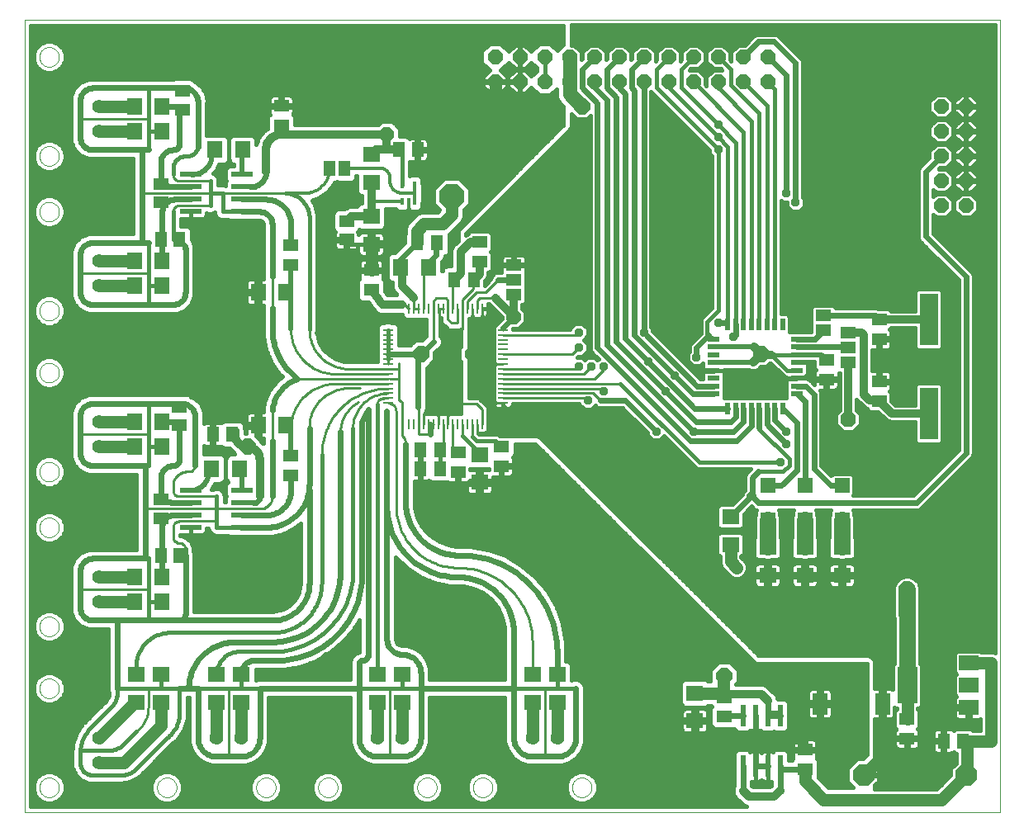
<source format=gtl>
G75*
G70*
%OFA0B0*%
%FSLAX24Y24*%
%IPPOS*%
%LPD*%
%AMOC8*
5,1,8,0,0,1.08239X$1,22.5*
%
%ADD10C,0.0000*%
%ADD11R,0.0394X0.0087*%
%ADD12R,0.0087X0.0394*%
%ADD13R,0.0512X0.0630*%
%ADD14R,0.0709X0.0630*%
%ADD15R,0.0630X0.0512*%
%ADD16C,0.0554*%
%ADD17R,0.0630X0.0710*%
%ADD18R,0.0236X0.0866*%
%ADD19R,0.0787X0.0591*%
%ADD20R,0.0787X0.1496*%
%ADD21OC8,0.0850*%
%ADD22R,0.0138X0.0315*%
%ADD23R,0.0710X0.0630*%
%ADD24R,0.0512X0.0591*%
%ADD25OC8,0.1000*%
%ADD26R,0.0500X0.0220*%
%ADD27R,0.0220X0.0500*%
%ADD28R,0.0760X0.2100*%
%ADD29OC8,0.0600*%
%ADD30R,0.0630X0.0460*%
%ADD31R,0.0591X0.0591*%
%ADD32OC8,0.0630*%
%ADD33R,0.0630X0.0866*%
%ADD34R,0.0591X0.0512*%
%ADD35R,0.0866X0.0236*%
%ADD36R,0.0460X0.0630*%
%ADD37C,0.0100*%
%ADD38C,0.0160*%
%ADD39C,0.0320*%
%ADD40C,0.0500*%
%ADD41C,0.0240*%
%ADD42C,0.0120*%
%ADD43C,0.0220*%
%ADD44OC8,0.0356*%
%ADD45C,0.0660*%
%ADD46C,0.0200*%
%ADD47OC8,0.0650*%
%ADD48C,0.0140*%
%ADD49OC8,0.0591*%
%ADD50C,0.0700*%
%ADD51C,0.0560*%
%ADD52C,0.0400*%
%ADD53C,0.1000*%
D10*
X010361Y010361D02*
X010361Y042357D01*
X049731Y042357D01*
X049731Y010361D01*
X010361Y010361D01*
X010967Y011361D02*
X010969Y011400D01*
X010975Y011439D01*
X010985Y011477D01*
X010998Y011514D01*
X011015Y011549D01*
X011035Y011583D01*
X011059Y011614D01*
X011086Y011643D01*
X011115Y011669D01*
X011147Y011692D01*
X011181Y011712D01*
X011217Y011728D01*
X011254Y011740D01*
X011293Y011749D01*
X011332Y011754D01*
X011371Y011755D01*
X011410Y011752D01*
X011449Y011745D01*
X011486Y011734D01*
X011523Y011720D01*
X011558Y011702D01*
X011591Y011681D01*
X011622Y011656D01*
X011650Y011629D01*
X011675Y011599D01*
X011697Y011566D01*
X011716Y011532D01*
X011731Y011496D01*
X011743Y011458D01*
X011751Y011420D01*
X011755Y011381D01*
X011755Y011341D01*
X011751Y011302D01*
X011743Y011264D01*
X011731Y011226D01*
X011716Y011190D01*
X011697Y011156D01*
X011675Y011123D01*
X011650Y011093D01*
X011622Y011066D01*
X011591Y011041D01*
X011558Y011020D01*
X011523Y011002D01*
X011486Y010988D01*
X011449Y010977D01*
X011410Y010970D01*
X011371Y010967D01*
X011332Y010968D01*
X011293Y010973D01*
X011254Y010982D01*
X011217Y010994D01*
X011181Y011010D01*
X011147Y011030D01*
X011115Y011053D01*
X011086Y011079D01*
X011059Y011108D01*
X011035Y011139D01*
X011015Y011173D01*
X010998Y011208D01*
X010985Y011245D01*
X010975Y011283D01*
X010969Y011322D01*
X010967Y011361D01*
X010967Y015361D02*
X010969Y015400D01*
X010975Y015439D01*
X010985Y015477D01*
X010998Y015514D01*
X011015Y015549D01*
X011035Y015583D01*
X011059Y015614D01*
X011086Y015643D01*
X011115Y015669D01*
X011147Y015692D01*
X011181Y015712D01*
X011217Y015728D01*
X011254Y015740D01*
X011293Y015749D01*
X011332Y015754D01*
X011371Y015755D01*
X011410Y015752D01*
X011449Y015745D01*
X011486Y015734D01*
X011523Y015720D01*
X011558Y015702D01*
X011591Y015681D01*
X011622Y015656D01*
X011650Y015629D01*
X011675Y015599D01*
X011697Y015566D01*
X011716Y015532D01*
X011731Y015496D01*
X011743Y015458D01*
X011751Y015420D01*
X011755Y015381D01*
X011755Y015341D01*
X011751Y015302D01*
X011743Y015264D01*
X011731Y015226D01*
X011716Y015190D01*
X011697Y015156D01*
X011675Y015123D01*
X011650Y015093D01*
X011622Y015066D01*
X011591Y015041D01*
X011558Y015020D01*
X011523Y015002D01*
X011486Y014988D01*
X011449Y014977D01*
X011410Y014970D01*
X011371Y014967D01*
X011332Y014968D01*
X011293Y014973D01*
X011254Y014982D01*
X011217Y014994D01*
X011181Y015010D01*
X011147Y015030D01*
X011115Y015053D01*
X011086Y015079D01*
X011059Y015108D01*
X011035Y015139D01*
X011015Y015173D01*
X010998Y015208D01*
X010985Y015245D01*
X010975Y015283D01*
X010969Y015322D01*
X010967Y015361D01*
X010967Y017861D02*
X010969Y017900D01*
X010975Y017939D01*
X010985Y017977D01*
X010998Y018014D01*
X011015Y018049D01*
X011035Y018083D01*
X011059Y018114D01*
X011086Y018143D01*
X011115Y018169D01*
X011147Y018192D01*
X011181Y018212D01*
X011217Y018228D01*
X011254Y018240D01*
X011293Y018249D01*
X011332Y018254D01*
X011371Y018255D01*
X011410Y018252D01*
X011449Y018245D01*
X011486Y018234D01*
X011523Y018220D01*
X011558Y018202D01*
X011591Y018181D01*
X011622Y018156D01*
X011650Y018129D01*
X011675Y018099D01*
X011697Y018066D01*
X011716Y018032D01*
X011731Y017996D01*
X011743Y017958D01*
X011751Y017920D01*
X011755Y017881D01*
X011755Y017841D01*
X011751Y017802D01*
X011743Y017764D01*
X011731Y017726D01*
X011716Y017690D01*
X011697Y017656D01*
X011675Y017623D01*
X011650Y017593D01*
X011622Y017566D01*
X011591Y017541D01*
X011558Y017520D01*
X011523Y017502D01*
X011486Y017488D01*
X011449Y017477D01*
X011410Y017470D01*
X011371Y017467D01*
X011332Y017468D01*
X011293Y017473D01*
X011254Y017482D01*
X011217Y017494D01*
X011181Y017510D01*
X011147Y017530D01*
X011115Y017553D01*
X011086Y017579D01*
X011059Y017608D01*
X011035Y017639D01*
X011015Y017673D01*
X010998Y017708D01*
X010985Y017745D01*
X010975Y017783D01*
X010969Y017822D01*
X010967Y017861D01*
X010967Y021861D02*
X010969Y021900D01*
X010975Y021939D01*
X010985Y021977D01*
X010998Y022014D01*
X011015Y022049D01*
X011035Y022083D01*
X011059Y022114D01*
X011086Y022143D01*
X011115Y022169D01*
X011147Y022192D01*
X011181Y022212D01*
X011217Y022228D01*
X011254Y022240D01*
X011293Y022249D01*
X011332Y022254D01*
X011371Y022255D01*
X011410Y022252D01*
X011449Y022245D01*
X011486Y022234D01*
X011523Y022220D01*
X011558Y022202D01*
X011591Y022181D01*
X011622Y022156D01*
X011650Y022129D01*
X011675Y022099D01*
X011697Y022066D01*
X011716Y022032D01*
X011731Y021996D01*
X011743Y021958D01*
X011751Y021920D01*
X011755Y021881D01*
X011755Y021841D01*
X011751Y021802D01*
X011743Y021764D01*
X011731Y021726D01*
X011716Y021690D01*
X011697Y021656D01*
X011675Y021623D01*
X011650Y021593D01*
X011622Y021566D01*
X011591Y021541D01*
X011558Y021520D01*
X011523Y021502D01*
X011486Y021488D01*
X011449Y021477D01*
X011410Y021470D01*
X011371Y021467D01*
X011332Y021468D01*
X011293Y021473D01*
X011254Y021482D01*
X011217Y021494D01*
X011181Y021510D01*
X011147Y021530D01*
X011115Y021553D01*
X011086Y021579D01*
X011059Y021608D01*
X011035Y021639D01*
X011015Y021673D01*
X010998Y021708D01*
X010985Y021745D01*
X010975Y021783D01*
X010969Y021822D01*
X010967Y021861D01*
X010967Y024111D02*
X010969Y024150D01*
X010975Y024189D01*
X010985Y024227D01*
X010998Y024264D01*
X011015Y024299D01*
X011035Y024333D01*
X011059Y024364D01*
X011086Y024393D01*
X011115Y024419D01*
X011147Y024442D01*
X011181Y024462D01*
X011217Y024478D01*
X011254Y024490D01*
X011293Y024499D01*
X011332Y024504D01*
X011371Y024505D01*
X011410Y024502D01*
X011449Y024495D01*
X011486Y024484D01*
X011523Y024470D01*
X011558Y024452D01*
X011591Y024431D01*
X011622Y024406D01*
X011650Y024379D01*
X011675Y024349D01*
X011697Y024316D01*
X011716Y024282D01*
X011731Y024246D01*
X011743Y024208D01*
X011751Y024170D01*
X011755Y024131D01*
X011755Y024091D01*
X011751Y024052D01*
X011743Y024014D01*
X011731Y023976D01*
X011716Y023940D01*
X011697Y023906D01*
X011675Y023873D01*
X011650Y023843D01*
X011622Y023816D01*
X011591Y023791D01*
X011558Y023770D01*
X011523Y023752D01*
X011486Y023738D01*
X011449Y023727D01*
X011410Y023720D01*
X011371Y023717D01*
X011332Y023718D01*
X011293Y023723D01*
X011254Y023732D01*
X011217Y023744D01*
X011181Y023760D01*
X011147Y023780D01*
X011115Y023803D01*
X011086Y023829D01*
X011059Y023858D01*
X011035Y023889D01*
X011015Y023923D01*
X010998Y023958D01*
X010985Y023995D01*
X010975Y024033D01*
X010969Y024072D01*
X010967Y024111D01*
X010967Y028111D02*
X010969Y028150D01*
X010975Y028189D01*
X010985Y028227D01*
X010998Y028264D01*
X011015Y028299D01*
X011035Y028333D01*
X011059Y028364D01*
X011086Y028393D01*
X011115Y028419D01*
X011147Y028442D01*
X011181Y028462D01*
X011217Y028478D01*
X011254Y028490D01*
X011293Y028499D01*
X011332Y028504D01*
X011371Y028505D01*
X011410Y028502D01*
X011449Y028495D01*
X011486Y028484D01*
X011523Y028470D01*
X011558Y028452D01*
X011591Y028431D01*
X011622Y028406D01*
X011650Y028379D01*
X011675Y028349D01*
X011697Y028316D01*
X011716Y028282D01*
X011731Y028246D01*
X011743Y028208D01*
X011751Y028170D01*
X011755Y028131D01*
X011755Y028091D01*
X011751Y028052D01*
X011743Y028014D01*
X011731Y027976D01*
X011716Y027940D01*
X011697Y027906D01*
X011675Y027873D01*
X011650Y027843D01*
X011622Y027816D01*
X011591Y027791D01*
X011558Y027770D01*
X011523Y027752D01*
X011486Y027738D01*
X011449Y027727D01*
X011410Y027720D01*
X011371Y027717D01*
X011332Y027718D01*
X011293Y027723D01*
X011254Y027732D01*
X011217Y027744D01*
X011181Y027760D01*
X011147Y027780D01*
X011115Y027803D01*
X011086Y027829D01*
X011059Y027858D01*
X011035Y027889D01*
X011015Y027923D01*
X010998Y027958D01*
X010985Y027995D01*
X010975Y028033D01*
X010969Y028072D01*
X010967Y028111D01*
X010967Y030611D02*
X010969Y030650D01*
X010975Y030689D01*
X010985Y030727D01*
X010998Y030764D01*
X011015Y030799D01*
X011035Y030833D01*
X011059Y030864D01*
X011086Y030893D01*
X011115Y030919D01*
X011147Y030942D01*
X011181Y030962D01*
X011217Y030978D01*
X011254Y030990D01*
X011293Y030999D01*
X011332Y031004D01*
X011371Y031005D01*
X011410Y031002D01*
X011449Y030995D01*
X011486Y030984D01*
X011523Y030970D01*
X011558Y030952D01*
X011591Y030931D01*
X011622Y030906D01*
X011650Y030879D01*
X011675Y030849D01*
X011697Y030816D01*
X011716Y030782D01*
X011731Y030746D01*
X011743Y030708D01*
X011751Y030670D01*
X011755Y030631D01*
X011755Y030591D01*
X011751Y030552D01*
X011743Y030514D01*
X011731Y030476D01*
X011716Y030440D01*
X011697Y030406D01*
X011675Y030373D01*
X011650Y030343D01*
X011622Y030316D01*
X011591Y030291D01*
X011558Y030270D01*
X011523Y030252D01*
X011486Y030238D01*
X011449Y030227D01*
X011410Y030220D01*
X011371Y030217D01*
X011332Y030218D01*
X011293Y030223D01*
X011254Y030232D01*
X011217Y030244D01*
X011181Y030260D01*
X011147Y030280D01*
X011115Y030303D01*
X011086Y030329D01*
X011059Y030358D01*
X011035Y030389D01*
X011015Y030423D01*
X010998Y030458D01*
X010985Y030495D01*
X010975Y030533D01*
X010969Y030572D01*
X010967Y030611D01*
X010967Y034611D02*
X010969Y034650D01*
X010975Y034689D01*
X010985Y034727D01*
X010998Y034764D01*
X011015Y034799D01*
X011035Y034833D01*
X011059Y034864D01*
X011086Y034893D01*
X011115Y034919D01*
X011147Y034942D01*
X011181Y034962D01*
X011217Y034978D01*
X011254Y034990D01*
X011293Y034999D01*
X011332Y035004D01*
X011371Y035005D01*
X011410Y035002D01*
X011449Y034995D01*
X011486Y034984D01*
X011523Y034970D01*
X011558Y034952D01*
X011591Y034931D01*
X011622Y034906D01*
X011650Y034879D01*
X011675Y034849D01*
X011697Y034816D01*
X011716Y034782D01*
X011731Y034746D01*
X011743Y034708D01*
X011751Y034670D01*
X011755Y034631D01*
X011755Y034591D01*
X011751Y034552D01*
X011743Y034514D01*
X011731Y034476D01*
X011716Y034440D01*
X011697Y034406D01*
X011675Y034373D01*
X011650Y034343D01*
X011622Y034316D01*
X011591Y034291D01*
X011558Y034270D01*
X011523Y034252D01*
X011486Y034238D01*
X011449Y034227D01*
X011410Y034220D01*
X011371Y034217D01*
X011332Y034218D01*
X011293Y034223D01*
X011254Y034232D01*
X011217Y034244D01*
X011181Y034260D01*
X011147Y034280D01*
X011115Y034303D01*
X011086Y034329D01*
X011059Y034358D01*
X011035Y034389D01*
X011015Y034423D01*
X010998Y034458D01*
X010985Y034495D01*
X010975Y034533D01*
X010969Y034572D01*
X010967Y034611D01*
X010967Y036861D02*
X010969Y036900D01*
X010975Y036939D01*
X010985Y036977D01*
X010998Y037014D01*
X011015Y037049D01*
X011035Y037083D01*
X011059Y037114D01*
X011086Y037143D01*
X011115Y037169D01*
X011147Y037192D01*
X011181Y037212D01*
X011217Y037228D01*
X011254Y037240D01*
X011293Y037249D01*
X011332Y037254D01*
X011371Y037255D01*
X011410Y037252D01*
X011449Y037245D01*
X011486Y037234D01*
X011523Y037220D01*
X011558Y037202D01*
X011591Y037181D01*
X011622Y037156D01*
X011650Y037129D01*
X011675Y037099D01*
X011697Y037066D01*
X011716Y037032D01*
X011731Y036996D01*
X011743Y036958D01*
X011751Y036920D01*
X011755Y036881D01*
X011755Y036841D01*
X011751Y036802D01*
X011743Y036764D01*
X011731Y036726D01*
X011716Y036690D01*
X011697Y036656D01*
X011675Y036623D01*
X011650Y036593D01*
X011622Y036566D01*
X011591Y036541D01*
X011558Y036520D01*
X011523Y036502D01*
X011486Y036488D01*
X011449Y036477D01*
X011410Y036470D01*
X011371Y036467D01*
X011332Y036468D01*
X011293Y036473D01*
X011254Y036482D01*
X011217Y036494D01*
X011181Y036510D01*
X011147Y036530D01*
X011115Y036553D01*
X011086Y036579D01*
X011059Y036608D01*
X011035Y036639D01*
X011015Y036673D01*
X010998Y036708D01*
X010985Y036745D01*
X010975Y036783D01*
X010969Y036822D01*
X010967Y036861D01*
X010967Y040861D02*
X010969Y040900D01*
X010975Y040939D01*
X010985Y040977D01*
X010998Y041014D01*
X011015Y041049D01*
X011035Y041083D01*
X011059Y041114D01*
X011086Y041143D01*
X011115Y041169D01*
X011147Y041192D01*
X011181Y041212D01*
X011217Y041228D01*
X011254Y041240D01*
X011293Y041249D01*
X011332Y041254D01*
X011371Y041255D01*
X011410Y041252D01*
X011449Y041245D01*
X011486Y041234D01*
X011523Y041220D01*
X011558Y041202D01*
X011591Y041181D01*
X011622Y041156D01*
X011650Y041129D01*
X011675Y041099D01*
X011697Y041066D01*
X011716Y041032D01*
X011731Y040996D01*
X011743Y040958D01*
X011751Y040920D01*
X011755Y040881D01*
X011755Y040841D01*
X011751Y040802D01*
X011743Y040764D01*
X011731Y040726D01*
X011716Y040690D01*
X011697Y040656D01*
X011675Y040623D01*
X011650Y040593D01*
X011622Y040566D01*
X011591Y040541D01*
X011558Y040520D01*
X011523Y040502D01*
X011486Y040488D01*
X011449Y040477D01*
X011410Y040470D01*
X011371Y040467D01*
X011332Y040468D01*
X011293Y040473D01*
X011254Y040482D01*
X011217Y040494D01*
X011181Y040510D01*
X011147Y040530D01*
X011115Y040553D01*
X011086Y040579D01*
X011059Y040608D01*
X011035Y040639D01*
X011015Y040673D01*
X010998Y040708D01*
X010985Y040745D01*
X010975Y040783D01*
X010969Y040822D01*
X010967Y040861D01*
X015717Y011361D02*
X015719Y011400D01*
X015725Y011439D01*
X015735Y011477D01*
X015748Y011514D01*
X015765Y011549D01*
X015785Y011583D01*
X015809Y011614D01*
X015836Y011643D01*
X015865Y011669D01*
X015897Y011692D01*
X015931Y011712D01*
X015967Y011728D01*
X016004Y011740D01*
X016043Y011749D01*
X016082Y011754D01*
X016121Y011755D01*
X016160Y011752D01*
X016199Y011745D01*
X016236Y011734D01*
X016273Y011720D01*
X016308Y011702D01*
X016341Y011681D01*
X016372Y011656D01*
X016400Y011629D01*
X016425Y011599D01*
X016447Y011566D01*
X016466Y011532D01*
X016481Y011496D01*
X016493Y011458D01*
X016501Y011420D01*
X016505Y011381D01*
X016505Y011341D01*
X016501Y011302D01*
X016493Y011264D01*
X016481Y011226D01*
X016466Y011190D01*
X016447Y011156D01*
X016425Y011123D01*
X016400Y011093D01*
X016372Y011066D01*
X016341Y011041D01*
X016308Y011020D01*
X016273Y011002D01*
X016236Y010988D01*
X016199Y010977D01*
X016160Y010970D01*
X016121Y010967D01*
X016082Y010968D01*
X016043Y010973D01*
X016004Y010982D01*
X015967Y010994D01*
X015931Y011010D01*
X015897Y011030D01*
X015865Y011053D01*
X015836Y011079D01*
X015809Y011108D01*
X015785Y011139D01*
X015765Y011173D01*
X015748Y011208D01*
X015735Y011245D01*
X015725Y011283D01*
X015719Y011322D01*
X015717Y011361D01*
X019717Y011361D02*
X019719Y011400D01*
X019725Y011439D01*
X019735Y011477D01*
X019748Y011514D01*
X019765Y011549D01*
X019785Y011583D01*
X019809Y011614D01*
X019836Y011643D01*
X019865Y011669D01*
X019897Y011692D01*
X019931Y011712D01*
X019967Y011728D01*
X020004Y011740D01*
X020043Y011749D01*
X020082Y011754D01*
X020121Y011755D01*
X020160Y011752D01*
X020199Y011745D01*
X020236Y011734D01*
X020273Y011720D01*
X020308Y011702D01*
X020341Y011681D01*
X020372Y011656D01*
X020400Y011629D01*
X020425Y011599D01*
X020447Y011566D01*
X020466Y011532D01*
X020481Y011496D01*
X020493Y011458D01*
X020501Y011420D01*
X020505Y011381D01*
X020505Y011341D01*
X020501Y011302D01*
X020493Y011264D01*
X020481Y011226D01*
X020466Y011190D01*
X020447Y011156D01*
X020425Y011123D01*
X020400Y011093D01*
X020372Y011066D01*
X020341Y011041D01*
X020308Y011020D01*
X020273Y011002D01*
X020236Y010988D01*
X020199Y010977D01*
X020160Y010970D01*
X020121Y010967D01*
X020082Y010968D01*
X020043Y010973D01*
X020004Y010982D01*
X019967Y010994D01*
X019931Y011010D01*
X019897Y011030D01*
X019865Y011053D01*
X019836Y011079D01*
X019809Y011108D01*
X019785Y011139D01*
X019765Y011173D01*
X019748Y011208D01*
X019735Y011245D01*
X019725Y011283D01*
X019719Y011322D01*
X019717Y011361D01*
X022217Y011361D02*
X022219Y011400D01*
X022225Y011439D01*
X022235Y011477D01*
X022248Y011514D01*
X022265Y011549D01*
X022285Y011583D01*
X022309Y011614D01*
X022336Y011643D01*
X022365Y011669D01*
X022397Y011692D01*
X022431Y011712D01*
X022467Y011728D01*
X022504Y011740D01*
X022543Y011749D01*
X022582Y011754D01*
X022621Y011755D01*
X022660Y011752D01*
X022699Y011745D01*
X022736Y011734D01*
X022773Y011720D01*
X022808Y011702D01*
X022841Y011681D01*
X022872Y011656D01*
X022900Y011629D01*
X022925Y011599D01*
X022947Y011566D01*
X022966Y011532D01*
X022981Y011496D01*
X022993Y011458D01*
X023001Y011420D01*
X023005Y011381D01*
X023005Y011341D01*
X023001Y011302D01*
X022993Y011264D01*
X022981Y011226D01*
X022966Y011190D01*
X022947Y011156D01*
X022925Y011123D01*
X022900Y011093D01*
X022872Y011066D01*
X022841Y011041D01*
X022808Y011020D01*
X022773Y011002D01*
X022736Y010988D01*
X022699Y010977D01*
X022660Y010970D01*
X022621Y010967D01*
X022582Y010968D01*
X022543Y010973D01*
X022504Y010982D01*
X022467Y010994D01*
X022431Y011010D01*
X022397Y011030D01*
X022365Y011053D01*
X022336Y011079D01*
X022309Y011108D01*
X022285Y011139D01*
X022265Y011173D01*
X022248Y011208D01*
X022235Y011245D01*
X022225Y011283D01*
X022219Y011322D01*
X022217Y011361D01*
X026217Y011361D02*
X026219Y011400D01*
X026225Y011439D01*
X026235Y011477D01*
X026248Y011514D01*
X026265Y011549D01*
X026285Y011583D01*
X026309Y011614D01*
X026336Y011643D01*
X026365Y011669D01*
X026397Y011692D01*
X026431Y011712D01*
X026467Y011728D01*
X026504Y011740D01*
X026543Y011749D01*
X026582Y011754D01*
X026621Y011755D01*
X026660Y011752D01*
X026699Y011745D01*
X026736Y011734D01*
X026773Y011720D01*
X026808Y011702D01*
X026841Y011681D01*
X026872Y011656D01*
X026900Y011629D01*
X026925Y011599D01*
X026947Y011566D01*
X026966Y011532D01*
X026981Y011496D01*
X026993Y011458D01*
X027001Y011420D01*
X027005Y011381D01*
X027005Y011341D01*
X027001Y011302D01*
X026993Y011264D01*
X026981Y011226D01*
X026966Y011190D01*
X026947Y011156D01*
X026925Y011123D01*
X026900Y011093D01*
X026872Y011066D01*
X026841Y011041D01*
X026808Y011020D01*
X026773Y011002D01*
X026736Y010988D01*
X026699Y010977D01*
X026660Y010970D01*
X026621Y010967D01*
X026582Y010968D01*
X026543Y010973D01*
X026504Y010982D01*
X026467Y010994D01*
X026431Y011010D01*
X026397Y011030D01*
X026365Y011053D01*
X026336Y011079D01*
X026309Y011108D01*
X026285Y011139D01*
X026265Y011173D01*
X026248Y011208D01*
X026235Y011245D01*
X026225Y011283D01*
X026219Y011322D01*
X026217Y011361D01*
X028467Y011361D02*
X028469Y011400D01*
X028475Y011439D01*
X028485Y011477D01*
X028498Y011514D01*
X028515Y011549D01*
X028535Y011583D01*
X028559Y011614D01*
X028586Y011643D01*
X028615Y011669D01*
X028647Y011692D01*
X028681Y011712D01*
X028717Y011728D01*
X028754Y011740D01*
X028793Y011749D01*
X028832Y011754D01*
X028871Y011755D01*
X028910Y011752D01*
X028949Y011745D01*
X028986Y011734D01*
X029023Y011720D01*
X029058Y011702D01*
X029091Y011681D01*
X029122Y011656D01*
X029150Y011629D01*
X029175Y011599D01*
X029197Y011566D01*
X029216Y011532D01*
X029231Y011496D01*
X029243Y011458D01*
X029251Y011420D01*
X029255Y011381D01*
X029255Y011341D01*
X029251Y011302D01*
X029243Y011264D01*
X029231Y011226D01*
X029216Y011190D01*
X029197Y011156D01*
X029175Y011123D01*
X029150Y011093D01*
X029122Y011066D01*
X029091Y011041D01*
X029058Y011020D01*
X029023Y011002D01*
X028986Y010988D01*
X028949Y010977D01*
X028910Y010970D01*
X028871Y010967D01*
X028832Y010968D01*
X028793Y010973D01*
X028754Y010982D01*
X028717Y010994D01*
X028681Y011010D01*
X028647Y011030D01*
X028615Y011053D01*
X028586Y011079D01*
X028559Y011108D01*
X028535Y011139D01*
X028515Y011173D01*
X028498Y011208D01*
X028485Y011245D01*
X028475Y011283D01*
X028469Y011322D01*
X028467Y011361D01*
X032467Y011361D02*
X032469Y011400D01*
X032475Y011439D01*
X032485Y011477D01*
X032498Y011514D01*
X032515Y011549D01*
X032535Y011583D01*
X032559Y011614D01*
X032586Y011643D01*
X032615Y011669D01*
X032647Y011692D01*
X032681Y011712D01*
X032717Y011728D01*
X032754Y011740D01*
X032793Y011749D01*
X032832Y011754D01*
X032871Y011755D01*
X032910Y011752D01*
X032949Y011745D01*
X032986Y011734D01*
X033023Y011720D01*
X033058Y011702D01*
X033091Y011681D01*
X033122Y011656D01*
X033150Y011629D01*
X033175Y011599D01*
X033197Y011566D01*
X033216Y011532D01*
X033231Y011496D01*
X033243Y011458D01*
X033251Y011420D01*
X033255Y011381D01*
X033255Y011341D01*
X033251Y011302D01*
X033243Y011264D01*
X033231Y011226D01*
X033216Y011190D01*
X033197Y011156D01*
X033175Y011123D01*
X033150Y011093D01*
X033122Y011066D01*
X033091Y011041D01*
X033058Y011020D01*
X033023Y011002D01*
X032986Y010988D01*
X032949Y010977D01*
X032910Y010970D01*
X032871Y010967D01*
X032832Y010968D01*
X032793Y010973D01*
X032754Y010982D01*
X032717Y010994D01*
X032681Y011010D01*
X032647Y011030D01*
X032615Y011053D01*
X032586Y011079D01*
X032559Y011108D01*
X032535Y011139D01*
X032515Y011173D01*
X032498Y011208D01*
X032485Y011245D01*
X032475Y011283D01*
X032469Y011322D01*
X032467Y011361D01*
D11*
X029684Y026885D03*
X029684Y027081D03*
X029684Y027278D03*
X029684Y027475D03*
X029684Y027672D03*
X029684Y027869D03*
X029684Y028066D03*
X029684Y028263D03*
X029684Y028459D03*
X029684Y028656D03*
X029684Y028853D03*
X029684Y029050D03*
X029684Y029247D03*
X029684Y029444D03*
X029684Y029640D03*
X029684Y029837D03*
X025038Y029837D03*
X025038Y029640D03*
X025038Y029444D03*
X025038Y029247D03*
X025038Y029050D03*
X025038Y028853D03*
X025038Y028656D03*
X025038Y028459D03*
X025038Y028263D03*
X025038Y028066D03*
X025038Y027869D03*
X025038Y027672D03*
X025038Y027475D03*
X025038Y027278D03*
X025038Y027081D03*
X025038Y026885D03*
D12*
X025885Y026038D03*
X026081Y026038D03*
X026278Y026038D03*
X026475Y026038D03*
X026672Y026038D03*
X026869Y026038D03*
X027066Y026038D03*
X027263Y026038D03*
X027459Y026038D03*
X027656Y026038D03*
X027853Y026038D03*
X028050Y026038D03*
X028247Y026038D03*
X028444Y026038D03*
X028640Y026038D03*
X028837Y026038D03*
X028837Y030684D03*
X028640Y030684D03*
X028444Y030684D03*
X028247Y030684D03*
X028050Y030684D03*
X027853Y030684D03*
X027656Y030684D03*
X027459Y030684D03*
X027263Y030684D03*
X027066Y030684D03*
X026869Y030684D03*
X026672Y030684D03*
X026475Y030684D03*
X026278Y030684D03*
X026081Y030684D03*
X025885Y030684D03*
D13*
X027717Y031861D03*
X028505Y031861D03*
X027005Y033361D03*
X026217Y033361D03*
X018755Y025611D03*
X017967Y025611D03*
X026342Y024986D03*
X026342Y024236D03*
X027130Y024236D03*
X027130Y024986D03*
X047467Y013236D03*
X048255Y013236D03*
D14*
X037423Y014060D03*
X037423Y015162D03*
X028736Y023685D03*
X028736Y024787D03*
D15*
X027861Y024880D03*
X027861Y024092D03*
X029611Y024342D03*
X029611Y025130D03*
X024361Y031467D03*
X024361Y032255D03*
X021111Y032467D03*
X021111Y033255D03*
X020736Y038092D03*
X020736Y038880D03*
X028736Y033380D03*
X028736Y032592D03*
X021111Y024755D03*
X021111Y023967D03*
X038611Y015005D03*
X038611Y014217D03*
X041861Y012880D03*
X041861Y012092D03*
X045986Y013342D03*
X045986Y014130D03*
X044861Y026967D03*
X044861Y027755D03*
X044861Y029467D03*
X044861Y030255D03*
X042736Y028630D03*
X042736Y027842D03*
D16*
X031861Y013361D03*
X030861Y013361D03*
X025611Y013361D03*
X024611Y013361D03*
X019111Y013361D03*
X018111Y013361D03*
X013361Y013361D03*
X013361Y012361D03*
X013361Y018861D03*
X013361Y019861D03*
X013361Y025111D03*
X013361Y026111D03*
X013361Y031611D03*
X013361Y032611D03*
X013361Y037861D03*
X013361Y038861D03*
D17*
X014801Y038861D03*
X015921Y038861D03*
X015921Y037861D03*
X014801Y037861D03*
X018051Y037111D03*
X019171Y037111D03*
X015921Y032611D03*
X015921Y031611D03*
X014801Y031611D03*
X014801Y032611D03*
X019801Y031361D03*
X020921Y031361D03*
X025551Y032361D03*
X026671Y032361D03*
X020921Y025986D03*
X019801Y025986D03*
X019046Y024236D03*
X017926Y024236D03*
X015921Y025111D03*
X015921Y026111D03*
X014801Y026111D03*
X014801Y025111D03*
X014801Y019861D03*
X014801Y018861D03*
X015921Y018861D03*
X015921Y019861D03*
D18*
X039361Y014260D03*
X039861Y014260D03*
X040361Y014260D03*
X040861Y014260D03*
X040861Y012212D03*
X040361Y012212D03*
X039861Y012212D03*
X039361Y012212D03*
D19*
X048476Y014580D03*
X048476Y015486D03*
X048476Y016391D03*
D20*
X045996Y015486D03*
D21*
X044236Y011861D03*
X048361Y011861D03*
D22*
X026117Y035026D03*
X025861Y035026D03*
X025605Y035026D03*
X025605Y035696D03*
X026117Y035696D03*
D23*
X024361Y035801D03*
X024361Y036921D03*
X024361Y034421D03*
X024361Y033301D03*
X038861Y022296D03*
X038861Y021176D03*
X040361Y021046D03*
X040361Y019926D03*
X041861Y019926D03*
X041861Y021046D03*
X043361Y021046D03*
X043361Y019926D03*
X031861Y015921D03*
X030861Y015921D03*
X030861Y014801D03*
X031861Y014801D03*
X025611Y014801D03*
X024611Y014801D03*
X024611Y015921D03*
X025611Y015921D03*
X019111Y015921D03*
X018111Y015921D03*
X018111Y014801D03*
X019111Y014801D03*
X015861Y014801D03*
X014861Y014801D03*
X014861Y015921D03*
X015861Y015921D03*
D24*
X015862Y020736D03*
X016610Y020736D03*
X016610Y033486D03*
X015862Y033486D03*
X025487Y037111D03*
X026235Y037111D03*
D25*
X027611Y035236D03*
D26*
X038171Y029463D03*
X038171Y029148D03*
X038171Y028833D03*
X038171Y028518D03*
X038171Y028203D03*
X038171Y027889D03*
X038171Y027574D03*
X038171Y027259D03*
X041551Y027259D03*
X041551Y027574D03*
X041551Y027889D03*
X041551Y028203D03*
X041551Y028518D03*
X041551Y028833D03*
X041551Y029148D03*
X041551Y029463D03*
D27*
X040963Y030051D03*
X040648Y030051D03*
X040333Y030051D03*
X040018Y030051D03*
X039703Y030051D03*
X039389Y030051D03*
X039074Y030051D03*
X038759Y030051D03*
X038759Y026671D03*
X039074Y026671D03*
X039389Y026671D03*
X039703Y026671D03*
X040018Y026671D03*
X040333Y026671D03*
X040648Y026671D03*
X040963Y026671D03*
D28*
X046861Y026461D03*
X046861Y030261D03*
D29*
X047361Y034861D03*
X048361Y034861D03*
X048361Y035861D03*
X048361Y036861D03*
X048361Y037861D03*
X047361Y037861D03*
X047361Y036861D03*
X047361Y035861D03*
X047361Y038861D03*
X048361Y038861D03*
X040361Y039861D03*
X039361Y039861D03*
X038361Y039861D03*
X037361Y039861D03*
X036361Y039861D03*
X035361Y039861D03*
X034361Y039861D03*
X033361Y039861D03*
X032361Y039861D03*
X031361Y039861D03*
X030361Y039861D03*
X029361Y039861D03*
X029361Y040861D03*
X030361Y040861D03*
X031361Y040861D03*
X032361Y040861D03*
X033361Y040861D03*
X034361Y040861D03*
X035361Y040861D03*
X036361Y040861D03*
X037361Y040861D03*
X038361Y040861D03*
X039361Y040861D03*
X040361Y040861D03*
D30*
X030111Y032461D03*
X030111Y031861D03*
X030111Y031261D03*
X042611Y030411D03*
X042611Y029811D03*
X043611Y029711D03*
X043611Y029111D03*
X043611Y028511D03*
D31*
X043361Y023550D03*
X043361Y022172D03*
X041861Y022172D03*
X041861Y023550D03*
X040361Y023550D03*
X040361Y022172D03*
D32*
X043611Y026236D03*
D33*
X042476Y014736D03*
X044996Y014736D03*
D34*
X023361Y033487D03*
X023361Y034235D03*
X016736Y038737D03*
X016736Y039485D03*
X015861Y035735D03*
X015861Y034987D03*
X016611Y026735D03*
X016611Y025987D03*
X015861Y022985D03*
X015861Y022237D03*
D35*
X017087Y022361D03*
X017087Y022861D03*
X017087Y023361D03*
X017087Y021861D03*
X019135Y021861D03*
X019135Y022361D03*
X019135Y022861D03*
X019135Y023361D03*
X019135Y034611D03*
X019135Y035111D03*
X019135Y035611D03*
X019135Y036111D03*
X017087Y036111D03*
X017087Y035611D03*
X017087Y035111D03*
X017087Y034611D03*
D36*
X022686Y036361D03*
X023286Y036361D03*
D37*
X025487Y037111D02*
X025605Y036816D01*
X025111Y034361D02*
X025111Y033611D01*
X024801Y033301D01*
X024361Y033301D01*
X026475Y032165D02*
X026475Y030684D01*
X026278Y030684D02*
X026081Y030684D01*
X026081Y031140D01*
X025707Y030861D02*
X025611Y030861D01*
X025707Y030861D02*
X025885Y030684D01*
X025885Y030711D01*
X026869Y030684D02*
X026869Y029369D01*
X027486Y029861D02*
X027111Y030236D01*
X027111Y030639D01*
X027066Y030684D01*
X027263Y030684D01*
X027459Y030684D02*
X027459Y031013D01*
X027361Y031111D01*
X026986Y031111D01*
X026869Y030994D01*
X026869Y030684D01*
X026861Y030986D02*
X026869Y030994D01*
X027459Y030684D02*
X027459Y030263D01*
X027611Y030111D01*
X027853Y030111D01*
X027853Y030684D01*
X027656Y030684D02*
X027656Y031800D01*
X027717Y031861D01*
X028486Y031842D02*
X028486Y031486D01*
X028050Y031050D01*
X028050Y030684D01*
X028050Y029861D01*
X027486Y029861D01*
X028361Y029486D02*
X028444Y029569D01*
X028444Y030236D01*
X028736Y030236D01*
X028837Y030337D01*
X028837Y030684D01*
X028640Y030684D02*
X028640Y031015D01*
X028736Y031111D01*
X029361Y031111D01*
X028986Y031361D02*
X029486Y031861D01*
X028986Y031361D02*
X028611Y031361D01*
X028247Y030997D01*
X028247Y030684D01*
X028444Y030684D02*
X028444Y030236D01*
X029660Y029861D02*
X029684Y029837D01*
X029684Y029934D01*
X029684Y029640D02*
X032640Y029640D01*
X032736Y029736D01*
X032736Y029111D02*
X032478Y028853D01*
X029684Y028853D01*
X029684Y028459D02*
X028861Y028459D01*
X028861Y027111D01*
X029087Y026885D01*
X029684Y026885D01*
X029684Y026788D01*
X029736Y026736D01*
X029684Y027081D02*
X033015Y027081D01*
X033111Y026986D01*
X033319Y027278D02*
X033611Y026986D01*
X033736Y027361D02*
X033600Y027475D01*
X029684Y027475D01*
X029684Y027278D02*
X033319Y027278D01*
X033369Y027869D02*
X033736Y028236D01*
X033736Y028361D01*
X033236Y028361D02*
X032941Y028066D01*
X029684Y028066D01*
X029684Y028263D02*
X032638Y028263D01*
X032736Y028361D01*
X033369Y027869D02*
X029684Y027869D01*
X029684Y027672D02*
X034425Y027672D01*
X038699Y030111D02*
X038759Y030051D01*
X040111Y028861D02*
X040139Y028833D01*
X041523Y027861D02*
X041551Y027889D01*
X042111Y028111D02*
X042111Y028361D01*
X044861Y030255D02*
X044887Y030261D01*
X040018Y025893D02*
X040018Y025828D01*
X040361Y019926D02*
X041861Y019926D01*
X041951Y019711D01*
X043270Y019711D01*
X043361Y019926D01*
X043236Y019801D01*
X038611Y015861D02*
X038578Y015828D01*
X040361Y014260D02*
X040462Y014361D01*
X040861Y012212D02*
X040981Y012092D01*
X045986Y014130D02*
X045996Y014139D01*
X047111Y014685D02*
X047310Y014486D01*
X047310Y014580D01*
X048476Y014580D01*
X047310Y014486D02*
X047467Y013236D01*
X047294Y013252D01*
X048412Y011912D02*
X048361Y011861D01*
X031361Y012611D02*
X031361Y015361D01*
X030861Y015921D02*
X030861Y017236D01*
X030858Y017379D01*
X030847Y017521D01*
X030830Y017663D01*
X030807Y017804D01*
X030776Y017943D01*
X030739Y018081D01*
X030696Y018217D01*
X030646Y018351D01*
X030590Y018482D01*
X030528Y018611D01*
X030459Y018736D01*
X030385Y018858D01*
X030305Y018976D01*
X030219Y019090D01*
X030128Y019201D01*
X030032Y019306D01*
X029931Y019407D01*
X029826Y019503D01*
X029715Y019594D01*
X029601Y019680D01*
X029483Y019760D01*
X029361Y019834D01*
X029236Y019903D01*
X029107Y019965D01*
X028976Y020021D01*
X028842Y020071D01*
X028706Y020114D01*
X028568Y020151D01*
X028429Y020182D01*
X028288Y020205D01*
X028146Y020222D01*
X028004Y020233D01*
X027861Y020236D01*
X027742Y020239D01*
X027623Y020247D01*
X027505Y020261D01*
X027388Y020281D01*
X027272Y020306D01*
X027157Y020337D01*
X027043Y020373D01*
X026932Y020415D01*
X026822Y020462D01*
X026715Y020514D01*
X026611Y020571D01*
X026509Y020633D01*
X026411Y020700D01*
X026316Y020771D01*
X026224Y020847D01*
X026136Y020927D01*
X026052Y021011D01*
X025972Y021099D01*
X025896Y021191D01*
X025825Y021286D01*
X025758Y021384D01*
X025696Y021486D01*
X025639Y021590D01*
X025587Y021697D01*
X025540Y021807D01*
X025498Y021918D01*
X025462Y022032D01*
X025431Y022147D01*
X025406Y022263D01*
X025386Y022380D01*
X025372Y022498D01*
X025364Y022617D01*
X025361Y022736D01*
X025361Y026562D01*
X025359Y026596D01*
X025354Y026629D01*
X025345Y026662D01*
X025333Y026693D01*
X025318Y026723D01*
X025299Y026752D01*
X025278Y026778D01*
X025254Y026802D01*
X025228Y026823D01*
X025199Y026842D01*
X025169Y026857D01*
X025138Y026869D01*
X025105Y026878D01*
X025072Y026883D01*
X025038Y026885D01*
X024845Y027078D02*
X024815Y027076D01*
X024785Y027071D01*
X024756Y027062D01*
X024729Y027049D01*
X024703Y027034D01*
X024679Y027015D01*
X024658Y026994D01*
X024639Y026970D01*
X024624Y026944D01*
X024611Y026917D01*
X024602Y026888D01*
X024597Y026858D01*
X024595Y026828D01*
X025028Y027278D02*
X025038Y027278D01*
X025038Y027672D02*
X022922Y027672D01*
X022906Y028066D02*
X025038Y028066D01*
X025038Y028263D02*
X025486Y028263D01*
X025486Y027861D01*
X025111Y027861D01*
X025038Y027869D02*
X021361Y027869D01*
X021361Y027861D01*
X020361Y026611D02*
X020361Y025361D01*
X020921Y025986D02*
X021111Y025861D01*
X021113Y025947D01*
X021119Y026033D01*
X021129Y026119D01*
X021144Y026204D01*
X021162Y026288D01*
X021184Y026371D01*
X021211Y026453D01*
X021241Y026534D01*
X021275Y026613D01*
X021312Y026691D01*
X021354Y026767D01*
X021398Y026840D01*
X021447Y026911D01*
X021498Y026980D01*
X021553Y027047D01*
X021611Y027111D01*
X021672Y027172D01*
X021736Y027230D01*
X021803Y027285D01*
X021872Y027336D01*
X021943Y027385D01*
X022016Y027429D01*
X022092Y027471D01*
X022170Y027508D01*
X022249Y027542D01*
X022330Y027572D01*
X022412Y027599D01*
X022495Y027621D01*
X022579Y027639D01*
X022664Y027654D01*
X022750Y027664D01*
X022836Y027670D01*
X022922Y027672D01*
X023361Y027486D02*
X023921Y027486D01*
X023829Y026940D02*
X023648Y026809D01*
X023360Y027486D02*
X023284Y027481D01*
X023208Y027472D01*
X023132Y027460D01*
X023057Y027444D01*
X022983Y027424D01*
X022910Y027400D01*
X022838Y027373D01*
X022767Y027343D01*
X022698Y027309D01*
X022631Y027272D01*
X022566Y027231D01*
X022503Y027188D01*
X022442Y027141D01*
X022383Y027091D01*
X022327Y027039D01*
X022274Y026984D01*
X022223Y026926D01*
X022175Y026866D01*
X022131Y026804D01*
X022089Y026739D01*
X022050Y026673D01*
X022015Y026605D01*
X021984Y026535D01*
X021955Y026463D01*
X021931Y026391D01*
X021909Y026317D01*
X021892Y026242D01*
X021878Y026167D01*
X021868Y026090D01*
X021862Y026014D01*
X021859Y025937D01*
X021860Y025861D01*
X023098Y025720D02*
X023104Y025793D01*
X023114Y025866D01*
X023127Y025939D01*
X023144Y026011D01*
X023164Y026082D01*
X023187Y026152D01*
X023214Y026220D01*
X023244Y026288D01*
X023277Y026354D01*
X023314Y026418D01*
X023353Y026480D01*
X023395Y026541D01*
X023440Y026599D01*
X023488Y026655D01*
X023539Y026709D01*
X023592Y026760D01*
X023647Y026809D01*
X023459Y028263D02*
X025038Y028263D01*
X025038Y028459D02*
X025038Y028656D01*
X025486Y028486D02*
X025486Y028263D01*
X025486Y027861D02*
X025486Y026986D01*
X025506Y026984D01*
X025525Y026980D01*
X025543Y026972D01*
X025559Y026962D01*
X025574Y026949D01*
X025587Y026934D01*
X025597Y026918D01*
X025605Y026900D01*
X025609Y026881D01*
X025611Y026861D01*
X025611Y025736D01*
X025611Y025735D02*
X025606Y025703D01*
X025604Y025669D01*
X025606Y025636D01*
X025613Y025603D01*
X025623Y025571D01*
X025636Y025541D01*
X025653Y025512D01*
X025673Y025486D01*
X025674Y025485D02*
X025694Y025459D01*
X025711Y025430D01*
X025724Y025400D01*
X025734Y025368D01*
X025741Y025335D01*
X025743Y025302D01*
X025741Y025268D01*
X025736Y025235D01*
X026278Y025611D02*
X026736Y025611D01*
X026736Y026038D02*
X026672Y026038D01*
X026869Y026038D01*
X027066Y026038D02*
X027066Y026656D01*
X027270Y026861D01*
X027361Y026861D01*
X027459Y026763D01*
X027459Y026038D01*
X027459Y026709D01*
X027611Y026861D01*
X028611Y026861D01*
X028837Y026635D01*
X028837Y026038D01*
X028640Y026038D02*
X028640Y025706D01*
X028736Y025611D01*
X028444Y025528D02*
X028444Y026038D01*
X028050Y026038D02*
X028050Y025547D01*
X027656Y025084D02*
X027656Y026038D01*
X027263Y026038D02*
X027263Y025119D01*
X026278Y025611D02*
X026278Y026038D01*
X026278Y026694D01*
X026277Y026705D01*
X026272Y026715D01*
X026266Y026724D01*
X026257Y026730D01*
X026247Y026735D01*
X026236Y026736D01*
X026475Y026475D02*
X026861Y026861D01*
X027066Y026656D01*
X026475Y026475D02*
X026475Y026038D01*
X026278Y026038D02*
X026278Y025944D01*
X025028Y027278D02*
X024954Y027276D01*
X024880Y027270D01*
X024806Y027261D01*
X024733Y027247D01*
X024661Y027230D01*
X024590Y027209D01*
X024520Y027184D01*
X024452Y027155D01*
X024385Y027124D01*
X024319Y027088D01*
X024256Y027049D01*
X024195Y027007D01*
X024136Y026962D01*
X024080Y026914D01*
X024026Y026863D01*
X023975Y026809D01*
X023927Y026753D01*
X023882Y026694D01*
X023840Y026633D01*
X023801Y026570D01*
X023765Y026504D01*
X023734Y026437D01*
X023705Y026369D01*
X023680Y026299D01*
X023659Y026228D01*
X023642Y026156D01*
X023628Y026083D01*
X023619Y026009D01*
X023613Y025935D01*
X023611Y025861D01*
X022361Y024798D02*
X022364Y024925D01*
X022373Y025052D01*
X022388Y025179D01*
X022409Y025305D01*
X022436Y025429D01*
X022469Y025552D01*
X022508Y025674D01*
X022553Y025793D01*
X022603Y025910D01*
X022659Y026025D01*
X022720Y026137D01*
X022786Y026245D01*
X022857Y026351D01*
X022934Y026453D01*
X023015Y026551D01*
X023101Y026645D01*
X023191Y026735D01*
X023285Y026821D01*
X023383Y026902D01*
X023485Y026979D01*
X023591Y027050D01*
X023699Y027116D01*
X023811Y027177D01*
X023926Y027233D01*
X024043Y027283D01*
X024162Y027328D01*
X024284Y027367D01*
X024407Y027400D01*
X024531Y027427D01*
X024657Y027448D01*
X024784Y027463D01*
X024911Y027472D01*
X025038Y027475D01*
X026236Y028736D02*
X026278Y028778D01*
X026203Y028853D01*
X026278Y028778D02*
X026361Y028861D01*
X028837Y028459D02*
X028861Y028459D01*
X028486Y031842D02*
X028505Y031861D01*
X026671Y032361D02*
X026671Y032546D01*
X026986Y033342D02*
X027005Y033361D01*
X028380Y033380D02*
X028736Y033380D01*
X023459Y028263D02*
X023381Y028265D01*
X023302Y028271D01*
X023225Y028280D01*
X023147Y028294D01*
X023071Y028311D01*
X022995Y028332D01*
X022921Y028356D01*
X022847Y028385D01*
X022776Y028416D01*
X022706Y028452D01*
X022637Y028490D01*
X022571Y028532D01*
X022507Y028577D01*
X022445Y028626D01*
X022386Y028677D01*
X022329Y028731D01*
X022275Y028788D01*
X022224Y028847D01*
X022175Y028909D01*
X022130Y028973D01*
X022088Y029039D01*
X022050Y029108D01*
X022014Y029178D01*
X021983Y029249D01*
X021954Y029323D01*
X021930Y029397D01*
X021909Y029473D01*
X021892Y029549D01*
X021878Y029627D01*
X021869Y029704D01*
X021863Y029783D01*
X021861Y029861D01*
X021111Y029861D02*
X021113Y029776D01*
X021119Y029690D01*
X021129Y029606D01*
X021143Y029521D01*
X021162Y029438D01*
X021184Y029355D01*
X021210Y029274D01*
X021240Y029194D01*
X021273Y029115D01*
X021311Y029038D01*
X021351Y028964D01*
X021396Y028891D01*
X021444Y028820D01*
X021495Y028751D01*
X021549Y028686D01*
X021607Y028622D01*
X021667Y028562D01*
X021731Y028504D01*
X021796Y028450D01*
X021865Y028399D01*
X021936Y028351D01*
X022008Y028306D01*
X022083Y028266D01*
X022160Y028228D01*
X022239Y028195D01*
X022319Y028165D01*
X022400Y028139D01*
X022483Y028117D01*
X022566Y028098D01*
X022651Y028084D01*
X022735Y028074D01*
X022821Y028068D01*
X022906Y028066D01*
X020361Y030736D02*
X020361Y031986D01*
X020921Y031361D02*
X021111Y031361D01*
X021111Y032467D01*
X021111Y033255D02*
X021111Y033361D01*
X020923Y035361D02*
X018361Y035361D01*
X017861Y035361D02*
X015111Y035361D01*
X015861Y034987D02*
X015861Y034671D01*
X015921Y034611D01*
X016361Y034611D02*
X016363Y034641D01*
X016368Y034671D01*
X016377Y034700D01*
X016390Y034727D01*
X016405Y034753D01*
X016424Y034777D01*
X016445Y034798D01*
X016469Y034817D01*
X016495Y034832D01*
X016522Y034845D01*
X016551Y034854D01*
X016581Y034859D01*
X016611Y034861D01*
X017861Y034861D01*
X017861Y035861D02*
X016611Y035861D01*
X016581Y035863D01*
X016551Y035868D01*
X016522Y035877D01*
X016495Y035890D01*
X016469Y035905D01*
X016445Y035924D01*
X016424Y035945D01*
X016405Y035969D01*
X016390Y035995D01*
X016377Y036022D01*
X016368Y036051D01*
X016363Y036081D01*
X016361Y036111D01*
X015861Y036111D02*
X015861Y035735D01*
X015862Y033486D02*
X015862Y033420D01*
X015921Y033361D01*
X016610Y033362D02*
X016611Y033361D01*
X016610Y033362D02*
X016610Y033486D01*
X015361Y032111D02*
X012611Y032111D01*
X016611Y026861D02*
X016611Y026735D01*
X016611Y025987D02*
X016611Y025861D01*
X015921Y025111D02*
X016111Y024921D01*
X016986Y024111D02*
X017016Y024113D01*
X017046Y024118D01*
X017075Y024127D01*
X017102Y024140D01*
X017128Y024155D01*
X017152Y024174D01*
X017173Y024195D01*
X017192Y024219D01*
X017207Y024245D01*
X017220Y024272D01*
X017229Y024301D01*
X017234Y024331D01*
X017236Y024361D01*
X016986Y024111D02*
X016939Y024114D01*
X016892Y024113D01*
X016846Y024109D01*
X016799Y024100D01*
X016754Y024088D01*
X016710Y024072D01*
X016668Y024053D01*
X016627Y024030D01*
X016588Y024004D01*
X016551Y023975D01*
X016517Y023943D01*
X016486Y023908D01*
X016458Y023871D01*
X016433Y023831D01*
X016411Y023790D01*
X016393Y023747D01*
X016378Y023702D01*
X016368Y023657D01*
X016360Y023610D01*
X016361Y023611D02*
X016361Y023361D01*
X016363Y023331D01*
X016368Y023301D01*
X016377Y023272D01*
X016390Y023245D01*
X016405Y023219D01*
X016424Y023195D01*
X016445Y023174D01*
X016469Y023155D01*
X016495Y023140D01*
X016522Y023127D01*
X016551Y023118D01*
X016581Y023113D01*
X016611Y023111D01*
X018111Y023111D01*
X018111Y022611D02*
X019861Y022611D01*
X019905Y022613D01*
X019948Y022619D01*
X019990Y022628D01*
X020032Y022641D01*
X020072Y022658D01*
X020111Y022678D01*
X020148Y022701D01*
X020182Y022728D01*
X020215Y022757D01*
X020244Y022790D01*
X020271Y022824D01*
X020294Y022861D01*
X020314Y022900D01*
X020331Y022940D01*
X020344Y022982D01*
X020353Y023024D01*
X020359Y023067D01*
X020361Y023111D01*
X018111Y022611D02*
X015236Y022611D01*
X015861Y022985D02*
X015861Y023361D01*
X015861Y022237D02*
X015921Y022177D01*
X015921Y021921D01*
X016361Y021861D02*
X016361Y021486D01*
X016363Y021456D01*
X016368Y021426D01*
X016377Y021397D01*
X016390Y021370D01*
X016405Y021344D01*
X016424Y021320D01*
X016445Y021299D01*
X016469Y021280D01*
X016495Y021265D01*
X016522Y021252D01*
X016551Y021243D01*
X016581Y021238D01*
X016611Y021236D01*
X016641Y021234D01*
X016671Y021229D01*
X016700Y021220D01*
X016727Y021207D01*
X016753Y021192D01*
X016777Y021173D01*
X016798Y021152D01*
X016817Y021128D01*
X016832Y021102D01*
X016845Y021075D01*
X016854Y021046D01*
X016859Y021016D01*
X016861Y020986D01*
X016361Y021861D02*
X016363Y021891D01*
X016368Y021921D01*
X016377Y021950D01*
X016390Y021977D01*
X016405Y022003D01*
X016424Y022027D01*
X016445Y022048D01*
X016469Y022067D01*
X016495Y022082D01*
X016522Y022095D01*
X016551Y022104D01*
X016581Y022109D01*
X016611Y022111D01*
X018111Y022111D01*
X015361Y019361D02*
X012611Y019361D01*
X015361Y015361D02*
X015361Y014611D01*
X014861Y014801D02*
X014801Y014801D01*
X015361Y014611D02*
X015359Y014543D01*
X015354Y014475D01*
X015344Y014407D01*
X015331Y014340D01*
X015315Y014274D01*
X015295Y014209D01*
X015271Y014145D01*
X015244Y014083D01*
X015213Y014022D01*
X015180Y013962D01*
X015143Y013905D01*
X015103Y013850D01*
X015060Y013797D01*
X015014Y013747D01*
X014965Y013699D01*
X014914Y013653D01*
X014861Y013611D01*
X018611Y012611D02*
X018611Y015361D01*
X019111Y015921D02*
X019301Y016111D01*
X025111Y015361D02*
X025111Y012611D01*
X024846Y027077D02*
X024942Y027081D01*
X025039Y027080D01*
X028611Y024986D02*
X028611Y024912D01*
X028736Y024787D01*
X015361Y025611D02*
X012611Y025611D01*
X020736Y037736D02*
X020736Y038092D01*
X016736Y038737D02*
X016611Y038612D01*
X016611Y038611D01*
X016736Y039485D02*
X016736Y039611D01*
X015361Y038361D02*
X012611Y038361D01*
X036111Y036935D02*
X036111Y036861D01*
X048361Y036861D02*
X048361Y035861D01*
X048361Y036861D02*
X048361Y037861D01*
X048361Y038861D01*
D38*
X048381Y038881D02*
X048341Y038881D01*
X048341Y039341D01*
X048162Y039341D01*
X047881Y039060D01*
X047881Y038881D01*
X048341Y038881D01*
X048341Y038841D01*
X047881Y038841D01*
X047881Y038662D01*
X048162Y038381D01*
X048341Y038381D01*
X048341Y038841D01*
X048381Y038841D01*
X048381Y038881D01*
X048381Y039341D01*
X048560Y039341D01*
X048841Y039060D01*
X048841Y038881D01*
X048381Y038881D01*
X048381Y038899D02*
X048341Y038899D01*
X048381Y038841D02*
X048841Y038841D01*
X048841Y038662D01*
X048560Y038381D01*
X048381Y038381D01*
X048381Y038841D01*
X048381Y038740D02*
X048341Y038740D01*
X048341Y038582D02*
X048381Y038582D01*
X048381Y038423D02*
X048341Y038423D01*
X048341Y038341D02*
X048162Y038341D01*
X047881Y038060D01*
X047881Y037881D01*
X048341Y037881D01*
X048341Y038341D01*
X048381Y038341D02*
X048381Y037881D01*
X048341Y037881D01*
X048341Y037841D01*
X047881Y037841D01*
X047881Y037662D01*
X048162Y037381D01*
X048341Y037381D01*
X048341Y037841D01*
X048381Y037841D01*
X048381Y037881D01*
X048841Y037881D01*
X048841Y038060D01*
X048560Y038341D01*
X048381Y038341D01*
X048381Y038265D02*
X048341Y038265D01*
X048341Y038106D02*
X048381Y038106D01*
X048381Y037947D02*
X048341Y037947D01*
X048381Y037841D02*
X048841Y037841D01*
X048841Y037662D01*
X048560Y037381D01*
X048381Y037381D01*
X048381Y037841D01*
X048381Y037789D02*
X048341Y037789D01*
X048341Y037630D02*
X048381Y037630D01*
X048381Y037472D02*
X048341Y037472D01*
X048341Y037341D02*
X048162Y037341D01*
X047881Y037060D01*
X047881Y036881D01*
X048341Y036881D01*
X048341Y037341D01*
X048341Y037313D02*
X048381Y037313D01*
X048381Y037341D02*
X048381Y036881D01*
X048341Y036881D01*
X048341Y036841D01*
X047881Y036841D01*
X047881Y036662D01*
X048162Y036381D01*
X048341Y036381D01*
X048341Y036841D01*
X048381Y036841D01*
X048381Y036881D01*
X048841Y036881D01*
X048841Y037060D01*
X048560Y037341D01*
X048381Y037341D01*
X048381Y037155D02*
X048341Y037155D01*
X048341Y036996D02*
X048381Y036996D01*
X048381Y036841D02*
X048841Y036841D01*
X048841Y036662D01*
X048560Y036381D01*
X048381Y036381D01*
X048381Y036841D01*
X048381Y036838D02*
X048341Y036838D01*
X048341Y036679D02*
X048381Y036679D01*
X048381Y036521D02*
X048341Y036521D01*
X048341Y036341D02*
X048162Y036341D01*
X047881Y036060D01*
X047881Y035881D01*
X048341Y035881D01*
X048341Y036341D01*
X048381Y036341D02*
X048381Y035881D01*
X048341Y035881D01*
X048341Y035841D01*
X047881Y035841D01*
X047881Y035662D01*
X048162Y035381D01*
X048341Y035381D01*
X048341Y035841D01*
X048381Y035841D01*
X048381Y035881D01*
X048841Y035881D01*
X048841Y036060D01*
X048560Y036341D01*
X048381Y036341D01*
X048381Y036204D02*
X048341Y036204D01*
X048341Y036045D02*
X048381Y036045D01*
X048381Y035886D02*
X048341Y035886D01*
X048381Y035841D02*
X048841Y035841D01*
X048841Y035662D01*
X048560Y035381D01*
X048381Y035381D01*
X048381Y035841D01*
X048381Y035728D02*
X048341Y035728D01*
X048341Y035569D02*
X048381Y035569D01*
X048381Y035411D02*
X048341Y035411D01*
X048162Y035341D02*
X047881Y035060D01*
X047881Y034662D01*
X048162Y034381D01*
X048560Y034381D01*
X048841Y034662D01*
X048841Y035060D01*
X048560Y035341D01*
X048162Y035341D01*
X048132Y035411D02*
X047590Y035411D01*
X047560Y035381D02*
X047841Y035662D01*
X047841Y036060D01*
X047560Y036341D01*
X047265Y036341D01*
X047305Y036381D01*
X047560Y036381D01*
X047841Y036662D01*
X047841Y037060D01*
X047560Y037341D01*
X047162Y037341D01*
X046881Y037060D01*
X046881Y036805D01*
X046566Y036490D01*
X046482Y036406D01*
X046436Y036296D01*
X046436Y033671D01*
X046436Y033551D01*
X046482Y033441D01*
X048061Y031862D01*
X048061Y024985D01*
X046237Y023161D01*
X043817Y023161D01*
X043836Y023180D01*
X043836Y023920D01*
X043731Y024025D01*
X042991Y024025D01*
X042924Y023958D01*
X042526Y024356D01*
X042526Y027294D01*
X042482Y027400D01*
X042476Y027406D01*
X042688Y027406D01*
X042688Y027794D01*
X042784Y027794D01*
X042784Y027406D01*
X043075Y027406D01*
X043120Y027419D01*
X043161Y027442D01*
X043195Y027476D01*
X043219Y027517D01*
X043231Y027563D01*
X043231Y027794D01*
X042784Y027794D01*
X042784Y027890D01*
X043231Y027890D01*
X043231Y028101D01*
X043271Y028101D01*
X043271Y026596D01*
X043116Y026441D01*
X043116Y026031D01*
X043406Y025741D01*
X043816Y025741D01*
X044106Y026031D01*
X044106Y026441D01*
X043951Y026596D01*
X043951Y027040D01*
X044198Y026793D01*
X044293Y026698D01*
X044366Y026668D01*
X044366Y026637D01*
X044471Y026531D01*
X044824Y026531D01*
X045149Y026218D01*
X045194Y026173D01*
X045197Y026171D01*
X045200Y026169D01*
X045260Y026146D01*
X045319Y026121D01*
X045323Y026121D01*
X045326Y026120D01*
X045390Y026121D01*
X046301Y026121D01*
X046301Y025336D01*
X046406Y025231D01*
X047315Y025231D01*
X047421Y025336D01*
X047421Y027585D01*
X047315Y027691D01*
X046406Y027691D01*
X046301Y027585D01*
X046301Y026801D01*
X045524Y026801D01*
X045356Y026963D01*
X045356Y027298D01*
X045293Y027361D01*
X045320Y027388D01*
X045344Y027429D01*
X045356Y027475D01*
X045356Y027707D01*
X044909Y027707D01*
X044909Y027803D01*
X044813Y027803D01*
X044813Y028191D01*
X044576Y028191D01*
X044576Y029031D01*
X044813Y029031D01*
X044813Y029419D01*
X044909Y029419D01*
X044909Y029031D01*
X045200Y029031D01*
X045245Y029044D01*
X045286Y029067D01*
X045320Y029101D01*
X045344Y029142D01*
X045356Y029188D01*
X045356Y029419D01*
X044909Y029419D01*
X044909Y029515D01*
X045356Y029515D01*
X045356Y029747D01*
X045344Y029793D01*
X045320Y029834D01*
X045293Y029861D01*
X045353Y029921D01*
X046301Y029921D01*
X046301Y029136D01*
X046406Y029031D01*
X047315Y029031D01*
X047421Y029136D01*
X047421Y031385D01*
X047315Y031491D01*
X046406Y031491D01*
X046301Y031385D01*
X046301Y030601D01*
X045340Y030601D01*
X045250Y030691D01*
X044814Y030691D01*
X044764Y030711D01*
X044645Y030711D01*
X043106Y030711D01*
X043106Y030715D01*
X043000Y030821D01*
X042221Y030821D01*
X042116Y030715D01*
X042116Y030115D01*
X042116Y029763D01*
X041491Y029763D01*
X041467Y029753D01*
X041253Y029753D01*
X041253Y030375D01*
X041148Y030481D01*
X040908Y030481D01*
X040908Y035057D01*
X040963Y035003D01*
X041128Y035003D01*
X041128Y034838D01*
X041338Y034628D01*
X041634Y034628D01*
X041844Y034838D01*
X041844Y035134D01*
X041776Y035202D01*
X041776Y040669D01*
X041732Y040775D01*
X041650Y040857D01*
X040775Y041732D01*
X040669Y041776D01*
X040553Y041776D01*
X039928Y041776D01*
X039822Y041732D01*
X039740Y041650D01*
X039431Y041341D01*
X039162Y041341D01*
X038881Y041060D01*
X038881Y040709D01*
X038841Y040749D01*
X038841Y041060D01*
X038560Y041341D01*
X038162Y041341D01*
X037881Y041060D01*
X037881Y040662D01*
X038162Y040381D01*
X038473Y040381D01*
X038513Y040341D01*
X038162Y040341D01*
X037881Y040060D01*
X037881Y039709D01*
X037841Y039749D01*
X037841Y040060D01*
X037560Y040341D01*
X037209Y040341D01*
X037249Y040381D01*
X037560Y040381D01*
X037841Y040662D01*
X037841Y041060D01*
X037560Y041341D01*
X037162Y041341D01*
X036881Y041060D01*
X036881Y040749D01*
X036841Y040709D01*
X036841Y041060D01*
X036560Y041341D01*
X036162Y041341D01*
X035881Y041060D01*
X035881Y040749D01*
X035841Y040709D01*
X035841Y041060D01*
X035560Y041341D01*
X035162Y041341D01*
X034881Y041060D01*
X034881Y040791D01*
X034841Y040751D01*
X034841Y041060D01*
X034560Y041341D01*
X034162Y041341D01*
X033881Y041060D01*
X033881Y040791D01*
X033841Y040751D01*
X033841Y041060D01*
X033560Y041341D01*
X033162Y041341D01*
X032881Y041060D01*
X032881Y040791D01*
X032841Y040751D01*
X032841Y041060D01*
X032560Y041341D01*
X032431Y041341D01*
X032431Y042177D01*
X049551Y042177D01*
X049551Y016778D01*
X049446Y016821D01*
X049275Y016821D01*
X048990Y016821D01*
X048944Y016867D01*
X048008Y016867D01*
X047902Y016761D01*
X047902Y016022D01*
X047985Y015939D01*
X047902Y015856D01*
X047902Y015116D01*
X047989Y015030D01*
X047972Y015020D01*
X047938Y014986D01*
X047915Y014945D01*
X047902Y014899D01*
X047902Y014648D01*
X048408Y014648D01*
X048408Y014513D01*
X047902Y014513D01*
X047902Y014261D01*
X047915Y014216D01*
X047938Y014175D01*
X047972Y014141D01*
X048013Y014117D01*
X048059Y014105D01*
X048408Y014105D01*
X048408Y014513D01*
X048544Y014513D01*
X048544Y014105D01*
X048894Y014105D01*
X048931Y014115D01*
X048931Y013666D01*
X048650Y013666D01*
X048585Y013731D01*
X047924Y013731D01*
X047861Y013668D01*
X047834Y013695D01*
X047793Y013719D01*
X047747Y013731D01*
X047515Y013731D01*
X047515Y013284D01*
X047419Y013284D01*
X047419Y013188D01*
X047031Y013188D01*
X047031Y012897D01*
X047044Y012851D01*
X047067Y012810D01*
X047101Y012777D01*
X047142Y012753D01*
X047188Y012741D01*
X047419Y012741D01*
X047419Y013188D01*
X047515Y013188D01*
X047515Y012741D01*
X047747Y012741D01*
X047793Y012753D01*
X047834Y012777D01*
X047861Y012804D01*
X047924Y012741D01*
X047982Y012741D01*
X047982Y012338D01*
X047756Y012111D01*
X047756Y011864D01*
X047183Y011291D01*
X044681Y011291D01*
X044681Y011450D01*
X044841Y011610D01*
X044841Y011841D01*
X044681Y011841D01*
X044681Y011881D01*
X044841Y011881D01*
X044841Y012111D01*
X044681Y012271D01*
X044681Y014123D01*
X044918Y014123D01*
X044918Y014658D01*
X045073Y014658D01*
X045073Y014123D01*
X045334Y014123D01*
X045380Y014135D01*
X045421Y014159D01*
X045455Y014192D01*
X045478Y014233D01*
X045491Y014279D01*
X045491Y014595D01*
X045528Y014558D01*
X045566Y014558D01*
X045566Y014535D01*
X045491Y014460D01*
X045491Y013799D01*
X045554Y013736D01*
X045527Y013709D01*
X045503Y013668D01*
X045491Y013622D01*
X045491Y013390D01*
X045938Y013390D01*
X045938Y013294D01*
X046034Y013294D01*
X046034Y012906D01*
X046325Y012906D01*
X046370Y012919D01*
X046411Y012942D01*
X046445Y012976D01*
X046469Y013017D01*
X046481Y013063D01*
X046481Y013294D01*
X046034Y013294D01*
X046034Y013390D01*
X046481Y013390D01*
X046481Y013622D01*
X046469Y013668D01*
X046445Y013709D01*
X046418Y013736D01*
X046481Y013799D01*
X046481Y014460D01*
X046426Y014515D01*
X046426Y014558D01*
X046464Y014558D01*
X046569Y014663D01*
X046569Y016309D01*
X046506Y016372D01*
X046506Y018231D01*
X046516Y018255D01*
X046516Y019466D01*
X046491Y019527D01*
X046491Y019570D01*
X046460Y019600D01*
X046435Y019661D01*
X046286Y019810D01*
X046225Y019835D01*
X046195Y019866D01*
X046152Y019866D01*
X046091Y019891D01*
X045880Y019891D01*
X045820Y019866D01*
X045777Y019866D01*
X045747Y019835D01*
X045686Y019810D01*
X045537Y019661D01*
X045511Y019600D01*
X045481Y019570D01*
X045481Y019527D01*
X045456Y019466D01*
X045456Y018255D01*
X045486Y018183D01*
X045486Y016372D01*
X045422Y016309D01*
X045422Y015312D01*
X045421Y015313D01*
X045380Y015337D01*
X045334Y015349D01*
X045073Y015349D01*
X045073Y014814D01*
X044918Y014814D01*
X044918Y015349D01*
X044681Y015349D01*
X044681Y016297D01*
X044681Y016425D01*
X044632Y016542D01*
X044542Y016632D01*
X044425Y016681D01*
X039994Y016681D01*
X031257Y025417D01*
X031167Y025507D01*
X031050Y025556D01*
X030010Y025556D01*
X030000Y025566D01*
X029543Y025566D01*
X029527Y025581D01*
X035509Y025581D01*
X035503Y025588D02*
X035713Y025378D01*
X036009Y025378D01*
X036180Y025549D01*
X037464Y024266D01*
X037559Y024226D01*
X037663Y024226D01*
X039677Y024226D01*
X039482Y024031D01*
X039436Y023921D01*
X039436Y023801D01*
X039436Y023352D01*
X039388Y023304D01*
X039348Y023207D01*
X038932Y022791D01*
X038431Y022791D01*
X038326Y022685D01*
X038326Y021906D01*
X038431Y021801D01*
X039290Y021801D01*
X039396Y021906D01*
X039396Y022406D01*
X039706Y022717D01*
X039816Y022607D01*
X039911Y022567D01*
X039886Y022542D01*
X039886Y022357D01*
X039851Y022273D01*
X039851Y021460D01*
X039826Y021435D01*
X039826Y020656D01*
X039931Y020551D01*
X040223Y020551D01*
X040259Y020536D01*
X040462Y020536D01*
X040499Y020551D01*
X040790Y020551D01*
X040896Y020656D01*
X040896Y021435D01*
X040871Y021460D01*
X040871Y022273D01*
X040836Y022357D01*
X040836Y022542D01*
X040817Y022561D01*
X041405Y022561D01*
X041386Y022542D01*
X041386Y022357D01*
X041351Y022273D01*
X041351Y021460D01*
X041326Y021435D01*
X041326Y020656D01*
X041431Y020551D01*
X041723Y020551D01*
X041759Y020536D01*
X041962Y020536D01*
X041999Y020551D01*
X042290Y020551D01*
X042396Y020656D01*
X042396Y021435D01*
X042371Y021460D01*
X042371Y022273D01*
X042336Y022357D01*
X042336Y022542D01*
X042317Y022561D01*
X042905Y022561D01*
X042886Y022542D01*
X042886Y022357D01*
X042851Y022273D01*
X042851Y021460D01*
X042826Y021435D01*
X042826Y020656D01*
X042931Y020551D01*
X043223Y020551D01*
X043259Y020536D01*
X043462Y020536D01*
X043499Y020551D01*
X043790Y020551D01*
X043896Y020656D01*
X043896Y021435D01*
X043871Y021460D01*
X043871Y022273D01*
X043836Y022357D01*
X043836Y022542D01*
X043817Y022561D01*
X046421Y022561D01*
X046531Y022607D01*
X046615Y022691D01*
X048615Y024691D01*
X048661Y024801D01*
X048661Y024921D01*
X048661Y032046D01*
X048615Y032156D01*
X048531Y032240D01*
X049551Y032240D01*
X049551Y032398D02*
X048373Y032398D01*
X048531Y032240D02*
X047036Y033735D01*
X047036Y034507D01*
X047162Y034381D01*
X047560Y034381D01*
X047841Y034662D01*
X047841Y035060D01*
X047560Y035341D01*
X047162Y035341D01*
X047036Y035215D01*
X047036Y035507D01*
X047162Y035381D01*
X047560Y035381D01*
X047648Y035252D02*
X048073Y035252D01*
X047915Y035094D02*
X047807Y035094D01*
X047841Y034935D02*
X047881Y034935D01*
X047881Y034777D02*
X047841Y034777D01*
X047797Y034618D02*
X047925Y034618D01*
X048084Y034460D02*
X047638Y034460D01*
X047084Y034460D02*
X047036Y034460D01*
X047036Y034301D02*
X049551Y034301D01*
X049551Y034460D02*
X048638Y034460D01*
X048797Y034618D02*
X049551Y034618D01*
X049551Y034777D02*
X048841Y034777D01*
X048841Y034935D02*
X049551Y034935D01*
X049551Y035094D02*
X048807Y035094D01*
X048648Y035252D02*
X049551Y035252D01*
X049551Y035411D02*
X048590Y035411D01*
X048748Y035569D02*
X049551Y035569D01*
X049551Y035728D02*
X048841Y035728D01*
X048841Y035886D02*
X049551Y035886D01*
X049551Y036045D02*
X048841Y036045D01*
X048697Y036204D02*
X049551Y036204D01*
X049551Y036362D02*
X047286Y036362D01*
X047697Y036204D02*
X048025Y036204D01*
X047881Y036045D02*
X047841Y036045D01*
X047841Y035886D02*
X047881Y035886D01*
X047881Y035728D02*
X047841Y035728D01*
X047748Y035569D02*
X047974Y035569D01*
X047132Y035411D02*
X047036Y035411D01*
X047036Y035252D02*
X047074Y035252D01*
X046436Y035252D02*
X041776Y035252D01*
X041776Y035411D02*
X046436Y035411D01*
X046436Y035569D02*
X041776Y035569D01*
X041776Y035728D02*
X046436Y035728D01*
X046436Y035886D02*
X041776Y035886D01*
X041776Y036045D02*
X046436Y036045D01*
X046436Y036204D02*
X041776Y036204D01*
X041776Y036362D02*
X046463Y036362D01*
X046596Y036521D02*
X041776Y036521D01*
X041776Y036679D02*
X046755Y036679D01*
X046881Y036838D02*
X041776Y036838D01*
X041776Y036996D02*
X046881Y036996D01*
X046976Y037155D02*
X041776Y037155D01*
X041776Y037313D02*
X047135Y037313D01*
X047162Y037381D02*
X047560Y037381D01*
X047841Y037662D01*
X047841Y038060D01*
X047560Y038341D01*
X047162Y038341D01*
X046881Y038060D01*
X046881Y037662D01*
X047162Y037381D01*
X047071Y037472D02*
X041776Y037472D01*
X041776Y037630D02*
X046913Y037630D01*
X046881Y037789D02*
X041776Y037789D01*
X041776Y037947D02*
X046881Y037947D01*
X046927Y038106D02*
X041776Y038106D01*
X041776Y038265D02*
X047086Y038265D01*
X047162Y038381D02*
X046881Y038662D01*
X046881Y039060D01*
X047162Y039341D01*
X047560Y039341D01*
X047841Y039060D01*
X047841Y038662D01*
X047560Y038381D01*
X047162Y038381D01*
X047120Y038423D02*
X041776Y038423D01*
X041776Y038582D02*
X046961Y038582D01*
X046881Y038740D02*
X041776Y038740D01*
X041776Y038899D02*
X046881Y038899D01*
X046881Y039057D02*
X041776Y039057D01*
X041776Y039216D02*
X047037Y039216D01*
X047685Y039216D02*
X048037Y039216D01*
X047881Y039057D02*
X047841Y039057D01*
X047841Y038899D02*
X047881Y038899D01*
X047881Y038740D02*
X047841Y038740D01*
X047760Y038582D02*
X047961Y038582D01*
X048120Y038423D02*
X047602Y038423D01*
X047636Y038265D02*
X048086Y038265D01*
X047927Y038106D02*
X047795Y038106D01*
X047841Y037947D02*
X047881Y037947D01*
X047881Y037789D02*
X047841Y037789D01*
X047809Y037630D02*
X047913Y037630D01*
X048071Y037472D02*
X047651Y037472D01*
X047587Y037313D02*
X048135Y037313D01*
X047976Y037155D02*
X047746Y037155D01*
X047841Y036996D02*
X047881Y036996D01*
X047881Y036838D02*
X047841Y036838D01*
X047841Y036679D02*
X047881Y036679D01*
X048022Y036521D02*
X047699Y036521D01*
X048699Y036521D02*
X049551Y036521D01*
X049551Y036679D02*
X048841Y036679D01*
X048841Y036838D02*
X049551Y036838D01*
X049551Y036996D02*
X048841Y036996D01*
X048746Y037155D02*
X049551Y037155D01*
X049551Y037313D02*
X048587Y037313D01*
X048651Y037472D02*
X049551Y037472D01*
X049551Y037630D02*
X048809Y037630D01*
X048841Y037789D02*
X049551Y037789D01*
X049551Y037947D02*
X048841Y037947D01*
X048795Y038106D02*
X049551Y038106D01*
X049551Y038265D02*
X048636Y038265D01*
X048602Y038423D02*
X049551Y038423D01*
X049551Y038582D02*
X048760Y038582D01*
X048841Y038740D02*
X049551Y038740D01*
X049551Y038899D02*
X048841Y038899D01*
X048841Y039057D02*
X049551Y039057D01*
X049551Y039216D02*
X048685Y039216D01*
X048381Y039216D02*
X048341Y039216D01*
X048341Y039057D02*
X048381Y039057D01*
X049551Y039374D02*
X041776Y039374D01*
X041776Y039533D02*
X049551Y039533D01*
X049551Y039691D02*
X041776Y039691D01*
X041776Y039850D02*
X049551Y039850D01*
X049551Y040009D02*
X041776Y040009D01*
X041776Y040167D02*
X049551Y040167D01*
X049551Y040326D02*
X041776Y040326D01*
X041776Y040484D02*
X049551Y040484D01*
X049551Y040643D02*
X041776Y040643D01*
X041706Y040801D02*
X049551Y040801D01*
X049551Y040960D02*
X041547Y040960D01*
X041389Y041118D02*
X049551Y041118D01*
X049551Y041277D02*
X041230Y041277D01*
X041072Y041435D02*
X049551Y041435D01*
X049551Y041594D02*
X040913Y041594D01*
X040725Y041753D02*
X049551Y041753D01*
X049551Y041911D02*
X032431Y041911D01*
X032431Y041753D02*
X039872Y041753D01*
X039684Y041594D02*
X032431Y041594D01*
X032431Y041435D02*
X039525Y041435D01*
X039098Y041277D02*
X038624Y041277D01*
X038782Y041118D02*
X038940Y041118D01*
X038881Y040960D02*
X038841Y040960D01*
X038841Y040801D02*
X038881Y040801D01*
X038736Y040486D02*
X038861Y040361D01*
X038861Y039736D01*
X040018Y038578D01*
X040018Y038453D01*
X040018Y030051D01*
X039703Y030051D02*
X039703Y037956D01*
X039703Y038268D01*
X038361Y039611D01*
X037881Y039850D02*
X037841Y039850D01*
X037841Y040009D02*
X037881Y040009D01*
X037988Y040167D02*
X037734Y040167D01*
X037575Y040326D02*
X038147Y040326D01*
X038059Y040484D02*
X037663Y040484D01*
X037821Y040643D02*
X037900Y040643D01*
X037881Y040801D02*
X037841Y040801D01*
X037841Y040960D02*
X037881Y040960D01*
X037940Y041118D02*
X037782Y041118D01*
X037624Y041277D02*
X038098Y041277D01*
X038361Y040861D02*
X038736Y040486D01*
X039361Y039861D02*
X040333Y038889D01*
X040333Y038826D01*
X040333Y030051D01*
X040648Y030051D02*
X040648Y039574D01*
X040361Y039861D01*
X038361Y038111D02*
X036861Y039611D01*
X036861Y040361D01*
X037361Y040861D01*
X036881Y040801D02*
X036841Y040801D01*
X036841Y040960D02*
X036881Y040960D01*
X036940Y041118D02*
X036782Y041118D01*
X036736Y041236D02*
X036861Y041361D01*
X036624Y041277D02*
X037098Y041277D01*
X036361Y040861D02*
X035861Y040361D01*
X035861Y039611D01*
X038361Y037111D01*
X038361Y030611D01*
X037921Y030171D01*
X037921Y029676D01*
X037986Y029611D01*
X038171Y029463D01*
X037661Y029696D02*
X037661Y030119D01*
X037661Y030223D01*
X037701Y030318D01*
X038101Y030719D01*
X038101Y036864D01*
X038003Y036963D01*
X038003Y037101D01*
X035714Y039391D01*
X035651Y039453D01*
X035651Y029952D01*
X035719Y029884D01*
X035719Y029788D01*
X037643Y027864D01*
X037741Y027864D01*
X037741Y028073D01*
X037741Y028203D01*
X038171Y028203D01*
X038171Y028204D01*
X038601Y028204D01*
X038601Y028238D01*
X039568Y028238D01*
X039576Y028230D01*
X039701Y028178D01*
X039836Y028178D01*
X039961Y028230D01*
X040087Y028356D01*
X040320Y028356D01*
X040457Y028493D01*
X040486Y028493D01*
X040996Y027983D01*
X041092Y027943D01*
X041121Y027943D01*
X041121Y027889D01*
X041551Y027889D01*
X041981Y027889D01*
X041981Y028022D01*
X041981Y028022D01*
X041981Y028385D01*
X041981Y028518D01*
X041551Y028518D01*
X041551Y028519D01*
X041981Y028519D01*
X041981Y028553D01*
X042241Y028553D01*
X042241Y028299D01*
X042304Y028236D01*
X042277Y028209D01*
X042253Y028168D01*
X042241Y028122D01*
X042241Y027890D01*
X042688Y027890D01*
X042688Y027794D01*
X042241Y027794D01*
X042241Y027641D01*
X042063Y027819D01*
X041981Y027853D01*
X041981Y027888D01*
X041551Y027888D01*
X041551Y027889D01*
X041551Y027888D01*
X041121Y027888D01*
X041121Y027755D01*
X041121Y027389D01*
X041121Y027101D01*
X040833Y027101D01*
X040464Y027101D01*
X040149Y027101D01*
X039834Y027101D01*
X039519Y027101D01*
X039204Y027101D01*
X038889Y027101D01*
X038601Y027101D01*
X038601Y027443D01*
X038601Y027758D01*
X038601Y028073D01*
X038601Y028203D01*
X038171Y028203D01*
X038171Y028204D01*
X037741Y028204D01*
X037741Y028337D01*
X037741Y028485D01*
X037634Y028378D01*
X037338Y028378D01*
X037128Y028588D01*
X037128Y028884D01*
X037196Y028952D01*
X037196Y029053D01*
X037196Y029169D01*
X037240Y029275D01*
X037661Y029696D01*
X037661Y029703D02*
X035804Y029703D01*
X035719Y029862D02*
X037661Y029862D01*
X037661Y030020D02*
X035651Y030020D01*
X035651Y030179D02*
X037661Y030179D01*
X037720Y030337D02*
X035651Y030337D01*
X035651Y030496D02*
X037878Y030496D01*
X038037Y030654D02*
X035651Y030654D01*
X035651Y030813D02*
X038101Y030813D01*
X038101Y030972D02*
X035651Y030972D01*
X035651Y031130D02*
X038101Y031130D01*
X038101Y031289D02*
X035651Y031289D01*
X035651Y031447D02*
X038101Y031447D01*
X038101Y031606D02*
X035651Y031606D01*
X035651Y031764D02*
X038101Y031764D01*
X038101Y031923D02*
X035651Y031923D01*
X035651Y032081D02*
X038101Y032081D01*
X038101Y032240D02*
X035651Y032240D01*
X035651Y032398D02*
X038101Y032398D01*
X038101Y032557D02*
X035651Y032557D01*
X035651Y032716D02*
X038101Y032716D01*
X038101Y032874D02*
X035651Y032874D01*
X035651Y033033D02*
X038101Y033033D01*
X038101Y033191D02*
X035651Y033191D01*
X035651Y033350D02*
X038101Y033350D01*
X038101Y033508D02*
X035651Y033508D01*
X035651Y033667D02*
X038101Y033667D01*
X038101Y033825D02*
X035651Y033825D01*
X035651Y033984D02*
X038101Y033984D01*
X038101Y034142D02*
X035651Y034142D01*
X035651Y034301D02*
X038101Y034301D01*
X038101Y034460D02*
X035651Y034460D01*
X035651Y034618D02*
X038101Y034618D01*
X038101Y034777D02*
X035651Y034777D01*
X035651Y034935D02*
X038101Y034935D01*
X038101Y035094D02*
X035651Y035094D01*
X035651Y035252D02*
X038101Y035252D01*
X038101Y035411D02*
X035651Y035411D01*
X035651Y035569D02*
X038101Y035569D01*
X038101Y035728D02*
X035651Y035728D01*
X035651Y035886D02*
X038101Y035886D01*
X038101Y036045D02*
X035651Y036045D01*
X035651Y036204D02*
X038101Y036204D01*
X038101Y036362D02*
X035651Y036362D01*
X035651Y036521D02*
X038101Y036521D01*
X038101Y036679D02*
X035651Y036679D01*
X035651Y036838D02*
X038101Y036838D01*
X038003Y036996D02*
X035651Y036996D01*
X035651Y037155D02*
X037949Y037155D01*
X037791Y037313D02*
X035651Y037313D01*
X035651Y037472D02*
X037632Y037472D01*
X037474Y037630D02*
X035651Y037630D01*
X035651Y037789D02*
X037315Y037789D01*
X037157Y037947D02*
X035651Y037947D01*
X035651Y038106D02*
X036998Y038106D01*
X036840Y038265D02*
X035651Y038265D01*
X035651Y038423D02*
X036681Y038423D01*
X036523Y038582D02*
X035651Y038582D01*
X035651Y038740D02*
X036364Y038740D01*
X036205Y038899D02*
X035651Y038899D01*
X035651Y039057D02*
X036047Y039057D01*
X035888Y039216D02*
X035651Y039216D01*
X035651Y039374D02*
X035730Y039374D01*
X036361Y039611D02*
X038361Y037611D01*
X038736Y037236D01*
X038736Y030074D01*
X038759Y030051D01*
X039074Y030051D02*
X039074Y037398D01*
X038361Y038111D01*
X039389Y037833D02*
X037361Y039861D01*
X036361Y039861D02*
X036361Y039611D01*
X035881Y040801D02*
X035841Y040801D01*
X035841Y040960D02*
X035881Y040960D01*
X035940Y041118D02*
X035782Y041118D01*
X035624Y041277D02*
X036098Y041277D01*
X035098Y041277D02*
X034624Y041277D01*
X034782Y041118D02*
X034940Y041118D01*
X034881Y040960D02*
X034841Y040960D01*
X034841Y040801D02*
X034881Y040801D01*
X034098Y041277D02*
X033624Y041277D01*
X033782Y041118D02*
X033940Y041118D01*
X033881Y040960D02*
X033841Y040960D01*
X033841Y040801D02*
X033881Y040801D01*
X033098Y041277D02*
X032624Y041277D01*
X032782Y041118D02*
X032940Y041118D01*
X032881Y040960D02*
X032841Y040960D01*
X032841Y040801D02*
X032881Y040801D01*
X032111Y041375D02*
X031861Y041125D01*
X031585Y041401D01*
X031137Y041401D01*
X030821Y041085D01*
X030821Y041080D01*
X030560Y041341D01*
X030381Y041341D01*
X030381Y040881D01*
X030341Y040881D01*
X030341Y041341D01*
X030162Y041341D01*
X029901Y041080D01*
X029901Y041085D01*
X029585Y041401D01*
X029137Y041401D01*
X028821Y041085D01*
X028821Y040637D01*
X029137Y040321D01*
X029142Y040321D01*
X028881Y040060D01*
X028881Y039881D01*
X029341Y039881D01*
X029341Y039841D01*
X029381Y039841D01*
X029381Y039881D01*
X029841Y039881D01*
X029841Y040060D01*
X029580Y040321D01*
X029585Y040321D01*
X029901Y040637D01*
X029901Y040642D01*
X030162Y040381D01*
X030341Y040381D01*
X030341Y040841D01*
X030381Y040841D01*
X030381Y040381D01*
X030560Y040381D01*
X030821Y040642D01*
X030821Y040637D01*
X031041Y040417D01*
X031041Y040305D01*
X030821Y040085D01*
X030821Y040080D01*
X030560Y040341D01*
X030381Y040341D01*
X030381Y039881D01*
X030341Y039881D01*
X030341Y040341D01*
X030162Y040341D01*
X029881Y040060D01*
X029881Y039881D01*
X030341Y039881D01*
X030341Y039841D01*
X030381Y039841D01*
X030381Y039381D01*
X030560Y039381D01*
X030821Y039642D01*
X030821Y039637D01*
X031137Y039321D01*
X031585Y039321D01*
X031841Y039577D01*
X031841Y039464D01*
X031841Y039257D01*
X031920Y039066D01*
X032111Y038876D01*
X032111Y038111D01*
X027861Y033861D01*
X027861Y033427D01*
X027647Y033213D01*
X027586Y033066D01*
X027586Y032906D01*
X027586Y032416D01*
X027414Y032416D01*
X027325Y032379D01*
X027258Y032312D01*
X027226Y032234D01*
X027226Y032592D01*
X027291Y032657D01*
X027346Y032789D01*
X027346Y032822D01*
X027396Y032843D01*
X027464Y032910D01*
X027501Y032998D01*
X027501Y033690D01*
X027514Y033696D01*
X027889Y034071D01*
X028026Y034208D01*
X028101Y034388D01*
X028101Y034679D01*
X028351Y034929D01*
X028351Y035542D01*
X027917Y035976D01*
X027304Y035976D01*
X026871Y035542D01*
X026871Y034929D01*
X027116Y034684D01*
X027033Y034601D01*
X026388Y034601D01*
X026208Y034526D01*
X026071Y034389D01*
X026071Y034388D02*
X025802Y034120D01*
X025727Y033940D01*
X025727Y033745D01*
X025727Y033738D01*
X025721Y033724D01*
X025721Y033374D01*
X025361Y033014D01*
X025361Y034705D01*
X025400Y034665D01*
X025488Y034629D01*
X025722Y034629D01*
X025810Y034665D01*
X025833Y034689D01*
X025861Y034689D01*
X025889Y034689D01*
X025912Y034665D01*
X026000Y034629D01*
X026233Y034629D01*
X026322Y034665D01*
X026389Y034733D01*
X026426Y034821D01*
X026426Y034962D01*
X026427Y034965D01*
X026427Y035299D01*
X026427Y035757D01*
X026426Y035760D01*
X026426Y035901D01*
X026389Y035989D01*
X026322Y036056D01*
X026233Y036093D01*
X026000Y036093D01*
X025925Y036062D01*
X025925Y036644D01*
X025955Y036636D01*
X026187Y036636D01*
X026187Y037063D01*
X026283Y037063D01*
X026283Y037159D01*
X026187Y037159D01*
X026187Y037586D01*
X025955Y037586D01*
X025913Y037575D01*
X025879Y037610D01*
X025791Y037646D01*
X025521Y037646D01*
X025521Y037958D01*
X025361Y038118D01*
X025361Y042117D01*
X032111Y042117D01*
X032111Y041375D01*
X032111Y041435D02*
X025361Y041435D01*
X025361Y041277D02*
X029013Y041277D01*
X028855Y041118D02*
X025361Y041118D01*
X025361Y040960D02*
X028821Y040960D01*
X028821Y040801D02*
X025361Y040801D01*
X011995Y040801D01*
X011995Y040735D02*
X011898Y040502D01*
X011720Y040324D01*
X011487Y040227D01*
X011235Y040227D01*
X011002Y040324D01*
X010824Y040502D01*
X010727Y040735D01*
X010727Y040987D01*
X010824Y041220D01*
X011002Y041398D01*
X011235Y041495D01*
X011487Y041495D01*
X011720Y041398D01*
X011898Y041220D01*
X011995Y040987D01*
X011995Y040735D01*
X011956Y040643D02*
X025361Y040643D01*
X028821Y040643D01*
X028974Y040484D02*
X025361Y040484D01*
X011880Y040484D01*
X011722Y040326D02*
X025361Y040326D01*
X029133Y040326D01*
X028988Y040167D02*
X025361Y040167D01*
X010601Y040167D01*
X010601Y040009D02*
X025361Y040009D01*
X028881Y040009D01*
X028881Y039841D02*
X028881Y039662D01*
X029162Y039381D01*
X029341Y039381D01*
X029341Y039841D01*
X028881Y039841D01*
X028881Y039691D02*
X025361Y039691D01*
X017468Y039691D01*
X017530Y039634D02*
X017314Y039832D01*
X017314Y039832D01*
X017239Y039865D01*
X017235Y039877D01*
X017167Y039944D01*
X017079Y039981D01*
X016393Y039981D01*
X016369Y039971D01*
X015289Y039971D01*
X013183Y039971D01*
X013111Y039971D01*
X013102Y039971D01*
X013039Y039971D01*
X012940Y039971D01*
X012624Y039840D01*
X012382Y039598D01*
X012382Y039598D01*
X012251Y039282D01*
X012251Y039282D01*
X012251Y039183D01*
X012251Y039183D01*
X012251Y038433D01*
X012251Y037539D01*
X012251Y037440D01*
X012251Y037440D01*
X012382Y037124D01*
X012382Y037124D01*
X012624Y036882D01*
X012940Y036751D01*
X013039Y036751D01*
X013039Y036751D01*
X014751Y036751D01*
X014751Y035433D01*
X014751Y033721D01*
X013039Y033721D01*
X012940Y033721D01*
X012940Y033721D01*
X012624Y033590D01*
X012624Y033590D01*
X012382Y033348D01*
X012382Y033348D01*
X012251Y033032D01*
X012251Y033032D01*
X012251Y032933D01*
X012251Y032933D01*
X012251Y032039D01*
X012251Y031289D01*
X012251Y031190D01*
X012251Y031190D01*
X012382Y030874D01*
X012382Y030874D01*
X012624Y030632D01*
X012940Y030501D01*
X013039Y030501D01*
X013039Y030501D01*
X015433Y030501D01*
X016289Y030501D01*
X016361Y030501D01*
X016371Y030501D01*
X016433Y030501D01*
X016532Y030501D01*
X016848Y030632D01*
X017090Y030874D01*
X017221Y031190D01*
X017221Y031289D01*
X017221Y031350D01*
X017221Y031361D01*
X017221Y031433D01*
X017221Y033183D01*
X017221Y033232D01*
X017221Y033232D01*
X017128Y033456D01*
X017128Y033456D01*
X017106Y033479D01*
X017106Y033829D01*
X017069Y033917D01*
X017002Y033985D01*
X016914Y034021D01*
X016681Y034021D01*
X016681Y034313D01*
X017087Y034313D01*
X017087Y034571D01*
X017087Y034571D01*
X017087Y034313D01*
X017544Y034313D01*
X017590Y034325D01*
X017631Y034349D01*
X017664Y034382D01*
X017688Y034423D01*
X017700Y034469D01*
X017700Y034571D01*
X017725Y034571D01*
X017797Y034541D01*
X017925Y034541D01*
X018041Y034589D01*
X018041Y034547D01*
X018090Y034430D01*
X018180Y034340D01*
X018297Y034291D01*
X018564Y034291D01*
X018566Y034289D01*
X018654Y034253D01*
X019058Y034253D01*
X019063Y034251D01*
X019861Y034251D01*
X019888Y034248D01*
X019939Y034227D01*
X019977Y034189D01*
X019998Y034138D01*
X020001Y034111D01*
X020001Y034039D01*
X020001Y031914D01*
X020009Y031896D01*
X019879Y031896D01*
X019879Y031439D01*
X019724Y031439D01*
X019724Y031896D01*
X019462Y031896D01*
X019417Y031884D01*
X019376Y031860D01*
X019342Y031826D01*
X019318Y031785D01*
X019306Y031740D01*
X019306Y031438D01*
X019723Y031438D01*
X019723Y031283D01*
X019306Y031283D01*
X019306Y030982D01*
X019318Y030937D01*
X019342Y030895D01*
X019376Y030862D01*
X019417Y030838D01*
X019462Y030826D01*
X019724Y030826D01*
X019724Y031283D01*
X019879Y031283D01*
X019879Y030826D01*
X020009Y030826D01*
X020001Y030808D01*
X020001Y029933D01*
X020001Y029861D01*
X020001Y029838D01*
X020001Y029789D01*
X020001Y029579D01*
X020001Y029579D01*
X020114Y029026D01*
X020337Y028508D01*
X020658Y028045D01*
X020762Y027946D01*
X020567Y027807D01*
X020567Y027807D01*
X020239Y027398D01*
X020036Y026915D01*
X020004Y026655D01*
X019995Y026584D01*
X020012Y026521D01*
X019879Y026521D01*
X019879Y026064D01*
X019724Y026064D01*
X019724Y026521D01*
X019462Y026521D01*
X019417Y026509D01*
X019376Y026485D01*
X019342Y026451D01*
X019318Y026410D01*
X019306Y026365D01*
X019306Y026063D01*
X019723Y026063D01*
X019723Y025908D01*
X019306Y025908D01*
X019306Y025676D01*
X019261Y025676D01*
X019261Y025706D01*
X019268Y025735D01*
X019261Y025784D01*
X019261Y025834D01*
X019251Y025859D01*
X019251Y025974D01*
X019214Y026062D01*
X019146Y026129D01*
X019058Y026166D01*
X018451Y026166D01*
X018363Y026129D01*
X018314Y026081D01*
X018293Y026094D01*
X018247Y026106D01*
X018015Y026106D01*
X018015Y025659D01*
X017919Y025659D01*
X017919Y026106D01*
X017688Y026106D01*
X017642Y026094D01*
X017601Y026070D01*
X017596Y026065D01*
X017596Y026433D01*
X017596Y026532D01*
X017465Y026848D01*
X017465Y026848D01*
X017223Y027090D01*
X017092Y027144D01*
X017042Y027194D01*
X016954Y027231D01*
X016268Y027231D01*
X016244Y027221D01*
X015433Y027221D01*
X013183Y027221D01*
X013111Y027221D01*
X013083Y027221D01*
X013039Y027221D01*
X012940Y027221D01*
X012940Y027221D01*
X012624Y027090D01*
X012382Y026848D01*
X012382Y026848D01*
X012251Y026532D01*
X012251Y026433D01*
X012251Y026433D01*
X012251Y025683D01*
X012251Y024933D01*
X012251Y024861D01*
X012251Y024846D01*
X012251Y024789D01*
X012251Y024690D01*
X012251Y024690D01*
X012382Y024374D01*
X012382Y024374D01*
X012624Y024132D01*
X012940Y024001D01*
X013039Y024001D01*
X013094Y024001D01*
X013111Y024001D01*
X013183Y024001D01*
X014876Y024001D01*
X014876Y022683D01*
X014876Y020971D01*
X013039Y020971D01*
X012940Y020971D01*
X012940Y020971D01*
X012624Y020840D01*
X012624Y020840D01*
X012382Y020598D01*
X012251Y020282D01*
X012251Y020282D01*
X012251Y020183D01*
X012251Y020183D01*
X012251Y020112D01*
X012251Y020111D01*
X012251Y020039D01*
X012251Y019433D01*
X012251Y018683D01*
X012251Y018611D01*
X012251Y018539D01*
X012251Y018440D01*
X012251Y018440D01*
X012382Y018124D01*
X012382Y018124D01*
X012624Y017882D01*
X012940Y017751D01*
X013039Y017751D01*
X013039Y017751D01*
X013108Y017751D01*
X013111Y017751D01*
X013183Y017751D01*
X013751Y017751D01*
X013751Y015289D01*
X013793Y015188D01*
X013771Y015058D01*
X013691Y014903D01*
X013635Y014838D01*
X013590Y014793D01*
X013590Y014792D01*
X012891Y014093D01*
X012724Y013945D01*
X012465Y013559D01*
X012465Y013559D01*
X012311Y013119D01*
X012297Y012951D01*
X012297Y012951D01*
X012296Y012937D01*
X012291Y012925D01*
X012291Y012874D01*
X012287Y012824D01*
X012279Y012736D01*
X012291Y012598D01*
X012291Y012425D01*
X012291Y012361D01*
X012291Y012198D01*
X012291Y012198D01*
X012416Y011896D01*
X012646Y011666D01*
X012646Y011666D01*
X012948Y011541D01*
X013047Y011541D01*
X014088Y011541D01*
X014251Y011518D01*
X014251Y011518D01*
X014621Y011580D01*
X014621Y011580D01*
X014955Y011752D01*
X015042Y011840D01*
X015042Y011840D01*
X015094Y011891D01*
X015132Y011930D01*
X016321Y013119D01*
X016499Y013252D01*
X016782Y013650D01*
X016782Y013650D01*
X016931Y014116D01*
X016931Y014116D01*
X016931Y014297D01*
X016931Y014361D01*
X016931Y014425D01*
X016931Y015001D01*
X017001Y015001D01*
X017001Y013289D01*
X017001Y013185D01*
X017110Y012851D01*
X017110Y012851D01*
X017316Y012566D01*
X017316Y012566D01*
X017316Y012566D01*
X017601Y012360D01*
X017935Y012251D01*
X017935Y012251D01*
X018111Y012251D01*
X018183Y012251D01*
X018539Y012251D01*
X019039Y012251D01*
X019049Y012251D01*
X019183Y012251D01*
X019287Y012251D01*
X019621Y012360D01*
X019906Y012566D01*
X020112Y012851D01*
X020112Y012851D01*
X020221Y013185D01*
X020221Y013289D01*
X020221Y015001D01*
X023501Y015001D01*
X023501Y013289D01*
X023501Y013185D01*
X023610Y012851D01*
X023610Y012851D01*
X023816Y012566D01*
X024101Y012360D01*
X024435Y012251D01*
X024435Y012251D01*
X024611Y012251D01*
X024683Y012251D01*
X025039Y012251D01*
X025539Y012251D01*
X025611Y012251D01*
X025787Y012251D01*
X026121Y012360D01*
X026406Y012566D01*
X026612Y012851D01*
X026721Y013185D01*
X026721Y013185D01*
X026721Y013289D01*
X026721Y015001D01*
X029751Y015001D01*
X029751Y013289D01*
X029751Y013185D01*
X029860Y012851D01*
X029860Y012851D01*
X030066Y012566D01*
X030066Y012566D01*
X030066Y012566D01*
X030351Y012360D01*
X030685Y012251D01*
X030685Y012251D01*
X030861Y012251D01*
X030933Y012251D01*
X031289Y012251D01*
X031933Y012251D01*
X032037Y012251D01*
X032371Y012360D01*
X032656Y012566D01*
X032862Y012851D01*
X032971Y013185D01*
X032971Y013185D01*
X032971Y013361D01*
X032971Y013433D01*
X032971Y015433D01*
X032916Y015565D01*
X032815Y015666D01*
X032683Y015721D01*
X032539Y015721D01*
X032456Y015686D01*
X032456Y016283D01*
X032419Y016372D01*
X032352Y016439D01*
X032264Y016476D01*
X032221Y016476D01*
X032221Y016789D01*
X032221Y016861D01*
X032221Y016930D01*
X032221Y016933D01*
X032221Y017231D01*
X032221Y017231D01*
X032092Y017961D01*
X031839Y018657D01*
X031839Y018658D01*
X031468Y019299D01*
X031468Y019299D01*
X031468Y019299D01*
X031839Y018658D01*
X031839Y018657D01*
X031856Y018611D01*
X032861Y018611D01*
X034611Y017111D01*
X034611Y010601D01*
X039495Y010601D01*
X039384Y010647D01*
X039022Y011009D01*
X038961Y011156D01*
X038961Y011316D01*
X039001Y011412D01*
X039001Y012284D01*
X039003Y012288D01*
X039003Y012693D01*
X039039Y012781D01*
X039107Y012849D01*
X039195Y012885D01*
X039527Y012885D01*
X039615Y012849D01*
X039659Y012805D01*
X039673Y012813D01*
X039719Y012825D01*
X039861Y012825D01*
X039861Y012213D01*
X039861Y012213D01*
X039861Y012825D01*
X040003Y012825D01*
X040049Y012813D01*
X040090Y012789D01*
X040111Y012768D01*
X040132Y012789D01*
X040173Y012813D01*
X040219Y012825D01*
X040361Y012825D01*
X040361Y012213D01*
X040361Y012213D01*
X040361Y012825D01*
X040503Y012825D01*
X040549Y012813D01*
X040563Y012805D01*
X040607Y012849D01*
X040695Y012885D01*
X041027Y012885D01*
X041115Y012849D01*
X041182Y012781D01*
X041219Y012693D01*
X041219Y012452D01*
X041329Y012452D01*
X041343Y012484D01*
X041391Y012532D01*
X041378Y012554D01*
X041366Y012600D01*
X041366Y012832D01*
X041813Y012832D01*
X041813Y012928D01*
X041813Y013316D01*
X041522Y013316D01*
X041476Y013303D01*
X041435Y013280D01*
X041402Y013246D01*
X041378Y013205D01*
X041366Y013159D01*
X041366Y012928D01*
X041813Y012928D01*
X041909Y012928D01*
X041909Y013316D01*
X042200Y013316D01*
X042245Y013303D01*
X042286Y013280D01*
X042320Y013246D01*
X042344Y013205D01*
X042356Y013159D01*
X042356Y012928D01*
X041909Y012928D01*
X041909Y012832D01*
X042356Y012832D01*
X042356Y012600D01*
X042344Y012554D01*
X042331Y012532D01*
X042379Y012484D01*
X042416Y012396D01*
X042416Y011789D01*
X042404Y011761D01*
X042814Y011351D01*
X043806Y011351D01*
X043571Y011585D01*
X043571Y012136D01*
X043960Y012526D01*
X044208Y012526D01*
X044361Y012679D01*
X044361Y016361D01*
X039861Y016361D01*
X030986Y025236D01*
X030166Y025236D01*
X030166Y024826D01*
X030129Y024738D01*
X030081Y024689D01*
X030094Y024668D01*
X030106Y024622D01*
X030106Y024390D01*
X029659Y024390D01*
X029659Y024294D01*
X029659Y023906D01*
X029950Y023906D01*
X029995Y023919D01*
X030036Y023942D01*
X030070Y023976D01*
X030094Y024017D01*
X030106Y024063D01*
X030106Y024294D01*
X029659Y024294D01*
X029563Y024294D01*
X029563Y023906D01*
X029272Y023906D01*
X029270Y023907D01*
X029270Y023762D01*
X028814Y023762D01*
X028814Y023607D01*
X029270Y023607D01*
X029270Y023346D01*
X029258Y023300D01*
X029234Y023259D01*
X029201Y023226D01*
X029160Y023202D01*
X029114Y023190D01*
X028813Y023190D01*
X028813Y023607D01*
X028658Y023607D01*
X028202Y023607D01*
X028202Y023346D01*
X028214Y023300D01*
X028238Y023259D01*
X028271Y023226D01*
X028312Y023202D01*
X028358Y023190D01*
X028658Y023190D01*
X028658Y023607D01*
X028658Y023762D01*
X028341Y023762D01*
X028320Y023726D01*
X028286Y023692D01*
X028245Y023669D01*
X028200Y023656D01*
X027909Y023656D01*
X027909Y024044D01*
X027813Y024044D01*
X027813Y023656D01*
X027522Y023656D01*
X027476Y023669D01*
X027446Y023686D01*
X027433Y023681D01*
X026826Y023681D01*
X026738Y023718D01*
X026689Y023766D01*
X026668Y023753D01*
X026622Y023741D01*
X026390Y023741D01*
X026390Y024188D01*
X026294Y024188D01*
X026294Y023741D01*
X026096Y023741D01*
X026096Y022869D01*
X026113Y022667D01*
X026216Y022271D01*
X026404Y021907D01*
X026668Y021594D01*
X026995Y021348D01*
X027369Y021181D01*
X027771Y021101D01*
X027970Y021096D01*
X027981Y021096D01*
X028047Y021098D01*
X028052Y021096D01*
X028356Y021096D01*
X029086Y020967D01*
X029086Y020967D01*
X029782Y020714D01*
X029783Y020714D01*
X030424Y020343D01*
X030424Y020343D01*
X029783Y020714D01*
X029782Y020714D01*
X029086Y020967D01*
X028356Y021096D01*
X028052Y021096D01*
X028047Y021098D01*
X027981Y021096D01*
X027970Y021096D01*
X027771Y021101D01*
X027369Y021181D01*
X026995Y021348D01*
X026668Y021594D01*
X026404Y021907D01*
X026216Y022271D01*
X026113Y022667D01*
X026096Y022869D01*
X026096Y023741D01*
X026294Y023741D01*
X026294Y024188D01*
X026390Y024188D01*
X026390Y023741D01*
X026622Y023741D01*
X026668Y023753D01*
X026689Y023766D01*
X026738Y023718D01*
X026826Y023681D01*
X027433Y023681D01*
X027446Y023686D01*
X027476Y023669D01*
X027522Y023656D01*
X027813Y023656D01*
X027813Y024044D01*
X027909Y024044D01*
X027909Y023656D01*
X027986Y023656D01*
X027986Y022611D01*
X032361Y022611D01*
X034611Y017111D01*
X034611Y010601D01*
X010601Y010601D01*
X010601Y042117D01*
X026111Y042117D01*
X026111Y041611D01*
X025361Y040861D01*
X025361Y038118D01*
X025208Y038271D01*
X024764Y038271D01*
X024629Y038136D01*
X021291Y038136D01*
X021291Y038396D01*
X021254Y038484D01*
X021206Y038532D01*
X021219Y038554D01*
X021231Y038600D01*
X021231Y038832D01*
X020784Y038832D01*
X020784Y038928D01*
X020688Y038928D01*
X020688Y039316D01*
X020397Y039316D01*
X020351Y039303D01*
X020310Y039280D01*
X020277Y039246D01*
X020253Y039205D01*
X020241Y039159D01*
X020241Y038928D01*
X020688Y038928D01*
X020688Y038832D01*
X020241Y038832D01*
X020241Y038600D01*
X020253Y038554D01*
X020266Y038532D01*
X020218Y038484D01*
X020181Y038396D01*
X020181Y037975D01*
X020002Y037845D01*
X020002Y037845D01*
X020002Y037845D01*
X019811Y037582D01*
X019726Y037318D01*
X019726Y037514D01*
X019689Y037602D01*
X019622Y037669D01*
X019533Y037706D01*
X018808Y037706D01*
X018720Y037669D01*
X018652Y037602D01*
X018616Y037514D01*
X018616Y036708D01*
X018652Y036620D01*
X018720Y036553D01*
X018795Y036522D01*
X018795Y036469D01*
X018654Y036469D01*
X018566Y036432D01*
X018498Y036365D01*
X018461Y036277D01*
X018461Y035945D01*
X018496Y035861D01*
X018461Y035777D01*
X018461Y035666D01*
X018425Y035681D01*
X018181Y035681D01*
X018181Y035925D01*
X018132Y036042D01*
X018042Y036132D01*
X017993Y036152D01*
X018115Y036294D01*
X018207Y036516D01*
X018414Y036516D01*
X018502Y036553D01*
X018569Y036620D01*
X018606Y036708D01*
X018606Y037514D01*
X018569Y037602D01*
X018502Y037669D01*
X018414Y037706D01*
X017721Y037706D01*
X017721Y038966D01*
X017735Y039092D01*
X017676Y039379D01*
X017676Y039379D01*
X017530Y039634D01*
X017530Y039634D01*
X017588Y039533D02*
X025361Y039533D01*
X029010Y039533D01*
X029341Y039533D02*
X029381Y039533D01*
X029381Y039381D02*
X029560Y039381D01*
X029841Y039662D01*
X029841Y039841D01*
X029381Y039841D01*
X029381Y039381D01*
X029381Y039691D02*
X029341Y039691D01*
X029341Y039850D02*
X025361Y039850D01*
X017273Y039850D01*
X016861Y039611D02*
X016736Y039611D01*
X017677Y039374D02*
X025361Y039374D01*
X031084Y039374D01*
X030925Y039533D02*
X030712Y039533D01*
X030381Y039533D02*
X030341Y039533D01*
X030341Y039381D02*
X030341Y039841D01*
X029881Y039841D01*
X029881Y039662D01*
X030162Y039381D01*
X030341Y039381D01*
X030341Y039691D02*
X030381Y039691D01*
X030341Y039850D02*
X029381Y039850D01*
X029712Y039533D02*
X030010Y039533D01*
X029881Y039691D02*
X029841Y039691D01*
X029841Y040009D02*
X029881Y040009D01*
X029988Y040167D02*
X029734Y040167D01*
X029589Y040326D02*
X030147Y040326D01*
X030059Y040484D02*
X029748Y040484D01*
X030341Y040484D02*
X030381Y040484D01*
X030381Y040326D02*
X030341Y040326D01*
X030341Y040167D02*
X030381Y040167D01*
X030381Y040009D02*
X030341Y040009D01*
X030575Y040326D02*
X031041Y040326D01*
X030974Y040484D02*
X030663Y040484D01*
X030381Y040643D02*
X030341Y040643D01*
X030341Y040801D02*
X030381Y040801D01*
X030381Y040960D02*
X030341Y040960D01*
X030341Y041118D02*
X030381Y041118D01*
X030381Y041277D02*
X030341Y041277D01*
X030098Y041277D02*
X029709Y041277D01*
X029867Y041118D02*
X029940Y041118D01*
X030624Y041277D02*
X031013Y041277D01*
X030855Y041118D02*
X030782Y041118D01*
X031361Y040861D02*
X031361Y039861D01*
X031796Y039533D02*
X031841Y039533D01*
X031841Y039374D02*
X031638Y039374D01*
X031858Y039216D02*
X025361Y039216D01*
X021212Y039216D01*
X021219Y039205D02*
X021195Y039246D01*
X021161Y039280D01*
X021120Y039303D01*
X021075Y039316D01*
X020784Y039316D01*
X020784Y038928D01*
X021231Y038928D01*
X021231Y039159D01*
X021219Y039205D01*
X021231Y039057D02*
X025361Y039057D01*
X031929Y039057D01*
X032088Y038899D02*
X025361Y038899D01*
X020784Y038899D01*
X020688Y038899D02*
X017721Y038899D01*
X017731Y039057D02*
X020241Y039057D01*
X020260Y039216D02*
X017709Y039216D01*
X017735Y039092D02*
X017735Y039092D01*
X017721Y038740D02*
X020241Y038740D01*
X020246Y038582D02*
X017721Y038582D01*
X017721Y038423D02*
X020192Y038423D01*
X020181Y038265D02*
X017721Y038265D01*
X017721Y038106D02*
X020181Y038106D01*
X020144Y037947D02*
X017721Y037947D01*
X017721Y037789D02*
X019962Y037789D01*
X019846Y037630D02*
X019661Y037630D01*
X019811Y037582D02*
X019811Y037582D01*
X019776Y037472D02*
X019726Y037472D01*
X018681Y037630D02*
X018541Y037630D01*
X018606Y037472D02*
X018616Y037472D01*
X018606Y037313D02*
X018616Y037313D01*
X018606Y037155D02*
X018616Y037155D01*
X018606Y036996D02*
X018616Y036996D01*
X018606Y036838D02*
X018616Y036838D01*
X018628Y036679D02*
X018594Y036679D01*
X018425Y036521D02*
X018795Y036521D01*
X018497Y036362D02*
X018143Y036362D01*
X018115Y036294D02*
X018115Y036294D01*
X018037Y036204D02*
X018461Y036204D01*
X018461Y036045D02*
X018129Y036045D01*
X018181Y035886D02*
X018486Y035886D01*
X018461Y035728D02*
X018181Y035728D01*
X017861Y035861D02*
X017861Y035361D01*
X018361Y035361D01*
X018361Y034611D01*
X019135Y034611D01*
X019996Y034142D02*
X016681Y034142D01*
X016681Y034301D02*
X018273Y034301D01*
X018077Y034460D02*
X017698Y034460D01*
X017861Y034861D02*
X017861Y035361D01*
X016861Y036861D02*
X016817Y036859D01*
X016774Y036853D01*
X016732Y036844D01*
X016690Y036831D01*
X016650Y036814D01*
X016611Y036794D01*
X016574Y036771D01*
X016540Y036744D01*
X016507Y036715D01*
X016478Y036682D01*
X016451Y036648D01*
X016428Y036611D01*
X016408Y036572D01*
X016391Y036532D01*
X016378Y036490D01*
X016369Y036448D01*
X016363Y036405D01*
X016361Y036361D01*
X016361Y036111D01*
X016860Y036860D02*
X016901Y036857D01*
X016942Y036856D01*
X016983Y036860D01*
X017023Y036867D01*
X017062Y036878D01*
X017100Y036893D01*
X017137Y036911D01*
X017172Y036933D01*
X017204Y036957D01*
X017235Y036984D01*
X017262Y037015D01*
X017287Y037047D01*
X017308Y037082D01*
X017327Y037118D01*
X017342Y037156D01*
X017353Y037195D01*
X017361Y037236D01*
X015921Y037861D02*
X015361Y037861D01*
X015361Y038361D01*
X015361Y039611D01*
X013039Y039971D02*
X013039Y039971D01*
X012940Y039971D02*
X012940Y039971D01*
X012648Y039850D02*
X010601Y039850D01*
X010601Y039691D02*
X012475Y039691D01*
X012355Y039533D02*
X010601Y039533D01*
X010601Y039374D02*
X012289Y039374D01*
X012251Y039216D02*
X010601Y039216D01*
X010601Y039057D02*
X012251Y039057D01*
X012251Y038899D02*
X010601Y038899D01*
X010601Y038740D02*
X012251Y038740D01*
X012251Y038582D02*
X010601Y038582D01*
X010601Y038423D02*
X012251Y038423D01*
X012251Y038265D02*
X010601Y038265D01*
X010601Y038106D02*
X012251Y038106D01*
X012251Y037947D02*
X010601Y037947D01*
X010601Y037789D02*
X012251Y037789D01*
X012251Y037630D02*
X010601Y037630D01*
X010601Y037472D02*
X011180Y037472D01*
X011235Y037495D02*
X011002Y037398D01*
X010824Y037220D01*
X010727Y036987D01*
X010727Y036735D01*
X010824Y036502D01*
X011002Y036324D01*
X011235Y036227D01*
X011487Y036227D01*
X011720Y036324D01*
X011898Y036502D01*
X011995Y036735D01*
X011995Y036987D01*
X011898Y037220D01*
X011720Y037398D01*
X011487Y037495D01*
X011235Y037495D01*
X011542Y037472D02*
X012251Y037472D01*
X012251Y037539D02*
X012251Y037539D01*
X012303Y037313D02*
X011805Y037313D01*
X011925Y037155D02*
X012369Y037155D01*
X012509Y036996D02*
X011991Y036996D01*
X011995Y036838D02*
X012731Y036838D01*
X012624Y036882D02*
X012624Y036882D01*
X012940Y036751D02*
X012940Y036751D01*
X011971Y036679D02*
X014751Y036679D01*
X014751Y036521D02*
X011906Y036521D01*
X011758Y036362D02*
X014751Y036362D01*
X014751Y036204D02*
X010601Y036204D01*
X010601Y036362D02*
X010964Y036362D01*
X010816Y036521D02*
X010601Y036521D01*
X010601Y036679D02*
X010750Y036679D01*
X010727Y036838D02*
X010601Y036838D01*
X010601Y036996D02*
X010731Y036996D01*
X010797Y037155D02*
X010601Y037155D01*
X010601Y037313D02*
X010917Y037313D01*
X010601Y036045D02*
X014751Y036045D01*
X014751Y035886D02*
X010601Y035886D01*
X010601Y035728D02*
X014751Y035728D01*
X014751Y035569D02*
X010601Y035569D01*
X010601Y035411D02*
X014751Y035411D01*
X014751Y035252D02*
X010601Y035252D01*
X010601Y035094D02*
X010948Y035094D01*
X011002Y035148D02*
X010824Y034970D01*
X010727Y034737D01*
X010727Y034485D01*
X010824Y034252D01*
X011002Y034074D01*
X011235Y033977D01*
X011487Y033977D01*
X011720Y034074D01*
X011898Y034252D01*
X011995Y034485D01*
X011995Y034737D01*
X011898Y034970D01*
X011720Y035148D01*
X011487Y035245D01*
X011235Y035245D01*
X011002Y035148D01*
X010809Y034935D02*
X010601Y034935D01*
X010601Y034777D02*
X010744Y034777D01*
X010727Y034618D02*
X010601Y034618D01*
X010601Y034460D02*
X010738Y034460D01*
X010803Y034301D02*
X010601Y034301D01*
X010601Y034142D02*
X010933Y034142D01*
X011219Y033984D02*
X010601Y033984D01*
X010601Y033825D02*
X014751Y033825D01*
X014751Y033984D02*
X011503Y033984D01*
X011789Y034142D02*
X014751Y034142D01*
X014751Y034301D02*
X011918Y034301D01*
X011984Y034460D02*
X014751Y034460D01*
X014751Y034618D02*
X011995Y034618D01*
X011978Y034777D02*
X014751Y034777D01*
X014751Y034935D02*
X011913Y034935D01*
X011774Y035094D02*
X014751Y035094D01*
X016361Y034611D02*
X016361Y033611D01*
X016363Y033581D01*
X016368Y033551D01*
X016377Y033522D01*
X016390Y033495D01*
X016405Y033469D01*
X016424Y033445D01*
X016445Y033424D01*
X016469Y033405D01*
X016495Y033390D01*
X016522Y033377D01*
X016551Y033368D01*
X016581Y033363D01*
X016611Y033361D01*
X017106Y033508D02*
X020001Y033508D01*
X020001Y033350D02*
X017172Y033350D01*
X017221Y033191D02*
X020001Y033191D01*
X020001Y033033D02*
X017221Y033033D01*
X017221Y033183D02*
X017221Y033183D01*
X017221Y032874D02*
X020001Y032874D01*
X020001Y032716D02*
X017221Y032716D01*
X017221Y032557D02*
X020001Y032557D01*
X020001Y032398D02*
X017221Y032398D01*
X017221Y032240D02*
X020001Y032240D01*
X020001Y032081D02*
X017221Y032081D01*
X017221Y031923D02*
X020001Y031923D01*
X019879Y031764D02*
X019724Y031764D01*
X019724Y031606D02*
X019879Y031606D01*
X019879Y031447D02*
X019724Y031447D01*
X019723Y031289D02*
X017221Y031289D01*
X017221Y031289D01*
X017221Y031190D02*
X017221Y031190D01*
X017196Y031130D02*
X019306Y031130D01*
X019309Y030972D02*
X017130Y030972D01*
X017090Y030874D02*
X017090Y030874D01*
X017029Y030813D02*
X020003Y030813D01*
X020001Y030654D02*
X016871Y030654D01*
X016848Y030632D02*
X016848Y030632D01*
X016532Y030501D02*
X016532Y030501D01*
X016433Y030501D02*
X016433Y030501D01*
X015361Y030861D02*
X015361Y031611D01*
X015921Y031611D01*
X015861Y031611D01*
X015361Y031611D02*
X015361Y032111D01*
X015361Y033361D01*
X017003Y033984D02*
X020001Y033984D01*
X020001Y033825D02*
X017106Y033825D01*
X017106Y033667D02*
X020001Y033667D01*
X020923Y035361D02*
X020984Y035355D01*
X021044Y035346D01*
X021103Y035333D01*
X021161Y035317D01*
X021218Y035297D01*
X021274Y035274D01*
X021328Y035247D01*
X021381Y035217D01*
X021432Y035185D01*
X021481Y035149D01*
X021527Y035110D01*
X021571Y035068D01*
X021612Y035024D01*
X021651Y034977D01*
X021687Y034929D01*
X021720Y034878D01*
X021749Y034825D01*
X021776Y034770D01*
X021799Y034714D01*
X021818Y034657D01*
X021834Y034599D01*
X021847Y034540D01*
X021856Y034480D01*
X021861Y034419D01*
X021863Y034359D01*
X021861Y034298D01*
X021861Y029861D01*
X022181Y029862D02*
X024601Y029862D01*
X024601Y029928D02*
X024601Y029746D01*
X024604Y029739D01*
X024601Y029731D01*
X024601Y029549D01*
X024604Y029542D01*
X024601Y029535D01*
X024601Y029353D01*
X024604Y029345D01*
X024601Y029338D01*
X024601Y029156D01*
X024604Y029148D01*
X024601Y029141D01*
X024601Y028959D01*
X024604Y028951D01*
X024601Y028944D01*
X024601Y028762D01*
X024604Y028755D01*
X024601Y028747D01*
X024601Y028565D01*
X024604Y028558D01*
X024602Y028552D01*
X023459Y028552D01*
X023289Y028564D01*
X022959Y028652D01*
X022663Y028823D01*
X022421Y029064D01*
X022251Y029360D01*
X022162Y029690D01*
X022159Y029743D01*
X022181Y029797D01*
X022181Y034289D01*
X022193Y034487D01*
X022193Y034487D01*
X022089Y034893D01*
X021972Y035077D01*
X022288Y035179D01*
X022624Y035423D01*
X022624Y035423D01*
X022624Y035423D01*
X022868Y035759D01*
X022883Y035806D01*
X022964Y035806D01*
X022986Y035815D01*
X023008Y035806D01*
X023564Y035806D01*
X023652Y035842D01*
X023719Y035910D01*
X023756Y035998D01*
X023756Y036051D01*
X023766Y036051D01*
X023766Y035438D01*
X023803Y035350D01*
X023870Y035283D01*
X023958Y035246D01*
X023961Y035246D01*
X023961Y035106D01*
X023961Y034976D01*
X023958Y034976D01*
X023870Y034939D01*
X023803Y034872D01*
X023781Y034821D01*
X023626Y034821D01*
X023467Y034821D01*
X023320Y034760D01*
X023291Y034731D01*
X023018Y034731D01*
X022930Y034694D01*
X022862Y034627D01*
X022826Y034539D01*
X022826Y033931D01*
X022862Y033843D01*
X022897Y033808D01*
X022886Y033767D01*
X022886Y033535D01*
X023313Y033535D01*
X023313Y033439D01*
X022886Y033439D01*
X022886Y033207D01*
X022898Y033162D01*
X022922Y033120D01*
X022955Y033087D01*
X022996Y033063D01*
X023042Y033051D01*
X023313Y033051D01*
X023313Y033439D01*
X023409Y033439D01*
X023409Y033051D01*
X023680Y033051D01*
X023726Y033063D01*
X023767Y033087D01*
X023800Y033120D01*
X023824Y033162D01*
X023826Y033170D01*
X023826Y032962D01*
X023838Y032917D01*
X023862Y032876D01*
X023895Y032842D01*
X023937Y032818D01*
X023982Y032806D01*
X024283Y032806D01*
X024283Y033223D01*
X024438Y033223D01*
X024438Y032806D01*
X024740Y032806D01*
X024785Y032818D01*
X024826Y032842D01*
X024860Y032876D01*
X024884Y032917D01*
X024896Y032962D01*
X024896Y033224D01*
X024439Y033224D01*
X024439Y033379D01*
X024896Y033379D01*
X024896Y033640D01*
X024884Y033686D01*
X024860Y033727D01*
X024826Y033760D01*
X024785Y033784D01*
X024740Y033796D01*
X024438Y033796D01*
X024438Y033379D01*
X024283Y033379D01*
X024283Y033796D01*
X023982Y033796D01*
X023937Y033784D01*
X023895Y033760D01*
X023862Y033727D01*
X023838Y033686D01*
X023836Y033678D01*
X023836Y033767D01*
X023825Y033808D01*
X023860Y033843D01*
X023882Y033897D01*
X023958Y033866D01*
X024764Y033866D01*
X024852Y033902D01*
X024919Y033970D01*
X024956Y034058D01*
X024956Y034726D01*
X025339Y034726D01*
X025361Y034705D01*
X025361Y033014D01*
X025347Y033000D01*
X025303Y032956D01*
X025188Y032956D01*
X025100Y032919D01*
X025033Y032852D01*
X024996Y032764D01*
X024996Y031958D01*
X025033Y031870D01*
X025100Y031803D01*
X025188Y031766D01*
X025211Y031766D01*
X025211Y031531D01*
X025272Y031384D01*
X025361Y031295D01*
X025361Y031261D01*
X025011Y031261D01*
X024916Y031390D01*
X024916Y031771D01*
X024879Y031859D01*
X024831Y031907D01*
X024844Y031929D01*
X024856Y031975D01*
X024856Y032207D01*
X024409Y032207D01*
X024409Y032303D01*
X024313Y032303D01*
X024313Y032691D01*
X024022Y032691D01*
X023976Y032678D01*
X023935Y032655D01*
X023902Y032621D01*
X023878Y032580D01*
X023866Y032534D01*
X023866Y032303D01*
X024313Y032303D01*
X024313Y032207D01*
X023866Y032207D01*
X023866Y031975D01*
X023878Y031929D01*
X023891Y031907D01*
X023843Y031859D01*
X023806Y031771D01*
X023806Y031164D01*
X023843Y031075D01*
X023910Y031008D01*
X023998Y030971D01*
X024230Y030971D01*
X024459Y030662D01*
X024471Y030634D01*
X024506Y030599D01*
X024536Y030559D01*
X024562Y030543D01*
X024583Y030522D01*
X024629Y030503D01*
X024672Y030477D01*
X024702Y030473D01*
X024730Y030461D01*
X024780Y030461D01*
X024829Y030454D01*
X024859Y030461D01*
X025601Y030461D01*
X025601Y030439D01*
X025638Y030351D01*
X025705Y030283D01*
X025794Y030247D01*
X025976Y030247D01*
X025983Y030250D01*
X025990Y030247D01*
X026172Y030247D01*
X026180Y030250D01*
X026187Y030247D01*
X026369Y030247D01*
X026377Y030250D01*
X026384Y030247D01*
X026566Y030247D01*
X026574Y030250D01*
X026579Y030248D01*
X026579Y029588D01*
X026417Y029426D01*
X026127Y029426D01*
X025914Y029213D01*
X025475Y029213D01*
X025475Y029338D01*
X025472Y029345D01*
X025475Y029353D01*
X025475Y029535D01*
X025472Y029542D01*
X025475Y029549D01*
X025475Y029731D01*
X025472Y029739D01*
X025475Y029746D01*
X025475Y029928D01*
X025438Y030017D01*
X025371Y030084D01*
X025283Y030121D01*
X025190Y030121D01*
X025102Y030157D01*
X024974Y030157D01*
X024886Y030121D01*
X024794Y030121D01*
X024705Y030084D01*
X024638Y030017D01*
X024601Y029928D01*
X024642Y030020D02*
X022181Y030020D01*
X022181Y030179D02*
X026579Y030179D01*
X026579Y030020D02*
X025435Y030020D01*
X025475Y029862D02*
X026579Y029862D01*
X026579Y029703D02*
X025475Y029703D01*
X025473Y029545D02*
X026536Y029545D01*
X026087Y029386D02*
X025475Y029386D01*
X025475Y029228D02*
X025929Y029228D01*
X025038Y029247D02*
X025038Y029444D01*
X025038Y029640D01*
X025038Y029837D01*
X024601Y029703D02*
X022161Y029703D01*
X022201Y029545D02*
X024603Y029545D01*
X024601Y029386D02*
X022244Y029386D01*
X022327Y029228D02*
X024601Y029228D01*
X024601Y029069D02*
X022419Y029069D01*
X022575Y028911D02*
X024601Y028911D01*
X024603Y028752D02*
X022786Y028752D01*
X023178Y028593D02*
X024601Y028593D01*
X025038Y028656D02*
X025038Y028853D01*
X025038Y029050D01*
X025038Y029247D01*
X025651Y030337D02*
X022181Y030337D01*
X022181Y030496D02*
X024641Y030496D01*
X024462Y030654D02*
X022181Y030654D01*
X022181Y030813D02*
X024348Y030813D01*
X023998Y030972D02*
X022181Y030972D01*
X022181Y031130D02*
X023820Y031130D01*
X023806Y031289D02*
X022181Y031289D01*
X022181Y031447D02*
X023806Y031447D01*
X023806Y031606D02*
X022181Y031606D01*
X022181Y031764D02*
X023806Y031764D01*
X023882Y031923D02*
X022181Y031923D01*
X022181Y032081D02*
X023866Y032081D01*
X023866Y032398D02*
X022181Y032398D01*
X022181Y032240D02*
X024313Y032240D01*
X024409Y032240D02*
X024996Y032240D01*
X024856Y032303D02*
X024856Y032534D01*
X024844Y032580D01*
X024820Y032621D01*
X024786Y032655D01*
X024745Y032678D01*
X024700Y032691D01*
X024409Y032691D01*
X024409Y032303D01*
X024856Y032303D01*
X024856Y032398D02*
X024996Y032398D01*
X024996Y032557D02*
X024850Y032557D01*
X024996Y032716D02*
X022181Y032716D01*
X022181Y032874D02*
X023863Y032874D01*
X023826Y033033D02*
X022181Y033033D01*
X022181Y033191D02*
X022890Y033191D01*
X022886Y033350D02*
X022181Y033350D01*
X022181Y033508D02*
X023313Y033508D01*
X023361Y033487D02*
X023370Y033301D01*
X024361Y033301D01*
X024439Y033350D02*
X025361Y033350D01*
X025697Y033350D01*
X025721Y033508D02*
X025361Y033508D01*
X024896Y033508D01*
X024889Y033667D02*
X025361Y033667D01*
X025721Y033667D01*
X025727Y033825D02*
X025361Y033825D01*
X023842Y033825D01*
X024283Y033667D02*
X024438Y033667D01*
X024438Y033508D02*
X024283Y033508D01*
X024283Y033191D02*
X024438Y033191D01*
X024438Y033033D02*
X024283Y033033D01*
X024283Y032874D02*
X024438Y032874D01*
X024409Y032557D02*
X024313Y032557D01*
X024313Y032398D02*
X024409Y032398D01*
X024856Y032081D02*
X024996Y032081D01*
X025011Y031923D02*
X024840Y031923D01*
X024916Y031764D02*
X025211Y031764D01*
X025211Y031606D02*
X024916Y031606D01*
X024916Y031447D02*
X025246Y031447D01*
X025361Y031289D02*
X024991Y031289D01*
X023872Y032557D02*
X022181Y032557D01*
X023313Y033191D02*
X023409Y033191D01*
X023409Y033350D02*
X023313Y033350D01*
X022886Y033667D02*
X022181Y033667D01*
X022181Y033825D02*
X022880Y033825D01*
X022826Y033984D02*
X022181Y033984D01*
X022181Y034142D02*
X022826Y034142D01*
X022826Y034301D02*
X022182Y034301D01*
X022192Y034460D02*
X022826Y034460D01*
X022859Y034618D02*
X022160Y034618D01*
X022119Y034777D02*
X023361Y034777D01*
X023866Y034935D02*
X022062Y034935D01*
X022089Y034893D02*
X022089Y034893D01*
X022025Y035094D02*
X023961Y035094D01*
X023944Y035252D02*
X022389Y035252D01*
X022288Y035179D02*
X022288Y035179D01*
X022607Y035411D02*
X023777Y035411D01*
X023766Y035569D02*
X022730Y035569D01*
X022845Y035728D02*
X023766Y035728D01*
X023766Y035886D02*
X023696Y035886D01*
X023756Y036045D02*
X023766Y036045D01*
X022868Y035759D02*
X022868Y035759D01*
X024361Y036921D02*
X024551Y037111D01*
X025521Y037789D02*
X031789Y037789D01*
X031947Y037947D02*
X025521Y037947D01*
X025373Y038106D02*
X032106Y038106D01*
X032111Y038265D02*
X025361Y038265D01*
X025214Y038265D01*
X025361Y038423D02*
X032111Y038423D01*
X032111Y038582D02*
X025361Y038582D01*
X021226Y038582D01*
X021231Y038740D02*
X025361Y038740D01*
X032111Y038740D01*
X032431Y038577D02*
X032652Y038356D01*
X033070Y038356D01*
X033196Y038482D01*
X033196Y029053D01*
X033240Y028947D01*
X033322Y028865D01*
X033528Y028659D01*
X033486Y028617D01*
X033384Y028719D01*
X033088Y028719D01*
X032986Y028617D01*
X032884Y028719D01*
X032669Y028719D01*
X032703Y028753D01*
X032884Y028753D01*
X033094Y028963D01*
X033094Y029259D01*
X032930Y029423D01*
X033094Y029588D01*
X033094Y029884D01*
X032884Y030094D01*
X032588Y030094D01*
X032378Y029884D01*
X032378Y029870D01*
X030061Y029870D01*
X030061Y029886D01*
X030308Y029886D01*
X030586Y030164D01*
X030586Y030558D01*
X030451Y030693D01*
X030451Y030851D01*
X030500Y030851D01*
X030606Y030956D01*
X030606Y031556D01*
X030606Y032165D01*
X030597Y032174D01*
X030606Y032207D01*
X030606Y032426D01*
X030146Y032426D01*
X030146Y032496D01*
X030076Y032496D01*
X030076Y032871D01*
X029772Y032871D01*
X029726Y032859D01*
X029685Y032835D01*
X029652Y032801D01*
X029628Y032760D01*
X029616Y032715D01*
X029616Y032496D01*
X030076Y032496D01*
X030076Y032426D01*
X029616Y032426D01*
X029616Y032207D01*
X029625Y032174D01*
X029616Y032165D01*
X029616Y032161D01*
X029426Y032161D01*
X029316Y032115D01*
X029232Y032031D01*
X029186Y031921D01*
X029186Y031886D01*
X028941Y031641D01*
X028941Y031816D01*
X029024Y031900D01*
X029076Y032025D01*
X029076Y032156D01*
X029125Y032156D01*
X029231Y032262D01*
X029231Y032923D01*
X029168Y032986D01*
X029231Y033049D01*
X029231Y033710D01*
X029125Y033816D01*
X028346Y033816D01*
X028241Y033710D01*
X028241Y033690D01*
X028187Y033668D01*
X028181Y033662D01*
X028181Y033728D01*
X032292Y037840D01*
X032382Y037930D01*
X032431Y038047D01*
X032431Y038577D01*
X032431Y038423D02*
X032585Y038423D01*
X032431Y038265D02*
X033196Y038265D01*
X033196Y038423D02*
X033137Y038423D01*
X033196Y038106D02*
X032431Y038106D01*
X032390Y037947D02*
X033196Y037947D01*
X033196Y037789D02*
X032241Y037789D01*
X032083Y037630D02*
X033196Y037630D01*
X033196Y037472D02*
X031924Y037472D01*
X031766Y037313D02*
X033196Y037313D01*
X033196Y037155D02*
X031607Y037155D01*
X031449Y036996D02*
X033196Y036996D01*
X033196Y036838D02*
X031290Y036838D01*
X031132Y036679D02*
X033196Y036679D01*
X033196Y036521D02*
X030973Y036521D01*
X030815Y036362D02*
X033196Y036362D01*
X033196Y036204D02*
X030656Y036204D01*
X030498Y036045D02*
X033196Y036045D01*
X033196Y035886D02*
X030339Y035886D01*
X030180Y035728D02*
X033196Y035728D01*
X033196Y035569D02*
X030022Y035569D01*
X029863Y035411D02*
X033196Y035411D01*
X033196Y035252D02*
X029705Y035252D01*
X029546Y035094D02*
X033196Y035094D01*
X033196Y034935D02*
X029388Y034935D01*
X029229Y034777D02*
X033196Y034777D01*
X033196Y034618D02*
X029071Y034618D01*
X028912Y034460D02*
X033196Y034460D01*
X033196Y034301D02*
X028754Y034301D01*
X028595Y034142D02*
X033196Y034142D01*
X033196Y033984D02*
X028436Y033984D01*
X028278Y033825D02*
X033196Y033825D01*
X033196Y033667D02*
X029231Y033667D01*
X029231Y033508D02*
X033196Y033508D01*
X033196Y033350D02*
X029231Y033350D01*
X029231Y033191D02*
X033196Y033191D01*
X033196Y033033D02*
X029214Y033033D01*
X029231Y032874D02*
X033196Y032874D01*
X033196Y032716D02*
X030606Y032716D01*
X030606Y032715D02*
X030594Y032760D01*
X030570Y032801D01*
X030536Y032835D01*
X030495Y032859D01*
X030450Y032871D01*
X030146Y032871D01*
X030146Y032496D01*
X030606Y032496D01*
X030606Y032715D01*
X030606Y032557D02*
X033196Y032557D01*
X033196Y032398D02*
X030606Y032398D01*
X030606Y032240D02*
X033196Y032240D01*
X033196Y032081D02*
X030606Y032081D01*
X030606Y031923D02*
X033196Y031923D01*
X033196Y031764D02*
X030606Y031764D01*
X030606Y031606D02*
X033196Y031606D01*
X033196Y031447D02*
X030606Y031447D01*
X030606Y031289D02*
X033196Y031289D01*
X033196Y031130D02*
X030606Y031130D01*
X030606Y030972D02*
X033196Y030972D01*
X033196Y030813D02*
X030451Y030813D01*
X030489Y030654D02*
X033196Y030654D01*
X033196Y030496D02*
X030586Y030496D01*
X030586Y030337D02*
X033196Y030337D01*
X033196Y030179D02*
X030586Y030179D01*
X030442Y030020D02*
X032514Y030020D01*
X032958Y030020D02*
X033196Y030020D01*
X033196Y029862D02*
X033094Y029862D01*
X033094Y029703D02*
X033196Y029703D01*
X033196Y029545D02*
X033051Y029545D01*
X032967Y029386D02*
X033196Y029386D01*
X033196Y029228D02*
X033094Y029228D01*
X033094Y029069D02*
X033196Y029069D01*
X033276Y028911D02*
X033042Y028911D01*
X032702Y028752D02*
X033435Y028752D01*
X034425Y027672D02*
X037611Y024486D01*
X040861Y024486D01*
X041236Y024361D02*
X041236Y024611D01*
X040018Y025828D01*
X041121Y027167D02*
X038601Y027167D01*
X038601Y027325D02*
X041121Y027325D01*
X041121Y027484D02*
X038601Y027484D01*
X038601Y027642D02*
X041121Y027642D01*
X041121Y027801D02*
X038601Y027801D01*
X038601Y027959D02*
X041054Y027959D01*
X040861Y027861D02*
X041523Y027861D01*
X041551Y028203D02*
X041143Y028203D01*
X040514Y028833D01*
X040611Y028833D02*
X041551Y028833D01*
X041981Y028435D02*
X042241Y028435D01*
X042264Y028276D02*
X041981Y028276D01*
X041981Y028118D02*
X042241Y028118D01*
X042241Y027959D02*
X041981Y027959D01*
X042081Y027801D02*
X042688Y027801D01*
X042784Y027801D02*
X043271Y027801D01*
X043271Y027959D02*
X043231Y027959D01*
X043231Y027642D02*
X043271Y027642D01*
X043271Y027484D02*
X043199Y027484D01*
X043271Y027325D02*
X042513Y027325D01*
X042526Y027167D02*
X043271Y027167D01*
X043271Y027008D02*
X042526Y027008D01*
X042526Y026849D02*
X043271Y026849D01*
X043271Y026691D02*
X042526Y026691D01*
X042526Y026532D02*
X043207Y026532D01*
X043116Y026374D02*
X042526Y026374D01*
X042526Y026215D02*
X043116Y026215D01*
X043116Y026057D02*
X042526Y026057D01*
X042526Y025898D02*
X043249Y025898D01*
X043973Y025898D02*
X046301Y025898D01*
X046301Y025740D02*
X042526Y025740D01*
X042526Y025581D02*
X046301Y025581D01*
X046301Y025423D02*
X042526Y025423D01*
X042526Y025264D02*
X046373Y025264D01*
X046301Y026057D02*
X044106Y026057D01*
X044106Y026215D02*
X045152Y026215D01*
X044987Y026374D02*
X044106Y026374D01*
X044014Y026532D02*
X044470Y026532D01*
X044310Y026691D02*
X043951Y026691D01*
X043951Y026849D02*
X044142Y026849D01*
X043983Y027008D02*
X043951Y027008D01*
X044909Y027801D02*
X048061Y027801D01*
X048061Y027959D02*
X045356Y027959D01*
X045356Y028034D02*
X045344Y028080D01*
X045320Y028121D01*
X045286Y028155D01*
X045245Y028178D01*
X045200Y028191D01*
X044909Y028191D01*
X044909Y027803D01*
X045356Y027803D01*
X045356Y028034D01*
X045322Y028118D02*
X048061Y028118D01*
X048061Y028276D02*
X044576Y028276D01*
X044576Y028435D02*
X048061Y028435D01*
X048061Y028593D02*
X044576Y028593D01*
X044576Y028752D02*
X048061Y028752D01*
X048061Y028911D02*
X044576Y028911D01*
X044813Y029069D02*
X044909Y029069D01*
X044909Y029228D02*
X044813Y029228D01*
X044813Y029386D02*
X044909Y029386D01*
X045356Y029386D02*
X046301Y029386D01*
X046301Y029228D02*
X045356Y029228D01*
X045288Y029069D02*
X046368Y029069D01*
X046301Y029545D02*
X045356Y029545D01*
X045356Y029703D02*
X046301Y029703D01*
X046301Y029862D02*
X045293Y029862D01*
X045286Y030654D02*
X046301Y030654D01*
X046301Y030813D02*
X043008Y030813D01*
X042214Y030813D02*
X040908Y030813D01*
X040908Y030654D02*
X042116Y030654D01*
X042116Y030496D02*
X040908Y030496D01*
X041253Y030337D02*
X042116Y030337D01*
X042116Y030179D02*
X041253Y030179D01*
X041253Y030020D02*
X042116Y030020D01*
X042116Y029862D02*
X041253Y029862D01*
X040908Y030972D02*
X046301Y030972D01*
X046301Y031130D02*
X040908Y031130D01*
X040908Y031289D02*
X046301Y031289D01*
X046363Y031447D02*
X040908Y031447D01*
X040908Y031606D02*
X048061Y031606D01*
X048061Y031764D02*
X040908Y031764D01*
X040908Y031923D02*
X048000Y031923D01*
X047841Y032081D02*
X040908Y032081D01*
X040908Y032240D02*
X047683Y032240D01*
X047524Y032398D02*
X040908Y032398D01*
X040908Y032557D02*
X047366Y032557D01*
X047207Y032716D02*
X040908Y032716D01*
X040908Y032874D02*
X047049Y032874D01*
X046890Y033033D02*
X040908Y033033D01*
X040908Y033191D02*
X046731Y033191D01*
X046573Y033350D02*
X040908Y033350D01*
X040908Y033508D02*
X046454Y033508D01*
X046436Y033667D02*
X040908Y033667D01*
X040908Y033825D02*
X046436Y033825D01*
X046436Y033984D02*
X040908Y033984D01*
X040908Y034142D02*
X046436Y034142D01*
X046436Y034301D02*
X040908Y034301D01*
X040908Y034460D02*
X046436Y034460D01*
X046436Y034618D02*
X040908Y034618D01*
X040908Y034777D02*
X041189Y034777D01*
X041128Y034935D02*
X040908Y034935D01*
X041783Y034777D02*
X046436Y034777D01*
X046436Y034935D02*
X041844Y034935D01*
X041844Y035094D02*
X046436Y035094D01*
X047036Y034142D02*
X049551Y034142D01*
X049551Y033984D02*
X047036Y033984D01*
X047036Y033825D02*
X049551Y033825D01*
X049551Y033667D02*
X047104Y033667D01*
X047263Y033508D02*
X049551Y033508D01*
X049551Y033350D02*
X047421Y033350D01*
X047580Y033191D02*
X049551Y033191D01*
X049551Y033033D02*
X047738Y033033D01*
X047897Y032874D02*
X049551Y032874D01*
X049551Y032716D02*
X048056Y032716D01*
X048214Y032557D02*
X049551Y032557D01*
X049551Y032081D02*
X048646Y032081D01*
X048661Y031923D02*
X049551Y031923D01*
X049551Y031764D02*
X048661Y031764D01*
X048661Y031606D02*
X049551Y031606D01*
X049551Y031447D02*
X048661Y031447D01*
X048661Y031289D02*
X049551Y031289D01*
X049551Y031130D02*
X048661Y031130D01*
X048661Y030972D02*
X049551Y030972D01*
X049551Y030813D02*
X048661Y030813D01*
X048661Y030654D02*
X049551Y030654D01*
X049551Y030496D02*
X048661Y030496D01*
X048661Y030337D02*
X049551Y030337D01*
X049551Y030179D02*
X048661Y030179D01*
X048661Y030020D02*
X049551Y030020D01*
X049551Y029862D02*
X048661Y029862D01*
X048661Y029703D02*
X049551Y029703D01*
X049551Y029545D02*
X048661Y029545D01*
X048661Y029386D02*
X049551Y029386D01*
X049551Y029228D02*
X048661Y029228D01*
X048661Y029069D02*
X049551Y029069D01*
X049551Y028911D02*
X048661Y028911D01*
X048661Y028752D02*
X049551Y028752D01*
X049551Y028593D02*
X048661Y028593D01*
X048661Y028435D02*
X049551Y028435D01*
X049551Y028276D02*
X048661Y028276D01*
X048661Y028118D02*
X049551Y028118D01*
X049551Y027959D02*
X048661Y027959D01*
X048661Y027801D02*
X049551Y027801D01*
X049551Y027642D02*
X048661Y027642D01*
X048661Y027484D02*
X049551Y027484D01*
X049551Y027325D02*
X048661Y027325D01*
X048661Y027167D02*
X049551Y027167D01*
X049551Y027008D02*
X048661Y027008D01*
X048661Y026849D02*
X049551Y026849D01*
X049551Y026691D02*
X048661Y026691D01*
X048661Y026532D02*
X049551Y026532D01*
X049551Y026374D02*
X048661Y026374D01*
X048661Y026215D02*
X049551Y026215D01*
X049551Y026057D02*
X048661Y026057D01*
X048661Y025898D02*
X049551Y025898D01*
X049551Y025740D02*
X048661Y025740D01*
X048661Y025581D02*
X049551Y025581D01*
X049551Y025423D02*
X048661Y025423D01*
X048661Y025264D02*
X049551Y025264D01*
X049551Y025105D02*
X048661Y025105D01*
X048661Y024947D02*
X049551Y024947D01*
X049551Y024788D02*
X048656Y024788D01*
X048554Y024630D02*
X049551Y024630D01*
X049551Y024471D02*
X048396Y024471D01*
X048237Y024313D02*
X049551Y024313D01*
X049551Y024154D02*
X048078Y024154D01*
X047920Y023996D02*
X049551Y023996D01*
X049551Y023837D02*
X047761Y023837D01*
X047603Y023679D02*
X049551Y023679D01*
X049551Y023520D02*
X047444Y023520D01*
X047286Y023361D02*
X049551Y023361D01*
X049551Y023203D02*
X047127Y023203D01*
X046969Y023044D02*
X049551Y023044D01*
X049551Y022886D02*
X046810Y022886D01*
X046652Y022727D02*
X049551Y022727D01*
X049551Y022569D02*
X046440Y022569D01*
X046279Y023203D02*
X043836Y023203D01*
X043836Y023361D02*
X046437Y023361D01*
X046596Y023520D02*
X043836Y023520D01*
X043836Y023679D02*
X046754Y023679D01*
X046913Y023837D02*
X043836Y023837D01*
X043760Y023996D02*
X047071Y023996D01*
X047230Y024154D02*
X042728Y024154D01*
X042886Y023996D02*
X042962Y023996D01*
X042569Y024313D02*
X047389Y024313D01*
X047547Y024471D02*
X042526Y024471D01*
X042526Y024630D02*
X047706Y024630D01*
X047864Y024788D02*
X042526Y024788D01*
X042526Y024947D02*
X048023Y024947D01*
X048061Y025105D02*
X042526Y025105D01*
X041236Y024361D02*
X040986Y024111D01*
X039986Y024111D01*
X039605Y024154D02*
X032520Y024154D01*
X032362Y024313D02*
X037416Y024313D01*
X037258Y024471D02*
X032203Y024471D01*
X032045Y024630D02*
X037099Y024630D01*
X036941Y024788D02*
X031886Y024788D01*
X031727Y024947D02*
X036782Y024947D01*
X036624Y025105D02*
X031569Y025105D01*
X031410Y025264D02*
X036465Y025264D01*
X036307Y025423D02*
X036054Y025423D01*
X035668Y025423D02*
X031252Y025423D01*
X031116Y025105D02*
X030166Y025105D01*
X030166Y024947D02*
X031275Y024947D01*
X031434Y024788D02*
X030150Y024788D01*
X030104Y024630D02*
X031592Y024630D01*
X031751Y024471D02*
X030106Y024471D01*
X030106Y024154D02*
X032068Y024154D01*
X032226Y023996D02*
X030081Y023996D01*
X029659Y023996D02*
X029563Y023996D01*
X029563Y024154D02*
X029659Y024154D01*
X029659Y024313D02*
X031909Y024313D01*
X032385Y023837D02*
X029270Y023837D01*
X029270Y023520D02*
X032702Y023520D01*
X032860Y023361D02*
X029270Y023361D01*
X029161Y023203D02*
X033019Y023203D01*
X033177Y023044D02*
X026096Y023044D01*
X027986Y023044D01*
X027986Y022886D02*
X026096Y022886D01*
X033336Y022886D01*
X033495Y022727D02*
X026108Y022727D01*
X027986Y022727D01*
X027986Y023203D02*
X026096Y023203D01*
X028311Y023203D01*
X028202Y023361D02*
X026096Y023361D01*
X027986Y023361D01*
X027986Y023520D02*
X026096Y023520D01*
X028202Y023520D01*
X028263Y023679D02*
X028658Y023679D01*
X028658Y023762D02*
X028658Y024180D01*
X028358Y024180D01*
X028356Y024179D01*
X028356Y024232D01*
X029116Y024232D01*
X029116Y024179D01*
X029114Y024180D01*
X028813Y024180D01*
X028813Y023762D01*
X028658Y023762D01*
X028658Y023837D02*
X028813Y023837D01*
X028814Y023679D02*
X032543Y023679D01*
X032837Y023837D02*
X039436Y023837D01*
X039436Y023679D02*
X032996Y023679D01*
X033154Y023520D02*
X039436Y023520D01*
X039436Y023361D02*
X033313Y023361D01*
X033471Y023203D02*
X039344Y023203D01*
X039185Y023044D02*
X033630Y023044D01*
X033789Y022886D02*
X039027Y022886D01*
X039400Y022410D02*
X039886Y022410D01*
X039907Y022569D02*
X039558Y022569D01*
X039396Y022252D02*
X039851Y022252D01*
X039851Y022093D02*
X039396Y022093D01*
X039396Y021935D02*
X039851Y021935D01*
X039851Y021776D02*
X034898Y021776D01*
X034740Y021935D02*
X038326Y021935D01*
X038326Y022093D02*
X034581Y022093D01*
X034423Y022252D02*
X038326Y022252D01*
X038326Y022410D02*
X034264Y022410D01*
X034106Y022569D02*
X038326Y022569D01*
X038368Y022727D02*
X033947Y022727D01*
X033653Y022569D02*
X026138Y022569D01*
X032378Y022569D01*
X032443Y022410D02*
X026179Y022410D01*
X033812Y022410D01*
X033970Y022252D02*
X026225Y022252D01*
X032508Y022252D01*
X032573Y022093D02*
X026307Y022093D01*
X034129Y022093D01*
X034287Y021935D02*
X026389Y021935D01*
X032638Y021935D01*
X032702Y021776D02*
X026514Y021776D01*
X034446Y021776D01*
X034604Y021618D02*
X026648Y021618D01*
X032767Y021618D01*
X032832Y021459D02*
X026848Y021459D01*
X034763Y021459D01*
X034921Y021300D02*
X027102Y021300D01*
X032897Y021300D01*
X032962Y021142D02*
X027567Y021142D01*
X035080Y021142D01*
X035239Y020983D02*
X028995Y020983D01*
X033027Y020983D01*
X033092Y020825D02*
X029477Y020825D01*
X035397Y020825D01*
X035556Y020666D02*
X029865Y020666D01*
X033156Y020666D01*
X033221Y020508D02*
X030139Y020508D01*
X035714Y020508D01*
X035873Y020349D02*
X030414Y020349D01*
X033286Y020349D01*
X033351Y020191D02*
X030606Y020191D01*
X036031Y020191D01*
X036190Y020032D02*
X030795Y020032D01*
X033416Y020032D01*
X033481Y019874D02*
X030984Y019874D01*
X036348Y019874D01*
X036507Y019715D02*
X031119Y019715D01*
X033546Y019715D01*
X033610Y019556D02*
X031252Y019556D01*
X036665Y019556D01*
X036824Y019398D02*
X031385Y019398D01*
X033675Y019398D01*
X033740Y019239D02*
X031503Y019239D01*
X036983Y019239D01*
X037141Y019081D02*
X031594Y019081D01*
X033805Y019081D01*
X033870Y018922D02*
X031686Y018922D01*
X037300Y018922D01*
X037458Y018764D02*
X031777Y018764D01*
X033935Y018764D01*
X034000Y018605D02*
X031858Y018605D01*
X031916Y018447D02*
X034064Y018447D01*
X034129Y018288D02*
X031973Y018288D01*
X032031Y018130D02*
X034194Y018130D01*
X034259Y017971D02*
X032089Y017971D01*
X032092Y017961D02*
X032092Y017961D01*
X032118Y017812D02*
X034324Y017812D01*
X034389Y017654D02*
X032146Y017654D01*
X032174Y017495D02*
X034454Y017495D01*
X034519Y017337D02*
X032202Y017337D01*
X032221Y017178D02*
X034583Y017178D01*
X034532Y017178D02*
X039044Y017178D01*
X039202Y017020D02*
X034611Y017020D01*
X032221Y017020D01*
X032221Y016861D02*
X034611Y016861D01*
X039361Y016861D01*
X039519Y016703D02*
X034611Y016703D01*
X032221Y016703D01*
X032221Y016544D02*
X034611Y016544D01*
X039678Y016544D01*
X039836Y016386D02*
X038885Y016386D01*
X038845Y016426D02*
X038377Y016426D01*
X038046Y016095D01*
X038046Y015652D01*
X037942Y015652D01*
X037914Y015681D01*
X037826Y015717D01*
X037021Y015717D01*
X036933Y015681D01*
X036866Y015613D01*
X036829Y015525D01*
X036829Y014799D01*
X036866Y014711D01*
X036933Y014644D01*
X037021Y014607D01*
X037826Y014607D01*
X037914Y014644D01*
X037942Y014672D01*
X038068Y014672D01*
X038093Y014613D01*
X038094Y014611D01*
X038093Y014609D01*
X038056Y014521D01*
X038056Y013914D01*
X038093Y013825D01*
X038160Y013758D01*
X038248Y013721D01*
X038974Y013721D01*
X039019Y013740D01*
X039039Y013691D01*
X039107Y013623D01*
X039195Y013586D01*
X039527Y013586D01*
X039615Y013623D01*
X039659Y013667D01*
X039673Y013659D01*
X039719Y013646D01*
X039861Y013646D01*
X040003Y013646D01*
X040049Y013659D01*
X040063Y013667D01*
X040107Y013623D01*
X040195Y013586D01*
X040527Y013586D01*
X040611Y013621D01*
X040695Y013586D01*
X041027Y013586D01*
X041115Y013623D01*
X041182Y013691D01*
X041219Y013779D01*
X041219Y014183D01*
X041221Y014188D01*
X041221Y014331D01*
X041219Y014336D01*
X041219Y014740D01*
X041182Y014829D01*
X041115Y014896D01*
X041027Y014933D01*
X040761Y014933D01*
X040761Y014941D01*
X040700Y015088D01*
X040450Y015338D01*
X040338Y015450D01*
X040191Y015511D01*
X039068Y015511D01*
X039068Y015520D01*
X039176Y015627D01*
X039176Y016095D01*
X038845Y016426D01*
X039044Y016227D02*
X044361Y016227D01*
X044361Y016069D02*
X039176Y016069D01*
X039176Y015910D02*
X044361Y015910D01*
X044361Y015751D02*
X039176Y015751D01*
X039142Y015593D02*
X044361Y015593D01*
X044361Y015434D02*
X040353Y015434D01*
X040512Y015276D02*
X042015Y015276D01*
X042017Y015280D02*
X041993Y015238D01*
X041981Y015193D01*
X041981Y014813D01*
X042398Y014813D01*
X042398Y014658D01*
X041981Y014658D01*
X041981Y014279D01*
X041993Y014233D01*
X042017Y014192D01*
X042051Y014159D01*
X042092Y014135D01*
X042137Y014123D01*
X042399Y014123D01*
X042399Y014658D01*
X042554Y014658D01*
X042554Y014813D01*
X042971Y014813D01*
X042971Y015193D01*
X042959Y015238D01*
X042935Y015280D01*
X042902Y015313D01*
X042861Y015337D01*
X042815Y015349D01*
X042554Y015349D01*
X042554Y014814D01*
X042399Y014814D01*
X042399Y015349D01*
X042137Y015349D01*
X042092Y015337D01*
X042051Y015313D01*
X042017Y015280D01*
X041981Y015117D02*
X040670Y015117D01*
X040753Y014959D02*
X041981Y014959D01*
X041981Y014642D02*
X041219Y014642D01*
X041219Y014483D02*
X041981Y014483D01*
X041981Y014325D02*
X041221Y014325D01*
X041219Y014166D02*
X042043Y014166D01*
X042399Y014166D02*
X042554Y014166D01*
X042554Y014123D02*
X042815Y014123D01*
X042861Y014135D01*
X042902Y014159D01*
X042935Y014192D01*
X042959Y014233D01*
X042971Y014279D01*
X042971Y014658D01*
X042554Y014658D01*
X042554Y014123D01*
X042554Y014325D02*
X042399Y014325D01*
X042399Y014483D02*
X042554Y014483D01*
X042554Y014642D02*
X042399Y014642D01*
X042398Y014800D02*
X041194Y014800D01*
X041219Y014007D02*
X044361Y014007D01*
X044361Y013849D02*
X041219Y013849D01*
X041182Y013690D02*
X044361Y013690D01*
X044361Y013532D02*
X034611Y013532D01*
X032971Y013532D01*
X032971Y013690D02*
X034611Y013690D01*
X036897Y013690D01*
X036901Y013675D02*
X036925Y013634D01*
X036959Y013601D01*
X037000Y013577D01*
X037045Y013565D01*
X037346Y013565D01*
X037346Y013982D01*
X037501Y013982D01*
X037501Y013565D01*
X037801Y013565D01*
X037847Y013577D01*
X037888Y013601D01*
X037922Y013634D01*
X037945Y013675D01*
X037958Y013721D01*
X037958Y013982D01*
X037501Y013982D01*
X037501Y014137D01*
X037958Y014137D01*
X037958Y014398D01*
X037945Y014444D01*
X037922Y014485D01*
X037888Y014519D01*
X037847Y014542D01*
X037801Y014555D01*
X037501Y014555D01*
X037501Y014137D01*
X037346Y014137D01*
X037346Y013982D01*
X036889Y013982D01*
X036889Y013721D01*
X036901Y013675D01*
X036889Y013849D02*
X034611Y013849D01*
X032971Y013849D01*
X032971Y014007D02*
X034611Y014007D01*
X037346Y014007D01*
X037346Y014137D02*
X036889Y014137D01*
X036889Y014398D01*
X036901Y014444D01*
X036925Y014485D01*
X036959Y014519D01*
X037000Y014542D01*
X037045Y014555D01*
X037346Y014555D01*
X037346Y014137D01*
X037346Y014166D02*
X037501Y014166D01*
X037501Y014325D02*
X037346Y014325D01*
X037346Y014483D02*
X037501Y014483D01*
X037923Y014483D02*
X038056Y014483D01*
X038056Y014325D02*
X037958Y014325D01*
X037958Y014166D02*
X038056Y014166D01*
X038056Y014007D02*
X037501Y014007D01*
X037501Y013849D02*
X037346Y013849D01*
X037346Y013690D02*
X037501Y013690D01*
X037949Y013690D02*
X039040Y013690D01*
X039861Y013690D02*
X039861Y013690D01*
X039861Y013646D02*
X039861Y014259D01*
X039861Y014259D01*
X039861Y013646D01*
X039861Y013849D02*
X039861Y013849D01*
X039861Y014007D02*
X039861Y014007D01*
X039861Y014166D02*
X039861Y014166D01*
X038611Y015005D02*
X038630Y015111D01*
X038578Y015162D02*
X038611Y015005D01*
X038081Y014642D02*
X037909Y014642D01*
X037958Y013849D02*
X038083Y013849D01*
X036889Y014166D02*
X034611Y014166D01*
X032971Y014166D01*
X032971Y014325D02*
X034611Y014325D01*
X036889Y014325D01*
X036924Y014483D02*
X034611Y014483D01*
X032971Y014483D01*
X032971Y014642D02*
X034611Y014642D01*
X036938Y014642D01*
X036829Y014800D02*
X034611Y014800D01*
X032971Y014800D01*
X032971Y014959D02*
X034611Y014959D01*
X036829Y014959D01*
X036829Y015117D02*
X034611Y015117D01*
X032971Y015117D01*
X032971Y015276D02*
X034611Y015276D01*
X036829Y015276D01*
X036829Y015434D02*
X034611Y015434D01*
X032970Y015434D01*
X032888Y015593D02*
X034611Y015593D01*
X036857Y015593D01*
X038046Y015751D02*
X034611Y015751D01*
X032456Y015751D01*
X032456Y015910D02*
X034611Y015910D01*
X038046Y015910D01*
X038046Y016069D02*
X034611Y016069D01*
X032456Y016069D01*
X032456Y016227D02*
X034611Y016227D01*
X038178Y016227D01*
X038337Y016386D02*
X034611Y016386D01*
X032405Y016386D01*
X031861Y015921D02*
X031861Y015861D01*
X031861Y015361D01*
X032611Y015361D01*
X031861Y015361D02*
X031361Y015361D01*
X030111Y015361D01*
X029751Y015721D02*
X026721Y015721D01*
X026721Y016058D01*
X026721Y016162D01*
X026612Y016496D01*
X026612Y016496D01*
X026406Y016781D01*
X026121Y016987D01*
X025787Y017096D01*
X025787Y017096D01*
X025611Y017096D01*
X025569Y017099D01*
X025491Y017125D01*
X025424Y017174D01*
X025375Y017241D01*
X025349Y017319D01*
X025346Y017361D01*
X025346Y017433D01*
X025346Y020677D01*
X025348Y020674D01*
X025348Y020674D01*
X025799Y020223D01*
X026329Y019869D01*
X026917Y019625D01*
X026917Y019625D01*
X027542Y019501D01*
X027542Y019501D01*
X027789Y019501D01*
X027861Y019501D01*
X028073Y019489D01*
X028485Y019395D01*
X028866Y019211D01*
X029197Y018947D01*
X029461Y018616D01*
X029645Y018235D01*
X029739Y017823D01*
X029751Y017611D01*
X029751Y015721D01*
X029751Y015751D02*
X026721Y015751D01*
X026721Y015910D02*
X029751Y015910D01*
X029751Y016069D02*
X026721Y016069D01*
X026721Y016162D02*
X026721Y016162D01*
X026700Y016227D02*
X029751Y016227D01*
X029751Y016386D02*
X026648Y016386D01*
X026577Y016544D02*
X029751Y016544D01*
X029751Y016703D02*
X026462Y016703D01*
X026406Y016781D02*
X026406Y016781D01*
X026406Y016781D01*
X026295Y016861D02*
X029751Y016861D01*
X029751Y017020D02*
X026021Y017020D01*
X026121Y016987D02*
X026121Y016987D01*
X025611Y017096D02*
X025611Y017096D01*
X025420Y017178D02*
X029751Y017178D01*
X029751Y017337D02*
X025348Y017337D01*
X025346Y017495D02*
X029751Y017495D01*
X029749Y017654D02*
X025346Y017654D01*
X025346Y017812D02*
X029740Y017812D01*
X029705Y017971D02*
X025346Y017971D01*
X025346Y018130D02*
X029669Y018130D01*
X029619Y018288D02*
X025346Y018288D01*
X025346Y018447D02*
X029543Y018447D01*
X029467Y018605D02*
X025346Y018605D01*
X025346Y018764D02*
X029344Y018764D01*
X029217Y018922D02*
X025346Y018922D01*
X025346Y019081D02*
X029030Y019081D01*
X028808Y019239D02*
X025346Y019239D01*
X025346Y019398D02*
X028472Y019398D01*
X027789Y019501D02*
X027789Y019501D01*
X027263Y019556D02*
X025346Y019556D01*
X025346Y019715D02*
X026701Y019715D01*
X026329Y019869D02*
X026329Y019869D01*
X026322Y019874D02*
X025346Y019874D01*
X025346Y020032D02*
X026085Y020032D01*
X025847Y020191D02*
X025346Y020191D01*
X025346Y020349D02*
X025673Y020349D01*
X025799Y020223D02*
X025799Y020223D01*
X025799Y020223D01*
X025514Y020508D02*
X025346Y020508D01*
X025346Y020666D02*
X025356Y020666D01*
X023611Y020361D02*
X023611Y025861D01*
X024595Y026828D02*
X024611Y015921D01*
X025111Y015361D02*
X025611Y015361D01*
X025611Y015921D01*
X025611Y015361D02*
X026361Y015361D01*
X026721Y014959D02*
X029751Y014959D01*
X029751Y014800D02*
X026721Y014800D01*
X026721Y014642D02*
X029751Y014642D01*
X029751Y014483D02*
X026721Y014483D01*
X026721Y014325D02*
X029751Y014325D01*
X029751Y014166D02*
X026721Y014166D01*
X026721Y014007D02*
X029751Y014007D01*
X029751Y013849D02*
X026721Y013849D01*
X026721Y013690D02*
X029751Y013690D01*
X029751Y013532D02*
X026721Y013532D01*
X026721Y013373D02*
X029751Y013373D01*
X029751Y013215D02*
X026721Y013215D01*
X026679Y013056D02*
X029793Y013056D01*
X029751Y013185D02*
X029751Y013185D01*
X029844Y012898D02*
X026627Y012898D01*
X026612Y012851D02*
X026612Y012851D01*
X026531Y012739D02*
X029941Y012739D01*
X030056Y012581D02*
X026416Y012581D01*
X026406Y012566D02*
X026406Y012566D01*
X026406Y012566D01*
X026207Y012422D02*
X030265Y012422D01*
X030351Y012360D02*
X030351Y012360D01*
X030647Y012263D02*
X025825Y012263D01*
X025787Y012251D02*
X025787Y012251D01*
X026121Y012360D02*
X026121Y012360D01*
X026252Y011898D02*
X026485Y011995D01*
X026737Y011995D01*
X026970Y011898D01*
X027148Y011720D01*
X027245Y011487D01*
X027245Y011235D01*
X027148Y011002D01*
X026970Y010824D01*
X026737Y010727D01*
X026485Y010727D01*
X026252Y010824D01*
X026074Y011002D01*
X025977Y011235D01*
X025977Y011487D01*
X026074Y011720D01*
X026252Y011898D01*
X026368Y011946D02*
X022853Y011946D01*
X022737Y011995D02*
X022485Y011995D01*
X022252Y011898D01*
X022074Y011720D01*
X021977Y011487D01*
X021977Y011235D01*
X022074Y011002D01*
X022252Y010824D01*
X022485Y010727D01*
X022737Y010727D01*
X022970Y010824D01*
X023148Y011002D01*
X023245Y011235D01*
X023245Y011487D01*
X023148Y011720D01*
X022970Y011898D01*
X022737Y011995D01*
X022368Y011946D02*
X020353Y011946D01*
X020237Y011995D02*
X019985Y011995D01*
X019752Y011898D01*
X019574Y011720D01*
X019477Y011487D01*
X019477Y011235D01*
X019574Y011002D01*
X019752Y010824D01*
X019985Y010727D01*
X020237Y010727D01*
X020470Y010824D01*
X020648Y011002D01*
X020745Y011235D01*
X020745Y011487D01*
X020648Y011720D01*
X020470Y011898D01*
X020237Y011995D01*
X019868Y011946D02*
X016353Y011946D01*
X016237Y011995D02*
X015985Y011995D01*
X015752Y011898D01*
X015574Y011720D01*
X015477Y011487D01*
X015477Y011235D01*
X015574Y011002D01*
X015752Y010824D01*
X015985Y010727D01*
X016237Y010727D01*
X016470Y010824D01*
X016648Y011002D01*
X016745Y011235D01*
X016745Y011487D01*
X016648Y011720D01*
X016470Y011898D01*
X016237Y011995D01*
X015868Y011946D02*
X015149Y011946D01*
X014990Y011788D02*
X015642Y011788D01*
X015536Y011629D02*
X014717Y011629D01*
X014955Y011752D02*
X014955Y011752D01*
X014861Y012111D02*
X016111Y013361D01*
X016259Y013056D02*
X017043Y013056D01*
X017001Y013185D02*
X017001Y013185D01*
X017001Y013215D02*
X016449Y013215D01*
X016499Y013252D02*
X016499Y013252D01*
X016499Y013252D01*
X016585Y013373D02*
X017001Y013373D01*
X017001Y013532D02*
X016698Y013532D01*
X016795Y013690D02*
X017001Y013690D01*
X017001Y013849D02*
X016845Y013849D01*
X016896Y014007D02*
X017001Y014007D01*
X017001Y014166D02*
X016931Y014166D01*
X016931Y014325D02*
X017001Y014325D01*
X017001Y014483D02*
X016931Y014483D01*
X016931Y014642D02*
X017001Y014642D01*
X017001Y014800D02*
X016931Y014800D01*
X016931Y014959D02*
X017001Y014959D01*
X017361Y015361D02*
X018611Y015361D01*
X019111Y015361D01*
X019861Y015361D01*
X019706Y015686D02*
X019706Y016126D01*
X020558Y016126D01*
X020824Y016126D01*
X021489Y016243D01*
X022123Y016474D01*
X022123Y016474D01*
X022708Y016812D01*
X022708Y016812D01*
X023226Y017246D01*
X023226Y017246D01*
X023226Y017246D01*
X023660Y017763D01*
X023660Y017764D01*
X023876Y018138D01*
X023876Y016840D01*
X023711Y016772D01*
X023575Y016636D01*
X023575Y016636D01*
X023501Y016457D01*
X023501Y016433D01*
X023501Y015721D01*
X019789Y015721D01*
X019706Y015686D01*
X019706Y015751D02*
X023501Y015751D01*
X023501Y015910D02*
X019706Y015910D01*
X019706Y016069D02*
X023501Y016069D01*
X023501Y016227D02*
X021397Y016227D01*
X021489Y016243D02*
X021489Y016243D01*
X021880Y016386D02*
X023501Y016386D01*
X023501Y016457D02*
X023501Y016457D01*
X023537Y016544D02*
X022244Y016544D01*
X022519Y016703D02*
X023642Y016703D01*
X023711Y016772D02*
X023711Y016772D01*
X023876Y016861D02*
X022767Y016861D01*
X022956Y017020D02*
X023876Y017020D01*
X023876Y017178D02*
X023145Y017178D01*
X023302Y017337D02*
X023876Y017337D01*
X023876Y017495D02*
X023435Y017495D01*
X023568Y017654D02*
X023876Y017654D01*
X023876Y017812D02*
X023688Y017812D01*
X023780Y017971D02*
X023876Y017971D01*
X023871Y018130D02*
X023876Y018130D01*
X022361Y019611D02*
X022361Y024798D01*
X020001Y025258D02*
X019926Y025313D01*
X019926Y025345D01*
X019724Y025547D01*
X019724Y025908D01*
X019879Y025908D01*
X019879Y025451D01*
X020009Y025451D01*
X020001Y025433D01*
X020001Y025258D01*
X020001Y025264D02*
X019993Y025264D01*
X020001Y025423D02*
X019848Y025423D01*
X019879Y025581D02*
X019724Y025581D01*
X019724Y025740D02*
X019879Y025740D01*
X019879Y025898D02*
X019724Y025898D01*
X019723Y026057D02*
X019216Y026057D01*
X019251Y025898D02*
X019306Y025898D01*
X019306Y025740D02*
X019268Y025740D01*
X019306Y026215D02*
X017596Y026215D01*
X017596Y026374D02*
X019309Y026374D01*
X019724Y026374D02*
X019879Y026374D01*
X019879Y026215D02*
X019724Y026215D01*
X020009Y026532D02*
X017596Y026532D01*
X017596Y026532D01*
X017596Y026433D02*
X017596Y026433D01*
X017530Y026691D02*
X020008Y026691D01*
X020028Y026849D02*
X017464Y026849D01*
X017305Y027008D02*
X020075Y027008D01*
X020142Y027167D02*
X017070Y027167D01*
X017223Y027090D02*
X017223Y027090D01*
X016736Y026861D02*
X016611Y026861D01*
X017919Y026057D02*
X018015Y026057D01*
X018015Y025898D02*
X017919Y025898D01*
X017919Y025740D02*
X018015Y025740D01*
X018015Y025563D02*
X018015Y025116D01*
X018247Y025116D01*
X018293Y025128D01*
X018314Y025141D01*
X018363Y025093D01*
X018451Y025056D01*
X018652Y025056D01*
X018717Y024967D01*
X018796Y024909D01*
X018796Y024877D01*
X018842Y024831D01*
X018683Y024831D01*
X018595Y024794D01*
X018527Y024727D01*
X018491Y024639D01*
X018491Y023833D01*
X018527Y023745D01*
X018583Y023690D01*
X018566Y023682D01*
X018498Y023615D01*
X018461Y023527D01*
X018461Y023195D01*
X018496Y023111D01*
X018461Y023027D01*
X018461Y022901D01*
X018431Y022901D01*
X018431Y023175D01*
X018382Y023292D01*
X018292Y023382D01*
X018175Y023431D01*
X018047Y023431D01*
X017975Y023401D01*
X017900Y023401D01*
X018038Y023590D01*
X018054Y023641D01*
X018289Y023641D01*
X018377Y023678D01*
X018444Y023745D01*
X018481Y023833D01*
X018481Y024639D01*
X018444Y024727D01*
X018377Y024794D01*
X018289Y024831D01*
X017596Y024831D01*
X017596Y025157D01*
X017601Y025152D01*
X017642Y025128D01*
X017688Y025116D01*
X017919Y025116D01*
X017919Y025563D01*
X018015Y025563D01*
X018015Y025423D02*
X017919Y025423D01*
X017919Y025264D02*
X018015Y025264D01*
X018350Y025105D02*
X017596Y025105D01*
X017596Y024947D02*
X018744Y024947D01*
X018717Y024967D02*
X018717Y024967D01*
X018717Y024967D01*
X018589Y024788D02*
X018383Y024788D01*
X018481Y024630D02*
X018491Y024630D01*
X018481Y024471D02*
X018491Y024471D01*
X018481Y024313D02*
X018491Y024313D01*
X018481Y024154D02*
X018491Y024154D01*
X018481Y023996D02*
X018491Y023996D01*
X018481Y023837D02*
X018491Y023837D01*
X018562Y023679D02*
X018378Y023679D01*
X018461Y023520D02*
X017987Y023520D01*
X018313Y023361D02*
X018461Y023361D01*
X018461Y023203D02*
X018419Y023203D01*
X018431Y023044D02*
X018469Y023044D01*
X018111Y023111D02*
X018111Y022611D01*
X018111Y022111D01*
X018111Y021861D01*
X019111Y021861D01*
X019135Y021861D01*
X019035Y021503D02*
X018654Y021503D01*
X018566Y021539D01*
X018564Y021541D01*
X018047Y021541D01*
X017930Y021590D01*
X017840Y021680D01*
X017791Y021797D01*
X017791Y021821D01*
X017700Y021821D01*
X017700Y021719D01*
X017688Y021673D01*
X017664Y021632D01*
X017631Y021599D01*
X017590Y021575D01*
X017544Y021563D01*
X017087Y021563D01*
X016651Y021563D01*
X016651Y021526D01*
X016669Y021526D01*
X016669Y021526D01*
X016718Y021526D01*
X016718Y021526D01*
X016917Y021444D01*
X016917Y021444D01*
X017069Y021292D01*
X017069Y021292D01*
X017112Y021188D01*
X017132Y021167D01*
X017181Y021050D01*
X017181Y020904D01*
X017221Y020808D01*
X017221Y018471D01*
X020289Y018471D01*
X020334Y018471D01*
X020361Y018471D01*
X020510Y018481D01*
X020797Y018558D01*
X021055Y018706D01*
X021265Y018917D01*
X021414Y019175D01*
X021491Y019462D01*
X021501Y019611D01*
X021501Y022021D01*
X021241Y021813D01*
X021241Y021813D01*
X020812Y021607D01*
X020812Y021607D01*
X020349Y021501D01*
X020349Y021501D01*
X020183Y021501D01*
X020063Y021501D01*
X020039Y021501D01*
X019039Y021501D01*
X019035Y021503D01*
X017902Y021618D02*
X017650Y021618D01*
X017700Y021776D02*
X017800Y021776D01*
X017087Y021776D02*
X017087Y021776D01*
X017087Y021821D02*
X017087Y021563D01*
X017087Y021821D01*
X017087Y021821D01*
X017087Y021618D02*
X017087Y021618D01*
X016880Y021459D02*
X021501Y021459D01*
X021501Y021618D02*
X020835Y021618D01*
X021164Y021776D02*
X021501Y021776D01*
X021501Y021935D02*
X021393Y021935D01*
X021501Y021300D02*
X017060Y021300D01*
X017143Y021142D02*
X021501Y021142D01*
X021501Y020983D02*
X017181Y020983D01*
X017214Y020825D02*
X021501Y020825D01*
X021501Y020666D02*
X017221Y020666D01*
X017221Y020508D02*
X021501Y020508D01*
X021501Y020349D02*
X017221Y020349D01*
X017221Y020191D02*
X021501Y020191D01*
X021501Y020032D02*
X017221Y020032D01*
X017221Y019874D02*
X021501Y019874D01*
X021501Y019715D02*
X017221Y019715D01*
X017221Y019556D02*
X021497Y019556D01*
X021474Y019398D02*
X017221Y019398D01*
X017221Y019239D02*
X021432Y019239D01*
X021360Y019081D02*
X017221Y019081D01*
X017221Y018922D02*
X021268Y018922D01*
X021112Y018764D02*
X017221Y018764D01*
X017221Y018605D02*
X020879Y018605D01*
X020361Y017611D02*
X016361Y017611D01*
X015361Y018111D02*
X015361Y018861D01*
X015361Y019361D01*
X015361Y020611D01*
X015236Y020611D01*
X014876Y020983D02*
X010601Y020983D01*
X010601Y020825D02*
X012609Y020825D01*
X012450Y020666D02*
X010601Y020666D01*
X010601Y020508D02*
X012344Y020508D01*
X012382Y020598D02*
X012382Y020598D01*
X012279Y020349D02*
X010601Y020349D01*
X010601Y020191D02*
X012251Y020191D01*
X012251Y020032D02*
X010601Y020032D01*
X010601Y019874D02*
X012251Y019874D01*
X012251Y019715D02*
X010601Y019715D01*
X010601Y019556D02*
X012251Y019556D01*
X012251Y019398D02*
X010601Y019398D01*
X010601Y019239D02*
X012251Y019239D01*
X012251Y019081D02*
X010601Y019081D01*
X010601Y018922D02*
X012251Y018922D01*
X012251Y018764D02*
X010601Y018764D01*
X010601Y018605D02*
X012251Y018605D01*
X012251Y018539D02*
X012251Y018539D01*
X012251Y018447D02*
X011603Y018447D01*
X011487Y018495D02*
X011720Y018398D01*
X011898Y018220D01*
X011995Y017987D01*
X011995Y017735D01*
X011898Y017502D01*
X011720Y017324D01*
X011487Y017227D01*
X011235Y017227D01*
X011002Y017324D01*
X010824Y017502D01*
X010727Y017735D01*
X010727Y017987D01*
X010824Y018220D01*
X011002Y018398D01*
X011235Y018495D01*
X011487Y018495D01*
X011119Y018447D02*
X010601Y018447D01*
X010601Y018288D02*
X010892Y018288D01*
X010786Y018130D02*
X010601Y018130D01*
X010601Y017971D02*
X010727Y017971D01*
X010727Y017812D02*
X010601Y017812D01*
X010601Y017654D02*
X010761Y017654D01*
X010830Y017495D02*
X010601Y017495D01*
X010601Y017337D02*
X010989Y017337D01*
X010601Y017178D02*
X013751Y017178D01*
X013751Y017020D02*
X010601Y017020D01*
X010601Y016861D02*
X013751Y016861D01*
X013751Y016703D02*
X010601Y016703D01*
X010601Y016544D02*
X013751Y016544D01*
X013751Y016386D02*
X010601Y016386D01*
X010601Y016227D02*
X013751Y016227D01*
X013751Y016069D02*
X010601Y016069D01*
X010601Y015910D02*
X011031Y015910D01*
X011002Y015898D02*
X011235Y015995D01*
X011487Y015995D01*
X011720Y015898D01*
X011898Y015720D01*
X011995Y015487D01*
X011995Y015235D01*
X011898Y015002D01*
X011720Y014824D01*
X011487Y014727D01*
X011235Y014727D01*
X011002Y014824D01*
X010824Y015002D01*
X010727Y015235D01*
X010727Y015487D01*
X010824Y015720D01*
X011002Y015898D01*
X010855Y015751D02*
X010601Y015751D01*
X010601Y015593D02*
X010771Y015593D01*
X010727Y015434D02*
X010601Y015434D01*
X010601Y015276D02*
X010727Y015276D01*
X010776Y015117D02*
X010601Y015117D01*
X010601Y014959D02*
X010867Y014959D01*
X011059Y014800D02*
X010601Y014800D01*
X010601Y014642D02*
X013439Y014642D01*
X013598Y014800D02*
X011663Y014800D01*
X011855Y014959D02*
X013720Y014959D01*
X013781Y015117D02*
X011946Y015117D01*
X011995Y015276D02*
X013757Y015276D01*
X013751Y015434D02*
X011995Y015434D01*
X011951Y015593D02*
X013751Y015593D01*
X013751Y015751D02*
X011867Y015751D01*
X011691Y015910D02*
X013751Y015910D01*
X014111Y015361D02*
X015361Y015361D01*
X015861Y015361D01*
X016611Y015361D01*
X016611Y014361D01*
X015861Y015361D02*
X015861Y015921D01*
X014861Y016361D02*
X014869Y016433D01*
X014881Y016504D01*
X014897Y016575D01*
X014917Y016644D01*
X014940Y016713D01*
X014967Y016780D01*
X014997Y016846D01*
X015030Y016910D01*
X015067Y016972D01*
X015107Y017032D01*
X015151Y017090D01*
X015197Y017146D01*
X015246Y017199D01*
X015298Y017249D01*
X015352Y017297D01*
X015409Y017342D01*
X015468Y017384D01*
X015529Y017422D01*
X015592Y017458D01*
X015657Y017490D01*
X015723Y017518D01*
X015791Y017543D01*
X015860Y017565D01*
X015930Y017583D01*
X016001Y017597D01*
X016072Y017607D01*
X016144Y017614D01*
X016217Y017617D01*
X016289Y017616D01*
X016361Y017611D01*
X015921Y018861D02*
X015361Y018861D01*
X013751Y017654D02*
X011961Y017654D01*
X011995Y017812D02*
X012791Y017812D01*
X012940Y017751D02*
X012940Y017751D01*
X012624Y017882D02*
X012624Y017882D01*
X012535Y017971D02*
X011995Y017971D01*
X011936Y018130D02*
X012379Y018130D01*
X012314Y018288D02*
X011830Y018288D01*
X011892Y017495D02*
X013751Y017495D01*
X013751Y017337D02*
X011733Y017337D01*
X014111Y015361D02*
X014117Y015303D01*
X014120Y015244D01*
X014119Y015186D01*
X014113Y015128D01*
X014104Y015070D01*
X014091Y015013D01*
X014075Y014956D01*
X014054Y014902D01*
X014030Y014848D01*
X014003Y014796D01*
X013972Y014747D01*
X013938Y014699D01*
X013901Y014654D01*
X013861Y014611D01*
X013111Y013861D01*
X012963Y014166D02*
X010601Y014166D01*
X010601Y014325D02*
X013122Y014325D01*
X013281Y014483D02*
X010601Y014483D01*
X010601Y014007D02*
X012794Y014007D01*
X012724Y013945D02*
X012724Y013945D01*
X012724Y013945D01*
X012660Y013849D02*
X010601Y013849D01*
X010601Y013690D02*
X012553Y013690D01*
X012456Y013532D02*
X010601Y013532D01*
X010601Y013373D02*
X012400Y013373D01*
X012345Y013215D02*
X010601Y013215D01*
X010601Y013056D02*
X012306Y013056D01*
X012311Y013119D02*
X012311Y013119D01*
X012291Y012898D02*
X010601Y012898D01*
X010601Y012739D02*
X012280Y012739D01*
X012287Y012824D02*
X012287Y012824D01*
X012291Y012581D02*
X010601Y012581D01*
X010601Y012422D02*
X012291Y012422D01*
X012291Y012263D02*
X010601Y012263D01*
X010601Y012105D02*
X012329Y012105D01*
X012395Y011946D02*
X011603Y011946D01*
X011487Y011995D02*
X011720Y011898D01*
X011898Y011720D01*
X011995Y011487D01*
X011995Y011235D01*
X011898Y011002D01*
X011720Y010824D01*
X011487Y010727D01*
X011235Y010727D01*
X011002Y010824D01*
X010824Y011002D01*
X010727Y011235D01*
X010727Y011487D01*
X010824Y011720D01*
X011002Y011898D01*
X011235Y011995D01*
X011487Y011995D01*
X011118Y011946D02*
X010601Y011946D01*
X010601Y011788D02*
X010892Y011788D01*
X010786Y011629D02*
X010601Y011629D01*
X010601Y011471D02*
X010727Y011471D01*
X010727Y011312D02*
X010601Y011312D01*
X010601Y011154D02*
X010761Y011154D01*
X010831Y010995D02*
X010601Y010995D01*
X010601Y010837D02*
X010989Y010837D01*
X010601Y010678D02*
X034611Y010678D01*
X039353Y010678D01*
X039195Y010837D02*
X034611Y010837D01*
X033233Y010837D01*
X033220Y010824D02*
X033398Y011002D01*
X033495Y011235D01*
X033495Y011487D01*
X033398Y011720D01*
X033220Y011898D01*
X032987Y011995D01*
X032735Y011995D01*
X032502Y011898D01*
X032324Y011720D01*
X032227Y011487D01*
X032227Y011235D01*
X032324Y011002D01*
X032502Y010824D01*
X032735Y010727D01*
X032987Y010727D01*
X033220Y010824D01*
X033391Y010995D02*
X034611Y010995D01*
X039036Y010995D01*
X038962Y011154D02*
X034611Y011154D01*
X033461Y011154D01*
X033495Y011312D02*
X034611Y011312D01*
X038961Y011312D01*
X039001Y011471D02*
X034611Y011471D01*
X033495Y011471D01*
X033436Y011629D02*
X034611Y011629D01*
X039001Y011629D01*
X039001Y011788D02*
X034611Y011788D01*
X033330Y011788D01*
X033103Y011946D02*
X034611Y011946D01*
X039001Y011946D01*
X039001Y012105D02*
X034611Y012105D01*
X015307Y012105D01*
X015466Y012263D02*
X017897Y012263D01*
X017601Y012360D02*
X017601Y012360D01*
X017515Y012422D02*
X015625Y012422D01*
X015783Y012581D02*
X017306Y012581D01*
X017191Y012739D02*
X015942Y012739D01*
X016100Y012898D02*
X017094Y012898D01*
X016580Y011788D02*
X019642Y011788D01*
X019536Y011629D02*
X016686Y011629D01*
X016745Y011471D02*
X019477Y011471D01*
X019477Y011312D02*
X016745Y011312D01*
X016711Y011154D02*
X019511Y011154D01*
X019581Y010995D02*
X016641Y010995D01*
X016483Y010837D02*
X019739Y010837D01*
X020483Y010837D02*
X022239Y010837D01*
X022081Y010995D02*
X020641Y010995D01*
X020711Y011154D02*
X022011Y011154D01*
X021977Y011312D02*
X020745Y011312D01*
X020745Y011471D02*
X021977Y011471D01*
X022036Y011629D02*
X020686Y011629D01*
X020580Y011788D02*
X022142Y011788D01*
X023080Y011788D02*
X026142Y011788D01*
X026036Y011629D02*
X023186Y011629D01*
X023245Y011471D02*
X025977Y011471D01*
X025977Y011312D02*
X023245Y011312D01*
X023211Y011154D02*
X026011Y011154D01*
X026081Y010995D02*
X023141Y010995D01*
X022983Y010837D02*
X026239Y010837D01*
X026983Y010837D02*
X028489Y010837D01*
X028502Y010824D02*
X028735Y010727D01*
X028987Y010727D01*
X029220Y010824D01*
X029398Y011002D01*
X029495Y011235D01*
X029495Y011487D01*
X029398Y011720D01*
X029220Y011898D01*
X028987Y011995D01*
X028735Y011995D01*
X028502Y011898D01*
X028324Y011720D01*
X028227Y011487D01*
X028227Y011235D01*
X028324Y011002D01*
X028502Y010824D01*
X028331Y010995D02*
X027141Y010995D01*
X027211Y011154D02*
X028261Y011154D01*
X028227Y011312D02*
X027245Y011312D01*
X027245Y011471D02*
X028227Y011471D01*
X028286Y011629D02*
X027186Y011629D01*
X027080Y011788D02*
X028392Y011788D01*
X028618Y011946D02*
X026853Y011946D01*
X029103Y011946D02*
X032618Y011946D01*
X032392Y011788D02*
X029330Y011788D01*
X029436Y011629D02*
X032286Y011629D01*
X032227Y011471D02*
X029495Y011471D01*
X029495Y011312D02*
X032227Y011312D01*
X032261Y011154D02*
X029461Y011154D01*
X029391Y010995D02*
X032331Y010995D01*
X032489Y010837D02*
X029233Y010837D01*
X032037Y012251D02*
X032037Y012251D01*
X032075Y012263D02*
X034611Y012263D01*
X039001Y012263D01*
X039003Y012422D02*
X034611Y012422D01*
X032457Y012422D01*
X032371Y012360D02*
X032371Y012360D01*
X032656Y012566D02*
X032656Y012566D01*
X032656Y012566D01*
X032666Y012581D02*
X034611Y012581D01*
X039003Y012581D01*
X039022Y012739D02*
X034611Y012739D01*
X032781Y012739D01*
X032862Y012851D02*
X032862Y012851D01*
X032877Y012898D02*
X034611Y012898D01*
X041813Y012898D01*
X041909Y012898D02*
X044361Y012898D01*
X044361Y013056D02*
X042356Y013056D01*
X042338Y013215D02*
X044361Y013215D01*
X044361Y013373D02*
X034611Y013373D01*
X032971Y013373D01*
X032971Y013215D02*
X034611Y013215D01*
X041384Y013215D01*
X041366Y013056D02*
X034611Y013056D01*
X032929Y013056D01*
X034347Y017337D02*
X038885Y017337D01*
X038726Y017495D02*
X034162Y017495D01*
X033977Y017654D02*
X038568Y017654D01*
X038409Y017812D02*
X033793Y017812D01*
X033608Y017971D02*
X038251Y017971D01*
X038092Y018130D02*
X033423Y018130D01*
X033238Y018288D02*
X037934Y018288D01*
X037775Y018447D02*
X033053Y018447D01*
X032868Y018605D02*
X037617Y018605D01*
X037911Y018764D02*
X045456Y018764D01*
X045456Y018922D02*
X037752Y018922D01*
X037594Y019081D02*
X045456Y019081D01*
X045456Y019239D02*
X037435Y019239D01*
X037276Y019398D02*
X045456Y019398D01*
X045481Y019556D02*
X043887Y019556D01*
X043884Y019542D02*
X043896Y019587D01*
X043896Y019849D01*
X043439Y019849D01*
X043439Y020004D01*
X043896Y020004D01*
X043896Y020265D01*
X043884Y020311D01*
X043860Y020352D01*
X043826Y020385D01*
X043785Y020409D01*
X043740Y020421D01*
X043438Y020421D01*
X043438Y020004D01*
X043283Y020004D01*
X043283Y020421D01*
X042982Y020421D01*
X042937Y020409D01*
X042895Y020385D01*
X042862Y020352D01*
X042838Y020311D01*
X042826Y020265D01*
X042826Y020004D01*
X043283Y020004D01*
X043283Y019849D01*
X042826Y019849D01*
X042826Y019587D01*
X042838Y019542D01*
X042862Y019501D01*
X042895Y019467D01*
X042937Y019443D01*
X042982Y019431D01*
X043283Y019431D01*
X043283Y019848D01*
X043438Y019848D01*
X043438Y019431D01*
X043740Y019431D01*
X043785Y019443D01*
X043826Y019467D01*
X043860Y019501D01*
X043884Y019542D01*
X043896Y019715D02*
X045590Y019715D01*
X045839Y019874D02*
X043439Y019874D01*
X043283Y019874D02*
X041939Y019874D01*
X041939Y019849D02*
X041939Y020004D01*
X042396Y020004D01*
X042396Y020265D01*
X042384Y020311D01*
X042360Y020352D01*
X042326Y020385D01*
X042285Y020409D01*
X042240Y020421D01*
X041938Y020421D01*
X041938Y020004D01*
X041783Y020004D01*
X041783Y020421D01*
X041482Y020421D01*
X041437Y020409D01*
X041395Y020385D01*
X041362Y020352D01*
X041338Y020311D01*
X041326Y020265D01*
X041326Y020004D01*
X041783Y020004D01*
X041783Y019849D01*
X041326Y019849D01*
X041326Y019587D01*
X041338Y019542D01*
X041362Y019501D01*
X041395Y019467D01*
X041437Y019443D01*
X041482Y019431D01*
X041783Y019431D01*
X041783Y019848D01*
X041938Y019848D01*
X041938Y019431D01*
X042240Y019431D01*
X042285Y019443D01*
X042326Y019467D01*
X042360Y019501D01*
X042384Y019542D01*
X042396Y019587D01*
X042396Y019849D01*
X041939Y019849D01*
X041938Y019715D02*
X041783Y019715D01*
X041783Y019874D02*
X040439Y019874D01*
X040439Y019849D02*
X040439Y020004D01*
X040896Y020004D01*
X040896Y020265D01*
X040884Y020311D01*
X040860Y020352D01*
X040826Y020385D01*
X040785Y020409D01*
X040740Y020421D01*
X040438Y020421D01*
X040438Y020004D01*
X040283Y020004D01*
X040283Y020421D01*
X039982Y020421D01*
X039937Y020409D01*
X039895Y020385D01*
X039862Y020352D01*
X039838Y020311D01*
X039826Y020265D01*
X039826Y020004D01*
X040283Y020004D01*
X040283Y019849D01*
X039826Y019849D01*
X039826Y019587D01*
X039838Y019542D01*
X039862Y019501D01*
X039895Y019467D01*
X039937Y019443D01*
X039982Y019431D01*
X040283Y019431D01*
X040283Y019848D01*
X040438Y019848D01*
X040438Y019431D01*
X040740Y019431D01*
X040785Y019443D01*
X040826Y019467D01*
X040860Y019501D01*
X040884Y019542D01*
X040896Y019587D01*
X040896Y019849D01*
X040439Y019849D01*
X040438Y019715D02*
X040283Y019715D01*
X040283Y019874D02*
X039357Y019874D01*
X039354Y019871D02*
X039475Y019992D01*
X039541Y020150D01*
X039541Y020321D01*
X039475Y020479D01*
X039291Y020664D01*
X039291Y020682D01*
X039396Y020787D01*
X039396Y021566D01*
X039290Y021671D01*
X038431Y021671D01*
X038326Y021566D01*
X038326Y020787D01*
X038431Y020682D01*
X038431Y020571D01*
X038431Y020400D01*
X038496Y020242D01*
X038867Y019871D01*
X039025Y019806D01*
X039196Y019806D01*
X039354Y019871D01*
X039492Y020032D02*
X039826Y020032D01*
X039826Y020191D02*
X039541Y020191D01*
X039529Y020349D02*
X039861Y020349D01*
X039826Y020666D02*
X039291Y020666D01*
X039396Y020825D02*
X039826Y020825D01*
X039826Y020983D02*
X039396Y020983D01*
X039396Y021142D02*
X039826Y021142D01*
X039826Y021300D02*
X039396Y021300D01*
X039396Y021459D02*
X039850Y021459D01*
X039851Y021618D02*
X039344Y021618D01*
X038378Y021618D02*
X035057Y021618D01*
X035215Y021459D02*
X038326Y021459D01*
X038326Y021300D02*
X035374Y021300D01*
X035533Y021142D02*
X038326Y021142D01*
X038326Y020983D02*
X035691Y020983D01*
X035850Y020825D02*
X038326Y020825D01*
X038431Y020666D02*
X036008Y020666D01*
X036167Y020508D02*
X038431Y020508D01*
X038452Y020349D02*
X036325Y020349D01*
X036484Y020191D02*
X038548Y020191D01*
X038707Y020032D02*
X036642Y020032D01*
X036801Y019874D02*
X038865Y019874D01*
X039447Y020508D02*
X049551Y020508D01*
X049551Y020666D02*
X043896Y020666D01*
X043896Y020825D02*
X049551Y020825D01*
X049551Y020983D02*
X043896Y020983D01*
X043896Y021142D02*
X049551Y021142D01*
X049551Y021300D02*
X043896Y021300D01*
X043872Y021459D02*
X049551Y021459D01*
X049551Y021618D02*
X043871Y021618D01*
X043871Y021776D02*
X049551Y021776D01*
X049551Y021935D02*
X043871Y021935D01*
X043871Y022093D02*
X049551Y022093D01*
X049551Y022252D02*
X043871Y022252D01*
X043836Y022410D02*
X049551Y022410D01*
X049551Y020349D02*
X043861Y020349D01*
X043896Y020191D02*
X049551Y020191D01*
X049551Y020032D02*
X043896Y020032D01*
X043438Y020032D02*
X043283Y020032D01*
X043283Y020191D02*
X043438Y020191D01*
X043438Y020349D02*
X043283Y020349D01*
X042861Y020349D02*
X042361Y020349D01*
X042396Y020191D02*
X042826Y020191D01*
X042826Y020032D02*
X042396Y020032D01*
X042396Y019715D02*
X042826Y019715D01*
X042834Y019556D02*
X042387Y019556D01*
X041938Y019556D02*
X041783Y019556D01*
X041334Y019556D02*
X040887Y019556D01*
X040896Y019715D02*
X041326Y019715D01*
X041326Y020032D02*
X040896Y020032D01*
X040896Y020191D02*
X041326Y020191D01*
X041361Y020349D02*
X040861Y020349D01*
X040896Y020666D02*
X041326Y020666D01*
X041326Y020825D02*
X040896Y020825D01*
X040896Y020983D02*
X041326Y020983D01*
X041326Y021142D02*
X040896Y021142D01*
X040896Y021300D02*
X041326Y021300D01*
X041350Y021459D02*
X040872Y021459D01*
X040871Y021618D02*
X041351Y021618D01*
X041351Y021776D02*
X040871Y021776D01*
X040871Y021935D02*
X041351Y021935D01*
X041351Y022093D02*
X040871Y022093D01*
X040871Y022252D02*
X041351Y022252D01*
X041386Y022410D02*
X040836Y022410D01*
X042336Y022410D02*
X042886Y022410D01*
X042851Y022252D02*
X042371Y022252D01*
X042371Y022093D02*
X042851Y022093D01*
X042851Y021935D02*
X042371Y021935D01*
X042371Y021776D02*
X042851Y021776D01*
X042851Y021618D02*
X042371Y021618D01*
X042372Y021459D02*
X042850Y021459D01*
X042826Y021300D02*
X042396Y021300D01*
X042396Y021142D02*
X042826Y021142D01*
X042826Y020983D02*
X042396Y020983D01*
X042396Y020825D02*
X042826Y020825D01*
X042826Y020666D02*
X042396Y020666D01*
X041938Y020349D02*
X041783Y020349D01*
X041783Y020191D02*
X041938Y020191D01*
X041938Y020032D02*
X041783Y020032D01*
X040438Y020032D02*
X040283Y020032D01*
X040283Y020191D02*
X040438Y020191D01*
X040438Y020349D02*
X040283Y020349D01*
X039826Y019715D02*
X036959Y019715D01*
X037118Y019556D02*
X039834Y019556D01*
X040283Y019556D02*
X040438Y019556D01*
X038703Y017971D02*
X045486Y017971D01*
X045486Y017812D02*
X038862Y017812D01*
X039020Y017654D02*
X045486Y017654D01*
X045486Y017495D02*
X039179Y017495D01*
X039338Y017337D02*
X045486Y017337D01*
X045486Y017178D02*
X039496Y017178D01*
X039655Y017020D02*
X045486Y017020D01*
X045486Y016861D02*
X039813Y016861D01*
X039972Y016703D02*
X045486Y016703D01*
X045486Y016544D02*
X044630Y016544D01*
X044681Y016386D02*
X045486Y016386D01*
X045422Y016227D02*
X044681Y016227D01*
X044681Y016069D02*
X045422Y016069D01*
X045422Y015910D02*
X044681Y015910D01*
X044681Y015751D02*
X045422Y015751D01*
X045422Y015593D02*
X044681Y015593D01*
X044681Y015434D02*
X045422Y015434D01*
X045073Y015276D02*
X044918Y015276D01*
X044918Y015117D02*
X045073Y015117D01*
X045073Y014959D02*
X044918Y014959D01*
X044918Y014642D02*
X045073Y014642D01*
X045073Y014483D02*
X044918Y014483D01*
X044918Y014325D02*
X045073Y014325D01*
X045073Y014166D02*
X044918Y014166D01*
X044681Y014007D02*
X045491Y014007D01*
X045491Y013849D02*
X044681Y013849D01*
X044681Y013690D02*
X045516Y013690D01*
X045491Y013532D02*
X044681Y013532D01*
X044681Y013373D02*
X045938Y013373D01*
X045938Y013294D02*
X045491Y013294D01*
X045491Y013063D01*
X045503Y013017D01*
X045527Y012976D01*
X045560Y012942D01*
X045601Y012919D01*
X045647Y012906D01*
X045938Y012906D01*
X045938Y013294D01*
X045938Y013215D02*
X046034Y013215D01*
X046034Y013373D02*
X047031Y013373D01*
X047031Y013284D02*
X047419Y013284D01*
X047419Y013731D01*
X047188Y013731D01*
X047142Y013719D01*
X047101Y013695D01*
X047067Y013661D01*
X047044Y013620D01*
X047031Y013575D01*
X047031Y013284D01*
X047031Y013056D02*
X046479Y013056D01*
X046481Y013215D02*
X047419Y013215D01*
X047419Y013373D02*
X047515Y013373D01*
X047515Y013532D02*
X047419Y013532D01*
X047419Y013690D02*
X047515Y013690D01*
X047838Y013690D02*
X047884Y013690D01*
X047947Y014166D02*
X046481Y014166D01*
X046481Y014325D02*
X047902Y014325D01*
X047902Y014483D02*
X046458Y014483D01*
X046548Y014642D02*
X048408Y014642D01*
X048408Y014483D02*
X048544Y014483D01*
X048544Y014325D02*
X048408Y014325D01*
X048408Y014166D02*
X048544Y014166D01*
X048931Y014007D02*
X046481Y014007D01*
X046481Y013849D02*
X048931Y013849D01*
X048931Y013690D02*
X048626Y013690D01*
X047902Y014800D02*
X046569Y014800D01*
X046569Y014959D02*
X047923Y014959D01*
X047902Y015117D02*
X046569Y015117D01*
X046569Y015276D02*
X047902Y015276D01*
X047902Y015434D02*
X046569Y015434D01*
X046569Y015593D02*
X047902Y015593D01*
X047902Y015751D02*
X046569Y015751D01*
X046569Y015910D02*
X047957Y015910D01*
X047902Y016069D02*
X046569Y016069D01*
X046569Y016227D02*
X047902Y016227D01*
X047902Y016386D02*
X046506Y016386D01*
X046506Y016544D02*
X047902Y016544D01*
X047902Y016703D02*
X046506Y016703D01*
X046506Y016861D02*
X048002Y016861D01*
X048950Y016861D02*
X049551Y016861D01*
X049551Y017020D02*
X046506Y017020D01*
X046506Y017178D02*
X049551Y017178D01*
X049551Y017337D02*
X046506Y017337D01*
X046506Y017495D02*
X049551Y017495D01*
X049551Y017654D02*
X046506Y017654D01*
X046506Y017812D02*
X049551Y017812D01*
X049551Y017971D02*
X046506Y017971D01*
X046506Y018130D02*
X049551Y018130D01*
X049551Y018288D02*
X046516Y018288D01*
X046516Y018447D02*
X049551Y018447D01*
X049551Y018605D02*
X046516Y018605D01*
X046516Y018764D02*
X049551Y018764D01*
X049551Y018922D02*
X046516Y018922D01*
X046516Y019081D02*
X049551Y019081D01*
X049551Y019239D02*
X046516Y019239D01*
X046516Y019398D02*
X049551Y019398D01*
X049551Y019556D02*
X046491Y019556D01*
X046381Y019715D02*
X049551Y019715D01*
X049551Y019874D02*
X046133Y019874D01*
X045456Y018605D02*
X038069Y018605D01*
X038228Y018447D02*
X045456Y018447D01*
X045456Y018288D02*
X038386Y018288D01*
X038545Y018130D02*
X045486Y018130D01*
X043438Y019556D02*
X043283Y019556D01*
X043283Y019715D02*
X043438Y019715D01*
X039467Y023996D02*
X032679Y023996D01*
X034971Y026215D02*
X029067Y026215D01*
X029067Y026057D02*
X035130Y026057D01*
X035289Y025898D02*
X029061Y025898D01*
X029061Y025936D02*
X029067Y025943D01*
X029067Y026539D01*
X029067Y026730D01*
X028706Y027091D01*
X028516Y027091D01*
X028306Y027091D01*
X028306Y030307D01*
X028365Y030307D01*
X028367Y030309D01*
X028377Y030307D01*
X028443Y030307D01*
X028443Y030386D01*
X028444Y030386D01*
X028444Y030307D01*
X028511Y030307D01*
X028520Y030309D01*
X028523Y030307D01*
X028758Y030307D01*
X028761Y030309D01*
X028770Y030307D01*
X028837Y030307D01*
X028837Y030386D01*
X028837Y030386D01*
X028837Y030307D01*
X028904Y030307D01*
X028950Y030319D01*
X028991Y030343D01*
X029025Y030376D01*
X029048Y030417D01*
X029061Y030463D01*
X029061Y030684D01*
X029061Y030881D01*
X029110Y030881D01*
X029636Y030355D01*
X029636Y030310D01*
X029429Y030104D01*
X029411Y030059D01*
X029307Y029955D01*
X029307Y029719D01*
X029307Y029523D01*
X029307Y029326D01*
X029307Y029129D01*
X029307Y028932D01*
X029307Y028735D01*
X029307Y028538D01*
X029309Y028536D01*
X029307Y028526D01*
X029307Y028460D01*
X029386Y028460D01*
X029386Y028459D01*
X029307Y028459D01*
X029307Y028392D01*
X029309Y028383D01*
X029307Y028380D01*
X029307Y028145D01*
X029307Y027948D01*
X029307Y027751D01*
X029307Y027554D01*
X029307Y027357D01*
X029307Y027160D01*
X029307Y026964D01*
X029309Y026961D01*
X029307Y026952D01*
X029307Y026885D01*
X029386Y026885D01*
X029386Y026884D01*
X029307Y026884D01*
X029307Y026818D01*
X029319Y026772D01*
X029343Y026731D01*
X029376Y026697D01*
X029417Y026674D01*
X029463Y026661D01*
X029684Y026661D01*
X029904Y026661D01*
X029950Y026674D01*
X029991Y026697D01*
X030025Y026731D01*
X030048Y026772D01*
X030061Y026818D01*
X030061Y026851D01*
X032753Y026851D01*
X032753Y026838D01*
X032963Y026628D01*
X033259Y026628D01*
X033409Y026778D01*
X033447Y026740D01*
X033553Y026696D01*
X034491Y026696D01*
X035503Y025684D01*
X035503Y025588D01*
X035447Y025740D02*
X029034Y025740D01*
X029061Y025767D02*
X029061Y025936D01*
X029061Y025767D02*
X028955Y025661D01*
X028719Y025661D01*
X028717Y025664D01*
X028707Y025661D01*
X028678Y025661D01*
X028719Y025621D01*
X029431Y025621D01*
X029527Y025581D01*
X029736Y025611D02*
X029736Y025986D01*
X029736Y026736D01*
X029684Y026691D02*
X029684Y026691D01*
X029684Y026661D02*
X029684Y026851D01*
X029684Y026851D01*
X029684Y026661D01*
X029684Y026849D02*
X029684Y026849D01*
X029980Y026691D02*
X032900Y026691D01*
X032753Y026849D02*
X030061Y026849D01*
X029387Y026691D02*
X029067Y026691D01*
X029067Y026532D02*
X034654Y026532D01*
X034813Y026374D02*
X029067Y026374D01*
X028948Y026849D02*
X029307Y026849D01*
X029307Y027008D02*
X028789Y027008D01*
X028306Y027167D02*
X029307Y027167D01*
X029307Y027325D02*
X028306Y027325D01*
X028306Y027484D02*
X029307Y027484D01*
X029307Y027642D02*
X028306Y027642D01*
X028306Y027801D02*
X029307Y027801D01*
X029307Y027959D02*
X028306Y027959D01*
X028306Y028118D02*
X029307Y028118D01*
X029307Y028276D02*
X028306Y028276D01*
X028306Y028435D02*
X029307Y028435D01*
X029386Y028459D02*
X029386Y028459D01*
X029307Y028593D02*
X028306Y028593D01*
X028306Y028752D02*
X029307Y028752D01*
X029307Y028911D02*
X028306Y028911D01*
X028306Y029069D02*
X029307Y029069D01*
X029307Y029228D02*
X028306Y029228D01*
X028306Y029386D02*
X029307Y029386D01*
X029307Y029545D02*
X028306Y029545D01*
X028306Y029703D02*
X029307Y029703D01*
X029307Y029862D02*
X028306Y029862D01*
X028306Y030020D02*
X029372Y030020D01*
X029505Y030179D02*
X028306Y030179D01*
X028443Y030337D02*
X028444Y030337D01*
X028444Y030386D02*
X028444Y030386D01*
X028837Y030337D02*
X028837Y030337D01*
X028982Y030337D02*
X029636Y030337D01*
X029495Y030496D02*
X029061Y030496D01*
X029061Y030654D02*
X029337Y030654D01*
X029178Y030813D02*
X029061Y030813D01*
X029061Y030684D02*
X028870Y030684D01*
X028870Y030684D01*
X029061Y030684D01*
X029064Y031764D02*
X028941Y031764D01*
X029034Y031923D02*
X029187Y031923D01*
X029282Y032081D02*
X029076Y032081D01*
X029209Y032240D02*
X029616Y032240D01*
X029616Y032398D02*
X029231Y032398D01*
X029231Y032557D02*
X029616Y032557D01*
X029616Y032716D02*
X029231Y032716D01*
X030076Y032716D02*
X030146Y032716D01*
X030146Y032557D02*
X030076Y032557D01*
X028186Y033667D02*
X028181Y033667D01*
X027861Y033667D02*
X027501Y033667D01*
X027501Y033508D02*
X027861Y033508D01*
X027784Y033350D02*
X027501Y033350D01*
X027501Y033191D02*
X027638Y033191D01*
X027586Y033033D02*
X027501Y033033D01*
X027428Y032874D02*
X027586Y032874D01*
X027586Y032716D02*
X027315Y032716D01*
X027226Y032557D02*
X027586Y032557D01*
X027372Y032398D02*
X027226Y032398D01*
X027226Y032240D02*
X027228Y032240D01*
X025538Y033191D02*
X025361Y033191D01*
X024896Y033191D01*
X024896Y033033D02*
X025361Y033033D01*
X025380Y033033D01*
X025347Y033000D02*
X025347Y033000D01*
X025055Y032874D02*
X024858Y032874D01*
X024925Y033984D02*
X025361Y033984D01*
X025746Y033984D01*
X025825Y034142D02*
X025361Y034142D01*
X024956Y034142D01*
X024956Y034301D02*
X025361Y034301D01*
X025983Y034301D01*
X026071Y034388D02*
X026071Y034389D01*
X026142Y034460D02*
X025361Y034460D01*
X024956Y034460D01*
X024956Y034618D02*
X025361Y034618D01*
X027050Y034618D01*
X027024Y034777D02*
X026407Y034777D01*
X026426Y034935D02*
X026871Y034935D01*
X026871Y035094D02*
X026427Y035094D01*
X026427Y035252D02*
X026871Y035252D01*
X026871Y035411D02*
X026427Y035411D01*
X026427Y035569D02*
X026898Y035569D01*
X027056Y035728D02*
X026427Y035728D01*
X026426Y035886D02*
X027215Y035886D01*
X028007Y035886D02*
X029886Y035886D01*
X029728Y035728D02*
X028165Y035728D01*
X028324Y035569D02*
X029569Y035569D01*
X029411Y035411D02*
X028351Y035411D01*
X028351Y035252D02*
X029252Y035252D01*
X029094Y035094D02*
X028351Y035094D01*
X028351Y034935D02*
X028935Y034935D01*
X028777Y034777D02*
X028198Y034777D01*
X028101Y034618D02*
X028618Y034618D01*
X028460Y034460D02*
X028101Y034460D01*
X028065Y034301D02*
X028301Y034301D01*
X028142Y034142D02*
X027960Y034142D01*
X027984Y033984D02*
X027802Y033984D01*
X027861Y033825D02*
X027643Y033825D01*
X025861Y034689D02*
X025861Y034716D01*
X025861Y034716D01*
X025861Y034716D01*
X025861Y034689D01*
X025605Y035696D02*
X025605Y036816D01*
X025925Y036521D02*
X030521Y036521D01*
X030679Y036679D02*
X026609Y036679D01*
X026601Y036672D02*
X026635Y036705D01*
X026659Y036746D01*
X026671Y036792D01*
X026671Y037063D01*
X026283Y037063D01*
X026283Y036636D01*
X026515Y036636D01*
X026560Y036648D01*
X026601Y036672D01*
X026671Y036838D02*
X030838Y036838D01*
X030996Y036996D02*
X026671Y036996D01*
X026671Y037159D02*
X026283Y037159D01*
X026283Y037586D01*
X026515Y037586D01*
X026560Y037574D01*
X026601Y037550D01*
X026635Y037517D01*
X026659Y037476D01*
X026671Y037430D01*
X026671Y037159D01*
X026671Y037313D02*
X031313Y037313D01*
X031155Y037155D02*
X026283Y037155D01*
X026283Y037313D02*
X026187Y037313D01*
X026187Y037472D02*
X026283Y037472D01*
X026660Y037472D02*
X031472Y037472D01*
X031630Y037630D02*
X025829Y037630D01*
X026187Y036996D02*
X026283Y036996D01*
X026283Y036838D02*
X026187Y036838D01*
X026187Y036679D02*
X026283Y036679D01*
X025925Y036362D02*
X030362Y036362D01*
X030204Y036204D02*
X025925Y036204D01*
X026333Y036045D02*
X030045Y036045D01*
X030734Y040167D02*
X030903Y040167D01*
X031709Y041277D02*
X032013Y041277D01*
X032111Y041594D02*
X025361Y041594D01*
X025361Y041753D02*
X032111Y041753D01*
X032111Y041911D02*
X025361Y041911D01*
X025361Y042070D02*
X032111Y042070D01*
X032431Y042070D02*
X049551Y042070D01*
X039389Y037833D02*
X039389Y030051D01*
X040007Y028276D02*
X040703Y028276D01*
X040861Y028118D02*
X038601Y028118D01*
X037741Y028118D02*
X037389Y028118D01*
X037231Y028276D02*
X037741Y028276D01*
X037741Y028435D02*
X037691Y028435D01*
X037281Y028435D02*
X037072Y028435D01*
X037128Y028593D02*
X036914Y028593D01*
X036755Y028752D02*
X037128Y028752D01*
X037154Y028911D02*
X036596Y028911D01*
X036438Y029069D02*
X037196Y029069D01*
X037220Y029228D02*
X036279Y029228D01*
X036121Y029386D02*
X037351Y029386D01*
X037510Y029545D02*
X035962Y029545D01*
X037548Y027959D02*
X037741Y027959D01*
X040399Y028435D02*
X040544Y028435D01*
X041241Y028203D02*
X041551Y028203D01*
X042240Y027642D02*
X042241Y027642D01*
X042688Y027642D02*
X042784Y027642D01*
X042784Y027484D02*
X042688Y027484D01*
X043611Y029111D02*
X043574Y029148D01*
X044813Y028118D02*
X044909Y028118D01*
X044909Y027959D02*
X044813Y027959D01*
X045356Y027642D02*
X046358Y027642D01*
X046301Y027484D02*
X045356Y027484D01*
X045328Y027325D02*
X046301Y027325D01*
X046301Y027167D02*
X045356Y027167D01*
X045356Y027008D02*
X046301Y027008D01*
X046301Y026849D02*
X045474Y026849D01*
X047421Y026849D02*
X048061Y026849D01*
X048061Y026691D02*
X047421Y026691D01*
X047421Y026532D02*
X048061Y026532D01*
X048061Y026374D02*
X047421Y026374D01*
X047421Y026215D02*
X048061Y026215D01*
X048061Y026057D02*
X047421Y026057D01*
X047421Y025898D02*
X048061Y025898D01*
X048061Y025740D02*
X047421Y025740D01*
X047421Y025581D02*
X048061Y025581D01*
X048061Y025423D02*
X047421Y025423D01*
X047349Y025264D02*
X048061Y025264D01*
X048061Y027008D02*
X047421Y027008D01*
X047421Y027167D02*
X048061Y027167D01*
X048061Y027325D02*
X047421Y027325D01*
X047421Y027484D02*
X048061Y027484D01*
X048061Y027642D02*
X047364Y027642D01*
X047354Y029069D02*
X048061Y029069D01*
X048061Y029228D02*
X047421Y029228D01*
X047421Y029386D02*
X048061Y029386D01*
X048061Y029545D02*
X047421Y029545D01*
X047421Y029703D02*
X048061Y029703D01*
X048061Y029862D02*
X047421Y029862D01*
X047421Y030020D02*
X048061Y030020D01*
X048061Y030179D02*
X047421Y030179D01*
X047421Y030337D02*
X048061Y030337D01*
X048061Y030496D02*
X047421Y030496D01*
X047421Y030654D02*
X048061Y030654D01*
X048061Y030813D02*
X047421Y030813D01*
X047421Y030972D02*
X048061Y030972D01*
X048061Y031130D02*
X047421Y031130D01*
X047421Y031289D02*
X048061Y031289D01*
X048061Y031447D02*
X047359Y031447D01*
X034496Y026691D02*
X033322Y026691D01*
X029611Y025130D02*
X029380Y025361D01*
X028611Y025361D01*
X028444Y025528D01*
X028050Y025547D02*
X028611Y024986D01*
X027861Y024880D02*
X027656Y025084D01*
X027263Y025119D02*
X027130Y024986D01*
X027130Y024236D01*
X027459Y023679D02*
X026096Y023679D01*
X027459Y023679D01*
X027813Y023679D02*
X027909Y023679D01*
X027813Y023679D01*
X027813Y023837D02*
X027909Y023837D01*
X027813Y023837D01*
X027813Y023996D02*
X027909Y023996D01*
X027813Y023996D01*
X028658Y023996D02*
X028813Y023996D01*
X028813Y024154D02*
X028658Y024154D01*
X028658Y023520D02*
X028813Y023520D01*
X028813Y023361D02*
X028658Y023361D01*
X028658Y023203D02*
X028813Y023203D01*
X029086Y020967D02*
X029086Y020967D01*
X030424Y020343D02*
X030424Y020343D01*
X030992Y019867D01*
X030992Y019867D01*
X030992Y019867D01*
X030992Y019867D01*
X030992Y019867D01*
X031468Y019299D01*
X030992Y019867D01*
X030424Y020343D01*
X026390Y023837D02*
X026294Y023837D01*
X026390Y023837D01*
X026390Y023996D02*
X026294Y023996D01*
X026390Y023996D01*
X026390Y024154D02*
X026294Y024154D01*
X026390Y024154D01*
X026390Y024284D02*
X026294Y024284D01*
X026294Y024731D01*
X026294Y024938D01*
X026390Y024938D01*
X026390Y024731D01*
X026390Y024284D01*
X026294Y024284D01*
X026294Y024731D01*
X026294Y024938D01*
X026390Y024938D01*
X026390Y024731D01*
X026390Y024284D01*
X026390Y024313D02*
X026294Y024313D01*
X026390Y024313D01*
X026390Y024471D02*
X026294Y024471D01*
X026390Y024471D01*
X026390Y024630D02*
X026294Y024630D01*
X026390Y024630D01*
X026390Y024788D02*
X026294Y024788D01*
X026390Y024788D01*
X026568Y026470D02*
X026568Y026598D01*
X026596Y026664D01*
X026596Y028297D01*
X026926Y028627D01*
X026926Y028917D01*
X027174Y029165D01*
X027229Y029297D01*
X027229Y029440D01*
X027174Y029573D01*
X027159Y029588D01*
X027159Y030314D01*
X027164Y030315D01*
X027169Y030314D01*
X027169Y030205D01*
X027214Y030098D01*
X027365Y029947D01*
X027447Y029865D01*
X027553Y029821D01*
X027861Y029821D01*
X027861Y026475D01*
X027762Y026475D01*
X027755Y026472D01*
X027747Y026475D01*
X027565Y026475D01*
X027477Y026438D01*
X027459Y026421D01*
X027442Y026438D01*
X027354Y026475D01*
X027171Y026475D01*
X027083Y026438D01*
X027066Y026421D01*
X027048Y026438D01*
X026960Y026475D01*
X026778Y026475D01*
X026770Y026472D01*
X026763Y026475D01*
X026581Y026475D01*
X026568Y026470D01*
X026568Y026598D01*
X026596Y026664D01*
X026596Y028297D01*
X026926Y028627D01*
X026926Y028917D01*
X027174Y029165D01*
X027229Y029297D01*
X027229Y029440D01*
X027174Y029573D01*
X027159Y029588D01*
X027159Y030314D01*
X027164Y030315D01*
X027169Y030314D01*
X027169Y030205D01*
X027214Y030098D01*
X027365Y029947D01*
X027447Y029865D01*
X027553Y029821D01*
X027911Y029821D01*
X027986Y029852D01*
X027986Y029160D01*
X027921Y029095D01*
X027921Y028627D01*
X027986Y028562D01*
X027986Y026475D01*
X027959Y026475D01*
X027951Y026472D01*
X027944Y026475D01*
X027762Y026475D01*
X027755Y026472D01*
X027747Y026475D01*
X027565Y026475D01*
X027477Y026438D01*
X027459Y026421D01*
X027442Y026438D01*
X027354Y026475D01*
X027171Y026475D01*
X027083Y026438D01*
X027066Y026421D01*
X027048Y026438D01*
X026960Y026475D01*
X026778Y026475D01*
X026770Y026472D01*
X026763Y026475D01*
X026581Y026475D01*
X026568Y026470D01*
X026568Y026532D02*
X027861Y026532D01*
X027986Y026532D02*
X026568Y026532D01*
X026596Y026691D02*
X027861Y026691D01*
X027986Y026691D02*
X026596Y026691D01*
X026596Y026849D02*
X027861Y026849D01*
X027986Y026849D02*
X026596Y026849D01*
X026596Y027008D02*
X027861Y027008D01*
X027986Y027008D02*
X026596Y027008D01*
X026596Y027167D02*
X027861Y027167D01*
X027986Y027167D02*
X026596Y027167D01*
X026596Y027325D02*
X027861Y027325D01*
X027986Y027325D02*
X026596Y027325D01*
X026596Y027484D02*
X027861Y027484D01*
X027986Y027484D02*
X026596Y027484D01*
X026596Y027642D02*
X027861Y027642D01*
X027986Y027642D02*
X026596Y027642D01*
X026596Y027801D02*
X027861Y027801D01*
X027986Y027801D02*
X026596Y027801D01*
X026596Y027959D02*
X027861Y027959D01*
X027986Y027959D02*
X026596Y027959D01*
X026596Y028118D02*
X027861Y028118D01*
X027986Y028118D02*
X026596Y028118D01*
X026596Y028276D02*
X027861Y028276D01*
X027986Y028276D02*
X026596Y028276D01*
X026734Y028435D02*
X027861Y028435D01*
X027986Y028435D02*
X026734Y028435D01*
X026892Y028593D02*
X027861Y028593D01*
X027955Y028593D02*
X026892Y028593D01*
X026926Y028752D02*
X027861Y028752D01*
X027921Y028752D02*
X026926Y028752D01*
X026926Y028911D02*
X027861Y028911D01*
X027921Y028911D02*
X026926Y028911D01*
X027078Y029069D02*
X027861Y029069D01*
X027921Y029069D02*
X027078Y029069D01*
X027200Y029228D02*
X027861Y029228D01*
X027986Y029228D02*
X027200Y029228D01*
X027229Y029386D02*
X027861Y029386D01*
X027986Y029386D02*
X027229Y029386D01*
X027186Y029545D02*
X027861Y029545D01*
X027986Y029545D02*
X027186Y029545D01*
X027159Y029703D02*
X027861Y029703D01*
X027986Y029703D02*
X027159Y029703D01*
X027159Y029862D02*
X027455Y029862D01*
X027159Y029862D01*
X027159Y030020D02*
X027291Y030020D01*
X027159Y030020D01*
X027159Y030179D02*
X027180Y030179D01*
X027159Y030179D01*
X024361Y034412D02*
X024361Y034421D01*
X024758Y038265D02*
X021291Y038265D01*
X021280Y038423D02*
X025361Y038423D01*
X025460Y040960D02*
X011995Y040960D01*
X011940Y041118D02*
X025618Y041118D01*
X025777Y041277D02*
X011841Y041277D01*
X011630Y041435D02*
X025935Y041435D01*
X026094Y041594D02*
X010601Y041594D01*
X010601Y041753D02*
X026111Y041753D01*
X026111Y041911D02*
X010601Y041911D01*
X010601Y042070D02*
X026111Y042070D01*
X020784Y039216D02*
X020688Y039216D01*
X020688Y039057D02*
X020784Y039057D01*
X019486Y035611D02*
X019135Y035611D01*
X017087Y034460D02*
X017087Y034460D01*
X017221Y031764D02*
X019313Y031764D01*
X019306Y031606D02*
X017221Y031606D01*
X017221Y031447D02*
X019306Y031447D01*
X019724Y031130D02*
X019879Y031130D01*
X019879Y030972D02*
X019724Y030972D01*
X020001Y030496D02*
X011995Y030496D01*
X011995Y030485D02*
X011898Y030252D01*
X011720Y030074D01*
X011487Y029977D01*
X011235Y029977D01*
X011002Y030074D01*
X010824Y030252D01*
X010727Y030485D01*
X010727Y030737D01*
X010824Y030970D01*
X011002Y031148D01*
X011235Y031245D01*
X011487Y031245D01*
X011720Y031148D01*
X011898Y030970D01*
X011995Y030737D01*
X011995Y030485D01*
X011934Y030337D02*
X020001Y030337D01*
X020001Y030179D02*
X011825Y030179D01*
X011591Y030020D02*
X020001Y030020D01*
X020001Y029862D02*
X010601Y029862D01*
X010601Y030020D02*
X011131Y030020D01*
X010897Y030179D02*
X010601Y030179D01*
X010601Y030337D02*
X010788Y030337D01*
X010727Y030496D02*
X010601Y030496D01*
X010601Y030654D02*
X010727Y030654D01*
X010759Y030813D02*
X010601Y030813D01*
X010601Y030972D02*
X010825Y030972D01*
X010984Y031130D02*
X010601Y031130D01*
X010601Y031289D02*
X012251Y031289D01*
X012251Y031289D01*
X012251Y031447D02*
X010601Y031447D01*
X010601Y031606D02*
X012251Y031606D01*
X012251Y031764D02*
X010601Y031764D01*
X010601Y031923D02*
X012251Y031923D01*
X012251Y032081D02*
X010601Y032081D01*
X010601Y032240D02*
X012251Y032240D01*
X012251Y032398D02*
X010601Y032398D01*
X010601Y032557D02*
X012251Y032557D01*
X012251Y032716D02*
X010601Y032716D01*
X010601Y032874D02*
X012251Y032874D01*
X012251Y033033D02*
X010601Y033033D01*
X010601Y033191D02*
X012317Y033191D01*
X012382Y033348D02*
X012382Y033348D01*
X012384Y033350D02*
X010601Y033350D01*
X010601Y033508D02*
X012542Y033508D01*
X012809Y033667D02*
X010601Y033667D01*
X013039Y033721D02*
X013039Y033721D01*
X012276Y031130D02*
X011738Y031130D01*
X011896Y030972D02*
X012341Y030972D01*
X012443Y030813D02*
X011963Y030813D01*
X011995Y030654D02*
X012601Y030654D01*
X012624Y030632D02*
X012624Y030632D01*
X012940Y030501D02*
X012940Y030501D01*
X011720Y028648D02*
X011487Y028745D01*
X011235Y028745D01*
X011002Y028648D01*
X010824Y028470D01*
X010727Y028237D01*
X010727Y027985D01*
X010824Y027752D01*
X011002Y027574D01*
X011235Y027477D01*
X011487Y027477D01*
X011720Y027574D01*
X011898Y027752D01*
X011995Y027985D01*
X011995Y028237D01*
X011898Y028470D01*
X011720Y028648D01*
X011775Y028593D02*
X020300Y028593D01*
X020337Y028508D02*
X020337Y028508D01*
X020387Y028435D02*
X011913Y028435D01*
X011978Y028276D02*
X020498Y028276D01*
X020608Y028118D02*
X011995Y028118D01*
X011984Y027959D02*
X020748Y027959D01*
X020658Y028045D02*
X020658Y028045D01*
X020562Y027801D02*
X011918Y027801D01*
X011788Y027642D02*
X020435Y027642D01*
X020308Y027484D02*
X011502Y027484D01*
X011219Y027484D02*
X010601Y027484D01*
X010601Y027642D02*
X010934Y027642D01*
X010804Y027801D02*
X010601Y027801D01*
X010601Y027959D02*
X010738Y027959D01*
X010727Y028118D02*
X010601Y028118D01*
X010601Y028276D02*
X010744Y028276D01*
X010809Y028435D02*
X010601Y028435D01*
X010601Y028593D02*
X010947Y028593D01*
X010601Y028752D02*
X020232Y028752D01*
X020164Y028911D02*
X010601Y028911D01*
X010601Y029069D02*
X020106Y029069D01*
X020114Y029026D02*
X020114Y029026D01*
X020073Y029228D02*
X010601Y029228D01*
X010601Y029386D02*
X020041Y029386D01*
X020008Y029545D02*
X010601Y029545D01*
X010601Y029703D02*
X020001Y029703D01*
X020001Y029789D02*
X020001Y029789D01*
X020239Y027398D02*
X020239Y027398D01*
X020209Y027325D02*
X010601Y027325D01*
X010601Y027167D02*
X012809Y027167D01*
X012624Y027090D02*
X012624Y027090D01*
X012542Y027008D02*
X010601Y027008D01*
X010601Y026849D02*
X012383Y026849D01*
X012317Y026691D02*
X010601Y026691D01*
X010601Y026532D02*
X012251Y026532D01*
X012251Y026374D02*
X010601Y026374D01*
X010601Y026215D02*
X012251Y026215D01*
X012251Y026057D02*
X010601Y026057D01*
X010601Y025898D02*
X012251Y025898D01*
X012251Y025740D02*
X010601Y025740D01*
X010601Y025581D02*
X012251Y025581D01*
X012251Y025423D02*
X010601Y025423D01*
X010601Y025264D02*
X012251Y025264D01*
X012251Y025105D02*
X010601Y025105D01*
X010601Y024947D02*
X012251Y024947D01*
X012251Y024789D02*
X012251Y024789D01*
X012251Y024788D02*
X010601Y024788D01*
X010601Y024630D02*
X010984Y024630D01*
X011002Y024648D02*
X010824Y024470D01*
X010727Y024237D01*
X010727Y023985D01*
X010824Y023752D01*
X011002Y023574D01*
X011235Y023477D01*
X011487Y023477D01*
X011720Y023574D01*
X011898Y023752D01*
X011995Y023985D01*
X011995Y024237D01*
X011898Y024470D01*
X011720Y024648D01*
X011487Y024745D01*
X011235Y024745D01*
X011002Y024648D01*
X010825Y024471D02*
X010601Y024471D01*
X010601Y024313D02*
X010759Y024313D01*
X010727Y024154D02*
X010601Y024154D01*
X010601Y023996D02*
X010727Y023996D01*
X010788Y023837D02*
X010601Y023837D01*
X010601Y023679D02*
X010897Y023679D01*
X011132Y023520D02*
X010601Y023520D01*
X010601Y023361D02*
X014876Y023361D01*
X014876Y023203D02*
X010601Y023203D01*
X010601Y023044D02*
X014876Y023044D01*
X014876Y022886D02*
X010601Y022886D01*
X010601Y022727D02*
X014876Y022727D01*
X014876Y022569D02*
X010601Y022569D01*
X010601Y022410D02*
X011031Y022410D01*
X011002Y022398D02*
X011235Y022495D01*
X011487Y022495D01*
X011720Y022398D01*
X011898Y022220D01*
X011995Y021987D01*
X011995Y021735D01*
X011898Y021502D01*
X011720Y021324D01*
X011487Y021227D01*
X011235Y021227D01*
X011002Y021324D01*
X010824Y021502D01*
X010727Y021735D01*
X010727Y021987D01*
X010824Y022220D01*
X011002Y022398D01*
X010856Y022252D02*
X010601Y022252D01*
X010601Y022093D02*
X010771Y022093D01*
X010727Y021935D02*
X010601Y021935D01*
X010601Y021776D02*
X010727Y021776D01*
X010776Y021618D02*
X010601Y021618D01*
X010601Y021459D02*
X010867Y021459D01*
X011058Y021300D02*
X010601Y021300D01*
X010601Y021142D02*
X014876Y021142D01*
X014876Y021300D02*
X011664Y021300D01*
X011855Y021459D02*
X014876Y021459D01*
X014876Y021618D02*
X011946Y021618D01*
X011995Y021776D02*
X014876Y021776D01*
X014876Y021935D02*
X011995Y021935D01*
X011951Y022093D02*
X014876Y022093D01*
X014876Y022252D02*
X011866Y022252D01*
X011691Y022410D02*
X014876Y022410D01*
X014876Y023520D02*
X011590Y023520D01*
X011825Y023679D02*
X014876Y023679D01*
X014876Y023837D02*
X011933Y023837D01*
X011995Y023996D02*
X014876Y023996D01*
X015236Y024361D02*
X015361Y024361D01*
X015361Y025111D01*
X015361Y025611D01*
X015361Y026861D01*
X015361Y025111D02*
X015921Y025111D01*
X013039Y024001D02*
X013039Y024001D01*
X012940Y024001D02*
X012940Y024001D01*
X012624Y024132D02*
X012624Y024132D01*
X012601Y024154D02*
X011995Y024154D01*
X011963Y024313D02*
X012443Y024313D01*
X012341Y024471D02*
X011897Y024471D01*
X011738Y024630D02*
X012276Y024630D01*
X013039Y027221D02*
X013039Y027221D01*
X019135Y022861D02*
X019611Y022861D01*
X023611Y020361D02*
X023620Y020206D01*
X023620Y020051D01*
X023614Y019896D01*
X023600Y019741D01*
X023579Y019588D01*
X023550Y019435D01*
X023514Y019284D01*
X023471Y019135D01*
X023422Y018988D01*
X023365Y018844D01*
X023301Y018702D01*
X023231Y018564D01*
X023154Y018429D01*
X023071Y018298D01*
X022981Y018171D01*
X022886Y018049D01*
X022785Y017931D01*
X022679Y017818D01*
X022567Y017711D01*
X022450Y017608D01*
X022329Y017512D01*
X022203Y017421D01*
X022073Y017337D01*
X021939Y017258D01*
X021801Y017186D01*
X021660Y017121D01*
X021517Y017063D01*
X021370Y017011D01*
X021222Y016967D01*
X021071Y016929D01*
X020919Y016899D01*
X020765Y016876D01*
X020611Y016861D01*
X019051Y016861D01*
X018992Y016859D01*
X018933Y016854D01*
X018875Y016844D01*
X018817Y016831D01*
X018761Y016815D01*
X018705Y016795D01*
X018651Y016772D01*
X018598Y016745D01*
X018547Y016715D01*
X018498Y016681D01*
X018452Y016645D01*
X018408Y016606D01*
X018366Y016564D01*
X018327Y016520D01*
X018291Y016474D01*
X018257Y016425D01*
X018227Y016374D01*
X018200Y016321D01*
X018177Y016267D01*
X018157Y016211D01*
X018141Y016155D01*
X018128Y016097D01*
X018118Y016039D01*
X018113Y015980D01*
X018111Y015921D01*
X019111Y015921D02*
X019111Y015361D01*
X020221Y014959D02*
X023501Y014959D01*
X023501Y014800D02*
X020221Y014800D01*
X020221Y014642D02*
X023501Y014642D01*
X023501Y014483D02*
X020221Y014483D01*
X020221Y014325D02*
X023501Y014325D01*
X023501Y014166D02*
X020221Y014166D01*
X020221Y014007D02*
X023501Y014007D01*
X023501Y013849D02*
X020221Y013849D01*
X020221Y013690D02*
X023501Y013690D01*
X023501Y013532D02*
X020221Y013532D01*
X020221Y013373D02*
X023501Y013373D01*
X023501Y013215D02*
X020221Y013215D01*
X020179Y013056D02*
X023543Y013056D01*
X023501Y013185D02*
X023501Y013185D01*
X023594Y012898D02*
X020127Y012898D01*
X020031Y012739D02*
X023691Y012739D01*
X023806Y012581D02*
X019916Y012581D01*
X019906Y012566D02*
X019906Y012566D01*
X019707Y012422D02*
X024015Y012422D01*
X024101Y012360D02*
X024101Y012360D01*
X024397Y012263D02*
X019325Y012263D01*
X019287Y012251D02*
X019287Y012251D01*
X019621Y012360D02*
X019621Y012360D01*
X020558Y016126D02*
X020558Y016126D01*
X020824Y016126D02*
X020824Y016126D01*
X023861Y015361D02*
X025111Y015361D01*
X023816Y012566D02*
X023816Y012566D01*
X015739Y010837D02*
X011733Y010837D01*
X011891Y010995D02*
X015581Y010995D01*
X015511Y011154D02*
X011961Y011154D01*
X011995Y011312D02*
X015477Y011312D01*
X015477Y011471D02*
X011995Y011471D01*
X011936Y011629D02*
X012735Y011629D01*
X012524Y011788D02*
X011830Y011788D01*
X012416Y011896D02*
X012416Y011896D01*
X012611Y012361D02*
X012611Y012611D01*
X012611Y012861D02*
X013861Y012861D01*
X013111Y013861D02*
X013055Y013809D01*
X013002Y013754D01*
X012952Y013696D01*
X012905Y013636D01*
X012861Y013574D01*
X012820Y013509D01*
X012782Y013443D01*
X012748Y013375D01*
X012718Y013305D01*
X012691Y013233D01*
X012667Y013161D01*
X012647Y013087D01*
X012632Y013012D01*
X012619Y012937D01*
X012611Y012861D01*
X012611Y012361D02*
X012613Y012317D01*
X012619Y012274D01*
X012628Y012232D01*
X012641Y012190D01*
X012658Y012150D01*
X012678Y012111D01*
X012701Y012074D01*
X012728Y012040D01*
X012757Y012007D01*
X012790Y011978D01*
X012824Y011951D01*
X012861Y011928D01*
X012900Y011908D01*
X012940Y011891D01*
X012982Y011878D01*
X013024Y011869D01*
X013067Y011863D01*
X013111Y011861D01*
X014111Y011861D01*
X012611Y012611D02*
X012607Y012673D01*
X012606Y012736D01*
X012607Y012799D01*
X012611Y012861D01*
X013861Y012861D02*
X013917Y012871D01*
X013972Y012884D01*
X014027Y012901D01*
X014080Y012922D01*
X014131Y012945D01*
X014181Y012972D01*
X014230Y013003D01*
X014276Y013036D01*
X014320Y013072D01*
X014361Y013111D01*
X014861Y013611D01*
X016111Y013361D02*
X016164Y013403D01*
X016215Y013449D01*
X016264Y013497D01*
X016310Y013547D01*
X016353Y013600D01*
X016393Y013655D01*
X016430Y013712D01*
X016463Y013772D01*
X016494Y013833D01*
X016521Y013895D01*
X016545Y013959D01*
X016565Y014024D01*
X016581Y014090D01*
X016594Y014157D01*
X016604Y014225D01*
X016609Y014293D01*
X016611Y014361D01*
X014861Y015921D02*
X014861Y016361D01*
X014861Y012111D02*
X014818Y012071D01*
X014773Y012034D01*
X014725Y012000D01*
X014676Y011969D01*
X014624Y011942D01*
X014570Y011918D01*
X014516Y011897D01*
X014459Y011881D01*
X014402Y011868D01*
X014344Y011859D01*
X014286Y011853D01*
X014228Y011852D01*
X014169Y011855D01*
X014111Y011861D01*
X020361Y017611D02*
X020456Y017613D01*
X020551Y017620D01*
X020646Y017631D01*
X020740Y017647D01*
X020833Y017667D01*
X020924Y017692D01*
X021015Y017721D01*
X021104Y017754D01*
X021192Y017792D01*
X021277Y017833D01*
X021361Y017879D01*
X021442Y017928D01*
X021521Y017982D01*
X021597Y018039D01*
X021671Y018100D01*
X021741Y018164D01*
X021808Y018231D01*
X021872Y018301D01*
X021933Y018375D01*
X021990Y018451D01*
X022044Y018530D01*
X022093Y018611D01*
X022139Y018695D01*
X022180Y018780D01*
X022218Y018868D01*
X022251Y018957D01*
X022280Y019048D01*
X022305Y019139D01*
X022325Y019232D01*
X022341Y019326D01*
X022352Y019421D01*
X022359Y019516D01*
X022361Y019611D01*
X016861Y020736D02*
X016861Y020986D01*
X016861Y020736D02*
X016610Y020736D01*
X015921Y020736D02*
X015862Y020736D01*
X013039Y020971D02*
X013039Y020971D01*
X015361Y037111D02*
X015361Y037861D01*
X011000Y040326D02*
X010601Y040326D01*
X010601Y040484D02*
X010841Y040484D01*
X010765Y040643D02*
X010601Y040643D01*
X010601Y040801D02*
X010727Y040801D01*
X010727Y040960D02*
X010601Y040960D01*
X010601Y041118D02*
X010782Y041118D01*
X010881Y041277D02*
X010601Y041277D01*
X010601Y041435D02*
X011092Y041435D01*
X042399Y015276D02*
X042554Y015276D01*
X042554Y015117D02*
X042399Y015117D01*
X042399Y014959D02*
X042554Y014959D01*
X042554Y014800D02*
X044361Y014800D01*
X044361Y014642D02*
X042971Y014642D01*
X042971Y014483D02*
X044361Y014483D01*
X044361Y014325D02*
X042971Y014325D01*
X042909Y014166D02*
X044361Y014166D01*
X044361Y014959D02*
X042971Y014959D01*
X042971Y015117D02*
X044361Y015117D01*
X044361Y015276D02*
X042937Y015276D01*
X041909Y013215D02*
X041813Y013215D01*
X041813Y013056D02*
X041909Y013056D01*
X042356Y012739D02*
X044361Y012739D01*
X044263Y012581D02*
X042351Y012581D01*
X042405Y012422D02*
X043857Y012422D01*
X043698Y012263D02*
X042416Y012263D01*
X042416Y012105D02*
X043571Y012105D01*
X043571Y011946D02*
X042416Y011946D01*
X042416Y011788D02*
X043571Y011788D01*
X043571Y011629D02*
X042536Y011629D01*
X042694Y011471D02*
X043686Y011471D01*
X044681Y011312D02*
X047204Y011312D01*
X047363Y011471D02*
X044701Y011471D01*
X044841Y011629D02*
X047521Y011629D01*
X047680Y011788D02*
X044841Y011788D01*
X044841Y011946D02*
X047756Y011946D01*
X047756Y012105D02*
X044841Y012105D01*
X044689Y012263D02*
X047908Y012263D01*
X047982Y012422D02*
X044681Y012422D01*
X044681Y012581D02*
X047982Y012581D01*
X047982Y012739D02*
X044681Y012739D01*
X044681Y012898D02*
X047031Y012898D01*
X047419Y012898D02*
X047515Y012898D01*
X047515Y013056D02*
X047419Y013056D01*
X047031Y013532D02*
X046481Y013532D01*
X046455Y013690D02*
X047096Y013690D01*
X046034Y013056D02*
X045938Y013056D01*
X045493Y013056D02*
X044681Y013056D01*
X044681Y013215D02*
X045491Y013215D01*
X045491Y014166D02*
X045428Y014166D01*
X045491Y014325D02*
X045491Y014325D01*
X045491Y014483D02*
X045514Y014483D01*
X041366Y012739D02*
X041200Y012739D01*
X041219Y012581D02*
X041371Y012581D01*
X040361Y012581D02*
X040361Y012581D01*
X040361Y012739D02*
X040361Y012739D01*
X040361Y012422D02*
X040361Y012422D01*
X040361Y012263D02*
X040361Y012263D01*
X040361Y012212D02*
X040361Y012212D01*
X040361Y011599D01*
X040501Y011599D01*
X040501Y011442D01*
X040445Y011386D01*
X039777Y011386D01*
X039721Y011442D01*
X039721Y011599D01*
X039861Y011599D01*
X040003Y011599D01*
X040049Y011612D01*
X040090Y011635D01*
X040111Y011657D01*
X040132Y011635D01*
X040173Y011612D01*
X040219Y011599D01*
X040361Y011599D01*
X040361Y012212D01*
X040361Y012212D01*
X040159Y012212D01*
X039861Y012212D01*
X039861Y011599D01*
X039861Y012212D01*
X039861Y012212D01*
X039861Y012212D01*
X040159Y012212D01*
X040361Y012212D01*
X040361Y012105D02*
X040361Y012105D01*
X040361Y011946D02*
X040361Y011946D01*
X040361Y011788D02*
X040361Y011788D01*
X040361Y011629D02*
X040361Y011629D01*
X040501Y011471D02*
X039721Y011471D01*
X039861Y011629D02*
X039861Y011629D01*
X039861Y011788D02*
X039861Y011788D01*
X039861Y011946D02*
X039861Y011946D01*
X039861Y012105D02*
X039861Y012105D01*
X039861Y012263D02*
X039861Y012263D01*
X039861Y012422D02*
X039861Y012422D01*
X039861Y012581D02*
X039861Y012581D01*
X039861Y012739D02*
X039861Y012739D01*
X040079Y011629D02*
X040143Y011629D01*
D39*
X040611Y010986D02*
X040861Y011236D01*
X040611Y010986D02*
X039611Y010986D01*
X039361Y011236D01*
X040361Y014861D02*
X040111Y015111D01*
X038630Y015111D01*
X039676Y023111D02*
X039736Y023111D01*
X043611Y026236D02*
X043611Y028511D01*
X043611Y029711D02*
X044136Y029711D01*
X044236Y029611D01*
X044236Y027236D01*
X044486Y026986D01*
X044860Y026986D01*
X044861Y026967D01*
X045387Y026461D01*
X046861Y026461D01*
X046861Y030261D02*
X044887Y030261D01*
X040514Y028833D02*
X040486Y028833D01*
X040139Y028833D01*
X040111Y028861D02*
X039768Y028518D01*
X040111Y028861D02*
X039824Y029148D01*
X030111Y030361D02*
X029361Y031111D01*
X030111Y031261D02*
X030111Y030361D01*
X028505Y031861D02*
X028736Y032092D01*
X028736Y032592D01*
X027986Y032986D02*
X028380Y033380D01*
X027986Y032986D02*
X027986Y032130D01*
X027717Y031861D01*
X026081Y031140D02*
X025611Y031611D01*
X025611Y032301D01*
X025611Y030861D02*
X024810Y030861D01*
X024361Y031467D01*
X023361Y034235D02*
X023547Y034421D01*
X024361Y034421D01*
X024361Y035026D01*
X024361Y035801D01*
X024551Y037111D02*
X024986Y037111D01*
X025487Y037111D01*
X024986Y037111D02*
X024986Y037736D01*
X020736Y037736D01*
X020687Y037734D01*
X020638Y037728D01*
X020590Y037719D01*
X020543Y037705D01*
X020497Y037688D01*
X020452Y037668D01*
X020409Y037644D01*
X020369Y037617D01*
X020330Y037586D01*
X020294Y037553D01*
X020261Y037517D01*
X020230Y037478D01*
X020203Y037438D01*
X020179Y037395D01*
X020159Y037350D01*
X020142Y037304D01*
X020128Y037257D01*
X020119Y037209D01*
X020113Y037160D01*
X020111Y037111D01*
X020111Y036236D01*
X018861Y025755D02*
X018755Y025611D01*
X018861Y025611D02*
X018861Y025755D01*
X018861Y025611D02*
X018863Y025567D01*
X018869Y025524D01*
X018878Y025482D01*
X018891Y025440D01*
X018908Y025400D01*
X018928Y025361D01*
X018951Y025324D01*
X018978Y025290D01*
X019007Y025257D01*
X019040Y025228D01*
X019074Y025201D01*
X019111Y025178D01*
X019150Y025158D01*
X019190Y025141D01*
X019232Y025128D01*
X019274Y025119D01*
X019317Y025113D01*
X019361Y025111D01*
X019405Y025109D01*
X019448Y025103D01*
X019490Y025094D01*
X019532Y025081D01*
X019572Y025064D01*
X019611Y025044D01*
X019648Y025021D01*
X019682Y024994D01*
X019715Y024965D01*
X019744Y024932D01*
X019771Y024898D01*
X019794Y024861D01*
X019814Y024822D01*
X019831Y024782D01*
X019844Y024740D01*
X019853Y024698D01*
X019859Y024655D01*
X019861Y024611D01*
X019861Y023111D01*
D40*
X014801Y025111D02*
X013361Y025111D01*
X013361Y026111D02*
X014801Y026111D01*
X014801Y031611D02*
X013361Y031611D01*
X013361Y032611D02*
X014801Y032611D01*
X014801Y037861D02*
X013361Y037861D01*
X013361Y038861D02*
X014801Y038861D01*
X024361Y033301D02*
X024361Y032255D01*
X026217Y033361D02*
X026217Y033842D01*
X026486Y034111D01*
X027236Y034111D01*
X027611Y034486D01*
X027611Y035236D01*
X029361Y038861D02*
X029361Y039861D01*
X038861Y021176D02*
X038861Y020486D01*
X039111Y020236D01*
X038578Y015828D02*
X038578Y015162D01*
X037423Y015162D01*
X041861Y012092D02*
X041861Y011611D01*
X042611Y010861D01*
X047361Y010861D01*
X048361Y011861D01*
X048412Y011912D02*
X048412Y013078D01*
X048255Y013236D01*
X049361Y013236D01*
X049361Y016391D01*
X048476Y016391D01*
X045996Y015486D02*
X045996Y014139D01*
X044861Y012486D02*
X044236Y011861D01*
X031861Y013361D02*
X031861Y014801D01*
X030861Y014801D02*
X030861Y013361D01*
X025611Y013361D02*
X025611Y014801D01*
X024611Y014801D02*
X024611Y013361D01*
X019111Y013361D02*
X019111Y014801D01*
X018111Y014801D02*
X018111Y013361D01*
X015861Y013861D02*
X015861Y014801D01*
X015861Y013861D02*
X014361Y012361D01*
X013361Y012361D01*
X013361Y013361D02*
X014801Y014801D01*
X014801Y018861D02*
X013361Y018861D01*
X013361Y019861D02*
X014801Y019861D01*
D41*
X015236Y020611D02*
X015236Y022611D01*
X015236Y024361D01*
X013111Y024361D01*
X013067Y024363D01*
X013024Y024369D01*
X012982Y024378D01*
X012940Y024391D01*
X012900Y024408D01*
X012861Y024428D01*
X012824Y024451D01*
X012790Y024478D01*
X012757Y024507D01*
X012728Y024540D01*
X012701Y024574D01*
X012678Y024611D01*
X012658Y024650D01*
X012641Y024690D01*
X012628Y024732D01*
X012619Y024774D01*
X012613Y024817D01*
X012611Y024861D01*
X012611Y025611D01*
X012611Y026361D01*
X012613Y026405D01*
X012619Y026448D01*
X012628Y026490D01*
X012641Y026532D01*
X012658Y026572D01*
X012678Y026611D01*
X012701Y026648D01*
X012728Y026682D01*
X012757Y026715D01*
X012790Y026744D01*
X012824Y026771D01*
X012861Y026794D01*
X012900Y026814D01*
X012940Y026831D01*
X012982Y026844D01*
X013024Y026853D01*
X013067Y026859D01*
X013111Y026861D01*
X015361Y026861D01*
X016611Y026861D01*
X016736Y026861D02*
X016780Y026859D01*
X016823Y026853D01*
X016865Y026844D01*
X016907Y026831D01*
X016947Y026814D01*
X016986Y026794D01*
X017023Y026771D01*
X017057Y026744D01*
X017090Y026715D01*
X017119Y026682D01*
X017146Y026648D01*
X017169Y026611D01*
X017189Y026572D01*
X017206Y026532D01*
X017219Y026490D01*
X017228Y026448D01*
X017234Y026405D01*
X017236Y026361D01*
X017236Y024361D01*
X016611Y024611D02*
X016611Y025861D01*
X016609Y025891D01*
X016604Y025921D01*
X016595Y025950D01*
X016582Y025977D01*
X016567Y026003D01*
X016548Y026027D01*
X016527Y026048D01*
X016503Y026067D01*
X016477Y026082D01*
X016450Y026095D01*
X016421Y026104D01*
X016391Y026109D01*
X016361Y026111D01*
X015921Y026111D01*
X016611Y024611D02*
X016609Y024581D01*
X016604Y024551D01*
X016595Y024522D01*
X016582Y024495D01*
X016567Y024469D01*
X016548Y024445D01*
X016527Y024424D01*
X016503Y024405D01*
X016477Y024390D01*
X016450Y024377D01*
X016421Y024368D01*
X016391Y024363D01*
X016361Y024361D01*
X016317Y024359D01*
X016274Y024353D01*
X016232Y024344D01*
X016190Y024331D01*
X016150Y024314D01*
X016111Y024294D01*
X016074Y024271D01*
X016040Y024244D01*
X016007Y024215D01*
X015978Y024182D01*
X015951Y024148D01*
X015928Y024111D01*
X015908Y024072D01*
X015891Y024032D01*
X015878Y023990D01*
X015869Y023948D01*
X015863Y023905D01*
X015861Y023861D01*
X015861Y023361D01*
X015863Y023317D01*
X015869Y023274D01*
X015878Y023232D01*
X015891Y023190D01*
X015908Y023150D01*
X015928Y023111D01*
X015951Y023074D01*
X015978Y023040D01*
X016007Y023007D01*
X016040Y022978D01*
X016074Y022951D01*
X016111Y022928D01*
X016150Y022908D01*
X016190Y022891D01*
X016232Y022878D01*
X016274Y022869D01*
X016317Y022863D01*
X016361Y022861D01*
X017087Y022861D01*
X017087Y022361D02*
X016361Y022361D01*
X016320Y022359D01*
X016280Y022354D01*
X016241Y022344D01*
X016202Y022331D01*
X016165Y022315D01*
X016129Y022295D01*
X016096Y022272D01*
X016065Y022246D01*
X016036Y022217D01*
X016010Y022186D01*
X015987Y022153D01*
X015967Y022117D01*
X015951Y022080D01*
X015938Y022041D01*
X015928Y022002D01*
X015923Y021962D01*
X015921Y021921D01*
X015921Y020736D01*
X015921Y019861D01*
X015236Y020611D02*
X013111Y020611D01*
X013067Y020609D01*
X013024Y020603D01*
X012982Y020594D01*
X012940Y020581D01*
X012900Y020564D01*
X012861Y020544D01*
X012824Y020521D01*
X012790Y020494D01*
X012757Y020465D01*
X012728Y020432D01*
X012701Y020398D01*
X012678Y020361D01*
X012658Y020322D01*
X012641Y020282D01*
X012628Y020240D01*
X012619Y020198D01*
X012613Y020155D01*
X012611Y020111D01*
X012611Y019361D01*
X012611Y018611D01*
X012613Y018567D01*
X012619Y018524D01*
X012628Y018482D01*
X012641Y018440D01*
X012658Y018400D01*
X012678Y018361D01*
X012701Y018324D01*
X012728Y018290D01*
X012757Y018257D01*
X012790Y018228D01*
X012824Y018201D01*
X012861Y018178D01*
X012900Y018158D01*
X012940Y018141D01*
X012982Y018128D01*
X013024Y018119D01*
X013067Y018113D01*
X013111Y018111D01*
X014111Y018111D01*
X014111Y015361D01*
X016611Y015361D02*
X016986Y015361D01*
X017361Y015361D01*
X017361Y013361D01*
X017363Y013307D01*
X017369Y013254D01*
X017378Y013202D01*
X017391Y013150D01*
X017408Y013099D01*
X017429Y013049D01*
X017453Y013002D01*
X017480Y012956D01*
X017511Y012912D01*
X017544Y012870D01*
X017581Y012831D01*
X017620Y012794D01*
X017662Y012761D01*
X017706Y012730D01*
X017752Y012703D01*
X017799Y012679D01*
X017849Y012658D01*
X017900Y012641D01*
X017952Y012628D01*
X018004Y012619D01*
X018057Y012613D01*
X018111Y012611D01*
X018611Y012611D01*
X019111Y012611D01*
X019165Y012613D01*
X019218Y012619D01*
X019270Y012628D01*
X019322Y012641D01*
X019373Y012658D01*
X019423Y012679D01*
X019470Y012703D01*
X019516Y012730D01*
X019560Y012761D01*
X019602Y012794D01*
X019641Y012831D01*
X019678Y012870D01*
X019711Y012912D01*
X019742Y012956D01*
X019769Y013002D01*
X019793Y013049D01*
X019814Y013099D01*
X019831Y013150D01*
X019844Y013202D01*
X019853Y013254D01*
X019859Y013307D01*
X019861Y013361D01*
X019861Y015361D01*
X023861Y015361D01*
X023861Y016361D01*
X023863Y016381D01*
X023867Y016400D01*
X023875Y016418D01*
X023885Y016434D01*
X023898Y016449D01*
X023913Y016462D01*
X023929Y016472D01*
X023947Y016480D01*
X023966Y016484D01*
X023986Y016486D01*
X024016Y016488D01*
X024046Y016493D01*
X024075Y016502D01*
X024102Y016515D01*
X024128Y016530D01*
X024152Y016549D01*
X024173Y016570D01*
X024192Y016594D01*
X024207Y016620D01*
X024220Y016647D01*
X024229Y016676D01*
X024234Y016706D01*
X024236Y016736D01*
X024236Y026611D01*
X023986Y026111D01*
X023986Y019986D01*
X023098Y019973D02*
X023098Y025720D01*
X021861Y025861D02*
X021861Y023611D01*
X021861Y023361D02*
X021861Y019611D01*
X023986Y019986D02*
X023982Y019819D01*
X023970Y019653D01*
X023950Y019488D01*
X023923Y019324D01*
X023887Y019161D01*
X023844Y019000D01*
X023794Y018841D01*
X023735Y018685D01*
X023670Y018532D01*
X023597Y018382D01*
X023517Y018236D01*
X023430Y018094D01*
X023337Y017956D01*
X023237Y017822D01*
X023131Y017694D01*
X023019Y017571D01*
X022901Y017453D01*
X022778Y017341D01*
X022650Y017235D01*
X022516Y017135D01*
X022378Y017042D01*
X022236Y016955D01*
X022090Y016875D01*
X021940Y016802D01*
X021787Y016737D01*
X021631Y016678D01*
X021472Y016628D01*
X021311Y016585D01*
X021148Y016549D01*
X020984Y016522D01*
X020819Y016502D01*
X020653Y016490D01*
X020486Y016486D01*
X019611Y016486D01*
X019567Y016484D01*
X019524Y016478D01*
X019482Y016469D01*
X019440Y016456D01*
X019400Y016439D01*
X019361Y016419D01*
X019324Y016396D01*
X019290Y016369D01*
X019257Y016340D01*
X019228Y016307D01*
X019201Y016273D01*
X019178Y016236D01*
X019158Y016197D01*
X019141Y016157D01*
X019128Y016115D01*
X019119Y016073D01*
X019113Y016030D01*
X019111Y015986D01*
X018861Y017236D02*
X018772Y017234D01*
X018683Y017228D01*
X018594Y017217D01*
X018506Y017202D01*
X018419Y017183D01*
X018333Y017160D01*
X018248Y017133D01*
X018164Y017102D01*
X018082Y017067D01*
X018002Y017028D01*
X017923Y016985D01*
X017847Y016938D01*
X017773Y016888D01*
X017702Y016835D01*
X017633Y016778D01*
X017567Y016718D01*
X017504Y016655D01*
X017444Y016589D01*
X017387Y016520D01*
X017334Y016449D01*
X017284Y016375D01*
X017237Y016299D01*
X017194Y016220D01*
X017155Y016140D01*
X017120Y016058D01*
X017089Y015974D01*
X017062Y015889D01*
X017039Y015803D01*
X017020Y015716D01*
X017005Y015628D01*
X016994Y015539D01*
X016988Y015450D01*
X016986Y015361D01*
X018861Y017236D02*
X020361Y017236D01*
X020361Y018111D02*
X016611Y018111D01*
X015361Y018111D01*
X014111Y018111D01*
X016611Y018111D02*
X016641Y018113D01*
X016671Y018118D01*
X016700Y018127D01*
X016727Y018140D01*
X016753Y018155D01*
X016777Y018174D01*
X016798Y018195D01*
X016817Y018219D01*
X016832Y018245D01*
X016845Y018272D01*
X016854Y018301D01*
X016859Y018331D01*
X016861Y018361D01*
X016861Y020736D01*
X021361Y027861D02*
X021111Y028111D01*
X021361Y027860D02*
X021290Y027833D01*
X021220Y027801D01*
X021152Y027767D01*
X021085Y027729D01*
X021021Y027687D01*
X020959Y027643D01*
X020899Y027595D01*
X020841Y027545D01*
X020786Y027492D01*
X020734Y027435D01*
X020685Y027377D01*
X020638Y027316D01*
X020595Y027253D01*
X020555Y027187D01*
X020518Y027120D01*
X020485Y027051D01*
X020455Y026981D01*
X020429Y026909D01*
X020407Y026836D01*
X020388Y026761D01*
X020373Y026686D01*
X020362Y026610D01*
X020361Y025361D02*
X020361Y023111D01*
X020111Y022361D02*
X020171Y022363D01*
X020232Y022368D01*
X020291Y022377D01*
X020350Y022390D01*
X020409Y022406D01*
X020466Y022426D01*
X020521Y022449D01*
X020576Y022476D01*
X020628Y022505D01*
X020679Y022538D01*
X020728Y022574D01*
X020774Y022612D01*
X020818Y022654D01*
X020860Y022698D01*
X020898Y022744D01*
X020934Y022793D01*
X020967Y022844D01*
X020996Y022896D01*
X021023Y022951D01*
X021046Y023006D01*
X021066Y023063D01*
X021082Y023122D01*
X021095Y023181D01*
X021104Y023240D01*
X021109Y023301D01*
X021111Y023361D01*
X021111Y023967D01*
X021861Y023611D02*
X021859Y023528D01*
X021853Y023445D01*
X021843Y023362D01*
X021829Y023280D01*
X021812Y023198D01*
X021790Y023118D01*
X021765Y023039D01*
X021736Y022961D01*
X021703Y022884D01*
X021666Y022809D01*
X021627Y022736D01*
X021583Y022665D01*
X021537Y022596D01*
X021487Y022529D01*
X021434Y022465D01*
X021378Y022403D01*
X021319Y022344D01*
X021257Y022288D01*
X021193Y022235D01*
X021126Y022185D01*
X021057Y022139D01*
X020986Y022095D01*
X020913Y022056D01*
X020838Y022019D01*
X020761Y021986D01*
X020683Y021957D01*
X020604Y021932D01*
X020524Y021910D01*
X020442Y021893D01*
X020360Y021879D01*
X020277Y021869D01*
X020194Y021863D01*
X020111Y021861D01*
X019111Y021861D01*
X019135Y022361D02*
X020111Y022361D01*
X019611Y022861D02*
X019641Y022863D01*
X019671Y022868D01*
X019700Y022877D01*
X019727Y022890D01*
X019753Y022905D01*
X019777Y022924D01*
X019798Y022945D01*
X019817Y022969D01*
X019832Y022995D01*
X019845Y023022D01*
X019854Y023051D01*
X019859Y023081D01*
X019861Y023111D01*
X023098Y019973D02*
X023095Y019843D01*
X023086Y019713D01*
X023070Y019583D01*
X023049Y019455D01*
X023021Y019328D01*
X022987Y019202D01*
X022947Y019078D01*
X022902Y018956D01*
X022851Y018836D01*
X022794Y018719D01*
X022731Y018605D01*
X022664Y018493D01*
X022590Y018385D01*
X022512Y018281D01*
X022429Y018181D01*
X022342Y018084D01*
X022250Y017992D01*
X022153Y017905D01*
X022053Y017822D01*
X021949Y017744D01*
X021841Y017670D01*
X021730Y017603D01*
X021615Y017540D01*
X021498Y017483D01*
X021378Y017432D01*
X021256Y017387D01*
X021132Y017347D01*
X021006Y017313D01*
X020879Y017285D01*
X020751Y017264D01*
X020621Y017248D01*
X020491Y017239D01*
X020361Y017236D01*
X020361Y018111D02*
X020437Y018113D01*
X020513Y018119D01*
X020588Y018128D01*
X020663Y018142D01*
X020737Y018159D01*
X020810Y018180D01*
X020882Y018204D01*
X020953Y018233D01*
X021022Y018264D01*
X021089Y018299D01*
X021154Y018338D01*
X021218Y018380D01*
X021279Y018425D01*
X021338Y018473D01*
X021394Y018524D01*
X021448Y018578D01*
X021499Y018634D01*
X021547Y018693D01*
X021592Y018754D01*
X021634Y018818D01*
X021673Y018883D01*
X021708Y018950D01*
X021739Y019019D01*
X021768Y019090D01*
X021792Y019162D01*
X021813Y019235D01*
X021830Y019309D01*
X021844Y019384D01*
X021853Y019459D01*
X021859Y019535D01*
X021861Y019611D01*
X024986Y017361D02*
X024986Y022736D01*
X024986Y026548D01*
X026236Y026736D02*
X026236Y028736D01*
X026203Y028853D02*
X025038Y028853D01*
X026361Y028861D02*
X026869Y029369D01*
X029486Y031861D02*
X030111Y031861D01*
X030111Y030361D02*
X029684Y029934D01*
X026986Y032861D02*
X026671Y032546D01*
X026986Y032861D02*
X026986Y033342D01*
X026217Y033361D02*
X025551Y032695D01*
X025551Y032361D01*
X020361Y029861D02*
X020364Y029746D01*
X020372Y029631D01*
X020386Y029517D01*
X020405Y029403D01*
X020429Y029291D01*
X020459Y029180D01*
X020494Y029070D01*
X020534Y028962D01*
X020580Y028856D01*
X020630Y028753D01*
X020685Y028652D01*
X020745Y028553D01*
X020810Y028458D01*
X020879Y028366D01*
X020952Y028277D01*
X021030Y028192D01*
X021111Y028111D01*
X020361Y029861D02*
X020361Y030736D01*
X020361Y031986D02*
X020361Y034111D01*
X021111Y034111D02*
X021109Y034171D01*
X021104Y034232D01*
X021095Y034291D01*
X021082Y034350D01*
X021066Y034409D01*
X021046Y034466D01*
X021023Y034521D01*
X020996Y034576D01*
X020967Y034628D01*
X020934Y034679D01*
X020898Y034728D01*
X020860Y034774D01*
X020818Y034818D01*
X020774Y034860D01*
X020728Y034898D01*
X020679Y034934D01*
X020628Y034967D01*
X020576Y034996D01*
X020521Y035023D01*
X020466Y035046D01*
X020409Y035066D01*
X020350Y035082D01*
X020291Y035095D01*
X020232Y035104D01*
X020171Y035109D01*
X020111Y035111D01*
X019135Y035111D01*
X019135Y034611D02*
X019861Y034611D01*
X019905Y034609D01*
X019948Y034603D01*
X019990Y034594D01*
X020032Y034581D01*
X020072Y034564D01*
X020111Y034544D01*
X020148Y034521D01*
X020182Y034494D01*
X020215Y034465D01*
X020244Y034432D01*
X020271Y034398D01*
X020294Y034361D01*
X020314Y034322D01*
X020331Y034282D01*
X020344Y034240D01*
X020353Y034198D01*
X020359Y034155D01*
X020361Y034111D01*
X021111Y034111D02*
X021111Y033255D01*
X019486Y035611D02*
X019535Y035613D01*
X019584Y035619D01*
X019632Y035628D01*
X019679Y035642D01*
X019725Y035659D01*
X019770Y035679D01*
X019813Y035703D01*
X019853Y035730D01*
X019892Y035761D01*
X019928Y035794D01*
X019961Y035830D01*
X019992Y035869D01*
X020019Y035909D01*
X020043Y035952D01*
X020063Y035997D01*
X020080Y036043D01*
X020094Y036090D01*
X020103Y036138D01*
X020109Y036187D01*
X020111Y036236D01*
X017361Y037236D02*
X017361Y038986D01*
X017361Y038985D02*
X017364Y039032D01*
X017363Y039079D01*
X017359Y039125D01*
X017350Y039172D01*
X017338Y039217D01*
X017322Y039261D01*
X017303Y039303D01*
X017280Y039344D01*
X017254Y039383D01*
X017225Y039420D01*
X017193Y039454D01*
X017158Y039485D01*
X017121Y039513D01*
X017081Y039538D01*
X017040Y039560D01*
X016997Y039578D01*
X016952Y039593D01*
X016907Y039603D01*
X016860Y039611D01*
X016736Y0
... [16776 chars truncated]
</source>
